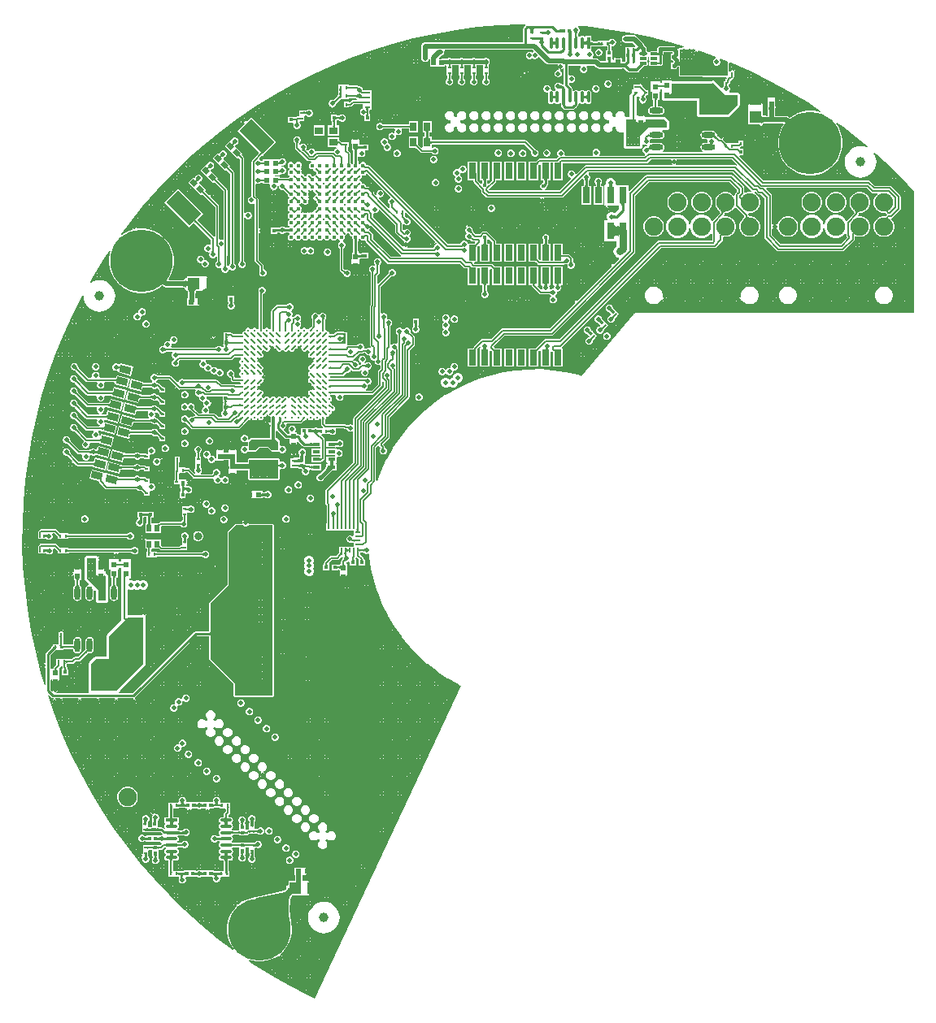
<source format=gtl>
G04*
G04 #@! TF.GenerationSoftware,Altium Limited,Altium Designer,24.1.2 (44)*
G04*
G04 Layer_Physical_Order=1*
G04 Layer_Color=255*
%FSLAX44Y44*%
%MOMM*%
G71*
G04*
G04 #@! TF.SameCoordinates,E650615F-92BB-4AA2-81C1-946A8B7DB211*
G04*
G04*
G04 #@! TF.FilePolarity,Positive*
G04*
G01*
G75*
%ADD11C,0.1524*%
%ADD17C,0.2540*%
%ADD19R,0.5220X0.7250*%
%ADD20R,0.5000X0.5000*%
%ADD21R,0.2600X0.3200*%
%ADD22R,0.3500X0.4000*%
%ADD23C,0.3000*%
%ADD24R,0.5080X0.5588*%
%ADD25R,0.2500X0.3000*%
%ADD26R,0.3000X0.2500*%
%ADD27R,0.3600X0.2500*%
%ADD28R,0.4000X0.3500*%
%ADD29R,1.5000X5.4000*%
%ADD30R,0.3200X0.2600*%
%ADD31R,0.3500X0.1905*%
%ADD32R,0.6100X0.2700*%
%ADD33R,1.2500X1.3500*%
%ADD35R,0.7620X1.2700*%
%ADD36R,0.2800X0.5300*%
%ADD37R,0.5300X0.2800*%
%ADD38R,0.7400X1.6750*%
G04:AMPARAMS|DCode=39|XSize=1.143mm|YSize=0.7366mm|CornerRadius=0mm|HoleSize=0mm|Usage=FLASHONLY|Rotation=165.000|XOffset=0mm|YOffset=0mm|HoleType=Round|Shape=Rectangle|*
%AMROTATEDRECTD39*
4,1,4,0.6474,0.2078,0.4567,-0.5037,-0.6474,-0.2078,-0.4567,0.5037,0.6474,0.2078,0.0*
%
%ADD39ROTATEDRECTD39*%

%ADD40R,0.9500X0.9000*%
%ADD41R,0.9000X0.8000*%
%ADD42O,0.6000X1.4500*%
%ADD43O,1.4500X0.6000*%
%ADD44R,0.5588X0.5080*%
%ADD45R,1.1430X1.2700*%
%ADD46R,1.2700X1.1430*%
G04:AMPARAMS|DCode=47|XSize=0.2mm|YSize=0.35mm|CornerRadius=0mm|HoleSize=0mm|Usage=FLASHONLY|Rotation=135.000|XOffset=0mm|YOffset=0mm|HoleType=Round|Shape=Rectangle|*
%AMROTATEDRECTD47*
4,1,4,0.1945,0.0530,-0.0530,-0.1945,-0.1945,-0.0530,0.0530,0.1945,0.1945,0.0530,0.0*
%
%ADD47ROTATEDRECTD47*%

G04:AMPARAMS|DCode=48|XSize=0.28mm|YSize=0.75mm|CornerRadius=0.0504mm|HoleSize=0mm|Usage=FLASHONLY|Rotation=90.000|XOffset=0mm|YOffset=0mm|HoleType=Round|Shape=RoundedRectangle|*
%AMROUNDEDRECTD48*
21,1,0.2800,0.6492,0,0,90.0*
21,1,0.1792,0.7500,0,0,90.0*
1,1,0.1008,0.3246,0.0896*
1,1,0.1008,0.3246,-0.0896*
1,1,0.1008,-0.3246,-0.0896*
1,1,0.1008,-0.3246,0.0896*
%
%ADD48ROUNDEDRECTD48*%
%ADD49R,0.2000X0.3500*%
%ADD50R,0.8000X0.4000*%
%ADD51R,0.4682X0.4725*%
%ADD52R,1.6000X3.2000*%
%ADD53R,0.6500X0.9000*%
%ADD54R,0.7600X1.6700*%
G04:AMPARAMS|DCode=55|XSize=0.7mm|YSize=0.5mm|CornerRadius=0mm|HoleSize=0mm|Usage=FLASHONLY|Rotation=315.000|XOffset=0mm|YOffset=0mm|HoleType=Round|Shape=Rectangle|*
%AMROTATEDRECTD55*
4,1,4,-0.4243,0.0707,-0.0707,0.4243,0.4243,-0.0707,0.0707,-0.4243,-0.4243,0.0707,0.0*
%
%ADD55ROTATEDRECTD55*%

G04:AMPARAMS|DCode=56|XSize=3.43mm|YSize=1.78mm|CornerRadius=0mm|HoleSize=0mm|Usage=FLASHONLY|Rotation=135.000|XOffset=0mm|YOffset=0mm|HoleType=Round|Shape=Rectangle|*
%AMROTATEDRECTD56*
4,1,4,1.8420,-0.5834,0.5834,-1.8420,-1.8420,0.5834,-0.5834,1.8420,1.8420,-0.5834,0.0*
%
%ADD56ROTATEDRECTD56*%

%ADD57R,2.6670X2.5400*%
G04:AMPARAMS|DCode=58|XSize=0.28mm|YSize=0.85mm|CornerRadius=0.0504mm|HoleSize=0mm|Usage=FLASHONLY|Rotation=90.000|XOffset=0mm|YOffset=0mm|HoleType=Round|Shape=RoundedRectangle|*
%AMROUNDEDRECTD58*
21,1,0.2800,0.7492,0,0,90.0*
21,1,0.1792,0.8500,0,0,90.0*
1,1,0.1008,0.3746,0.0896*
1,1,0.1008,0.3746,-0.0896*
1,1,0.1008,-0.3746,-0.0896*
1,1,0.1008,-0.3746,0.0896*
%
%ADD58ROUNDEDRECTD58*%
%ADD59R,0.3500X0.6000*%
%ADD60R,0.3500X1.2500*%
%ADD61O,0.3500X1.2500*%
%ADD62O,1.2500X0.3500*%
%ADD63R,1.2500X0.3500*%
%ADD64C,0.3000*%
%ADD98C,0.8000*%
%ADD99C,1.9050*%
%ADD100C,1.9000*%
%ADD105C,0.3048*%
%ADD106C,0.5080*%
%ADD107C,0.3556*%
%ADD108C,0.4064*%
%ADD109C,1.1778*%
%ADD110C,0.4318*%
%ADD111R,0.6200X0.6200*%
%ADD112C,1.0000*%
%ADD113C,0.1270*%
%ADD114C,0.2032*%
%ADD115C,0.5080*%
%ADD116C,0.3810*%
%ADD117C,0.2794*%
%ADD118C,0.2286*%
%ADD119C,0.3048*%
%ADD120C,0.1549*%
%ADD121C,0.7620*%
%ADD122R,0.5400X0.3556*%
%ADD123C,1.2700*%
%ADD124C,6.5000*%
G36*
X660Y528980D02*
X177Y528955D01*
X-254Y528878D01*
X-635Y528751D01*
X-966Y528574D01*
X-1245Y528345D01*
X-1474Y528066D01*
X-1651Y527735D01*
X-1778Y527354D01*
X-1834Y527040D01*
X-1752Y525771D01*
X-1718Y525695D01*
X-1681Y525670D01*
X-4620D01*
X-4582Y525695D01*
X-4548Y525771D01*
X-4518Y525898D01*
X-4492Y526076D01*
X-4452Y526584D01*
X-4445Y526921D01*
X-4445Y526923D01*
X-4522Y527354D01*
X-4649Y527735D01*
X-4826Y528066D01*
X-5055Y528345D01*
X-5334Y528574D01*
X-5665Y528751D01*
X-6046Y528878D01*
X-6477Y528955D01*
X-6960Y528980D01*
X-3150Y531520D01*
X660Y528980D01*
D02*
G37*
G36*
X12096Y522672D02*
X11964Y522793D01*
X11818Y522901D01*
X11657Y522996D01*
X11481Y523078D01*
X11290Y523148D01*
X11085Y523205D01*
X10865Y523250D01*
X10631Y523282D01*
X10441Y523296D01*
X8479Y523231D01*
Y525670D01*
X8502Y525655D01*
X8571Y525642D01*
X8685Y525630D01*
X9302Y525605D01*
X10285Y525597D01*
X10382Y525599D01*
X10865Y525650D01*
X11085Y525695D01*
X11290Y525752D01*
X11481Y525822D01*
X11657Y525904D01*
X11818Y525999D01*
X11964Y526107D01*
X12096Y526228D01*
Y522672D01*
D02*
G37*
G36*
X28305Y524490D02*
X28279Y524623D01*
X28203Y524742D01*
X28076Y524846D01*
X27898Y524938D01*
X27670Y525014D01*
X27390Y525077D01*
X27060Y525126D01*
X26679Y525161D01*
X25765Y525189D01*
Y527729D01*
X26247Y527736D01*
X27060Y527792D01*
X27390Y527841D01*
X27670Y527904D01*
X27898Y527981D01*
X28076Y528072D01*
X28203Y528177D01*
X28279Y528296D01*
X28305Y528429D01*
Y524490D01*
D02*
G37*
G36*
X44443Y525185D02*
X44314Y525019D01*
X44199Y524842D01*
X44100Y524655D01*
X44016Y524456D01*
X43948Y524247D01*
X43895Y524027D01*
X43857Y523796D01*
X43834Y523554D01*
X43826Y523301D01*
X41794D01*
X41786Y523554D01*
X41764Y523796D01*
X41725Y524027D01*
X41672Y524247D01*
X41603Y524456D01*
X41520Y524655D01*
X41421Y524842D01*
X41306Y525019D01*
X41177Y525185D01*
X41032Y525339D01*
X44588D01*
X44443Y525185D01*
D02*
G37*
G36*
X37689Y524467D02*
X37639Y524398D01*
X37596Y524284D01*
X37558Y524124D01*
X37526Y523918D01*
X37479Y523370D01*
X37456Y522638D01*
X37453Y522204D01*
X35167D01*
X35158Y522638D01*
X35089Y523370D01*
X35029Y523667D01*
X34951Y523918D01*
X34857Y524124D01*
X34745Y524284D01*
X34615Y524398D01*
X34469Y524467D01*
X34305Y524490D01*
X37744D01*
X37689Y524467D01*
D02*
G37*
G36*
X43832Y521561D02*
X43880Y520898D01*
X43923Y520595D01*
X44043Y520045D01*
X44122Y519798D01*
X44212Y519570D01*
X44315Y519361D01*
X44430Y519171D01*
X41190D01*
X41305Y519361D01*
X41408Y519570D01*
X41498Y519798D01*
X41577Y520045D01*
X41643Y520310D01*
X41697Y520595D01*
X41770Y521220D01*
X41788Y521561D01*
X41794Y521921D01*
X43826D01*
X43832Y521561D01*
D02*
G37*
G36*
X37458Y521664D02*
X37529Y520564D01*
X37572Y520258D01*
X37687Y519733D01*
X37758Y519516D01*
X37839Y519329D01*
X37930Y519171D01*
X34690D01*
X34781Y519329D01*
X34862Y519516D01*
X34933Y519733D01*
X34995Y519981D01*
X35048Y520258D01*
X35124Y520901D01*
X35148Y521268D01*
X35167Y522090D01*
X37453D01*
X37458Y521664D01*
D02*
G37*
G36*
X21587Y511460D02*
X21562Y511701D01*
X21484Y511917D01*
X21356Y512108D01*
X21176Y512273D01*
X20945Y512412D01*
X20662Y512527D01*
X20328Y512616D01*
X20060Y512660D01*
X19792Y512616D01*
X19458Y512527D01*
X19175Y512412D01*
X18944Y512273D01*
X18764Y512108D01*
X18635Y511917D01*
X18558Y511701D01*
X18533Y511460D01*
Y516540D01*
X18558Y516299D01*
X18635Y516083D01*
X18764Y515892D01*
X18944Y515727D01*
X19175Y515588D01*
X19458Y515473D01*
X19792Y515384D01*
X20060Y515340D01*
X20328Y515384D01*
X20662Y515473D01*
X20945Y515588D01*
X21176Y515727D01*
X21356Y515892D01*
X21484Y516083D01*
X21562Y516299D01*
X21587Y516540D01*
Y511460D01*
D02*
G37*
G36*
X54121D02*
X54095Y511701D01*
X54018Y511917D01*
X53890Y512108D01*
X53710Y512273D01*
X53478Y512412D01*
X53196Y512527D01*
X52861Y512616D01*
X52577Y512663D01*
X52292Y512616D01*
X51958Y512527D01*
X51675Y512412D01*
X51444Y512273D01*
X51264Y512108D01*
X51136Y511917D01*
X51058Y511701D01*
X51033Y511460D01*
Y516540D01*
X51058Y516299D01*
X51136Y516083D01*
X51264Y515892D01*
X51444Y515727D01*
X51675Y515588D01*
X51958Y515473D01*
X52292Y515384D01*
X52577Y515337D01*
X52861Y515384D01*
X53196Y515473D01*
X53478Y515588D01*
X53710Y515727D01*
X53890Y515892D01*
X54018Y516083D01*
X54095Y516299D01*
X54121Y516540D01*
Y511460D01*
D02*
G37*
G36*
X8284Y517898D02*
X8319Y517403D01*
X8343Y517230D01*
X8479D01*
X8442Y517205D01*
X8408Y517129D01*
X8382Y517020D01*
X8387Y516993D01*
X8435Y516820D01*
X8490Y516669D01*
X8555Y516538D01*
X8628Y516429D01*
X8710Y516341D01*
X8314D01*
X8312Y516316D01*
X8280Y514691D01*
X5740D01*
X5738Y515173D01*
X5663Y516341D01*
X5310D01*
X5392Y516429D01*
X5465Y516538D01*
X5530Y516669D01*
X5585Y516820D01*
X5623Y516959D01*
X5612Y517129D01*
X5578Y517205D01*
X5541Y517230D01*
X5677D01*
X5701Y517403D01*
X5736Y517898D01*
X5740Y518177D01*
X8280D01*
X8284Y517898D01*
D02*
G37*
G36*
X68170Y511610D02*
X68145Y511677D01*
X68069Y511736D01*
X67942Y511789D01*
X67764Y511834D01*
X67536Y511873D01*
X67256Y511904D01*
X66545Y511946D01*
X65630Y511960D01*
Y514500D01*
X68170Y514549D01*
Y511610D01*
D02*
G37*
G36*
X57525Y515529D02*
X57602Y515313D01*
X57730Y515122D01*
X57910Y514957D01*
X58142Y514818D01*
X58424Y514703D01*
X58759Y514614D01*
X59144Y514551D01*
X59581Y514513D01*
X60069Y514500D01*
Y511960D01*
X59581Y511947D01*
X59144Y511909D01*
X58759Y511846D01*
X58424Y511757D01*
X58142Y511642D01*
X57910Y511503D01*
X57730Y511338D01*
X57602Y511147D01*
X57525Y510931D01*
X57499Y510690D01*
Y515770D01*
X57525Y515529D01*
D02*
G37*
G36*
X52303Y531165D02*
X74641Y528489D01*
X96848Y524874D01*
X118882Y520326D01*
X140706Y514853D01*
X155274Y510540D01*
X155090Y509270D01*
X154182D01*
X152782Y508690D01*
X152563Y508471D01*
X152275Y508487D01*
X151987Y508519D01*
X151729Y508653D01*
X151484Y508576D01*
X151229Y508604D01*
X150748Y508465D01*
X150478Y508249D01*
X150158Y508116D01*
X149385Y507875D01*
X148672Y507963D01*
X146925Y509710D01*
X145875Y510412D01*
X144636Y510658D01*
X130361D01*
X129123Y510412D01*
X128073Y509710D01*
X127371Y508660D01*
X127124Y507421D01*
Y505131D01*
X124030D01*
X123957Y505117D01*
X120784D01*
X120092Y504979D01*
X119524Y504600D01*
X119501Y504587D01*
X118780D01*
X118059D01*
X118036Y504600D01*
X117468Y504979D01*
X116776Y505117D01*
X116267D01*
Y507910D01*
X116021Y509149D01*
X115319Y510199D01*
X114046Y511472D01*
Y511806D01*
X113900Y512159D01*
X113825Y512535D01*
X113612Y512853D01*
X113466Y513206D01*
X113195Y513477D01*
X112983Y513795D01*
X106125Y520653D01*
X104865Y521495D01*
X103378Y521791D01*
X94234D01*
X93859Y521716D01*
X93476D01*
X93123Y521570D01*
X92747Y521495D01*
X92429Y521282D01*
X92076Y521136D01*
X91805Y520865D01*
X91487Y520653D01*
X91275Y520335D01*
X91004Y520064D01*
X90858Y519711D01*
X90645Y519393D01*
X90570Y519017D01*
X90424Y518664D01*
Y518281D01*
X90349Y517906D01*
X90424Y517531D01*
Y517148D01*
X90570Y516795D01*
X90645Y516419D01*
X90858Y516101D01*
X91004Y515748D01*
X91275Y515477D01*
X91487Y515159D01*
X91805Y514947D01*
X92076Y514676D01*
X92429Y514530D01*
X92747Y514317D01*
X93123Y514242D01*
X93476Y514096D01*
X93859D01*
X94234Y514021D01*
X101769D01*
X104666Y511124D01*
X104140Y509854D01*
X100962D01*
X99952Y509854D01*
Y509854D01*
X99692D01*
Y509854D01*
X94552D01*
Y507269D01*
X94486Y506938D01*
Y503904D01*
X94056D01*
Y497364D01*
X94486D01*
Y495451D01*
X93872Y495040D01*
X93049Y494217D01*
X90730D01*
Y495170D01*
X90435D01*
Y497076D01*
X90032Y498048D01*
X89060Y498451D01*
X83660D01*
X82688Y498048D01*
X82285Y497076D01*
Y496326D01*
X82010Y496083D01*
X80740Y496657D01*
Y506400D01*
X79542D01*
Y510346D01*
X79832Y510540D01*
X81348D01*
X82748Y511120D01*
X83820Y512192D01*
X83953Y512513D01*
X85328D01*
X85477Y512153D01*
X86191Y511439D01*
X86360Y511369D01*
Y513592D01*
Y515815D01*
X86191Y515746D01*
X85636Y515190D01*
X85290Y515167D01*
X84895Y515222D01*
X84267Y515429D01*
X83820Y516508D01*
X82748Y517580D01*
X81348Y518160D01*
X79832D01*
X78432Y517580D01*
X77360Y516508D01*
X77087Y515850D01*
X73180D01*
X72870Y515850D01*
X71910D01*
X71600Y515850D01*
X68350D01*
X68170Y515924D01*
X68157Y515919D01*
X68144Y515924D01*
X65604Y515874D01*
X65479Y515820D01*
X60228D01*
X60105Y515874D01*
X59658Y515886D01*
X59316Y515916D01*
X59048Y515960D01*
X58860Y516010D01*
X58830Y516022D01*
Y521520D01*
X52790D01*
Y521014D01*
X51520Y520628D01*
X51487Y520677D01*
X50488Y521345D01*
X49310Y521579D01*
X48132Y521345D01*
X47133Y520677D01*
X46799Y520177D01*
X46512Y520106D01*
X45342Y520541D01*
X45277Y520837D01*
X45248Y521043D01*
X45206Y521623D01*
X45201Y521944D01*
X45141Y522082D01*
Y523128D01*
X45200Y523260D01*
X45206Y523468D01*
X45221Y523619D01*
X45243Y523753D01*
X45271Y523871D01*
X45305Y523974D01*
X45343Y524065D01*
X45386Y524146D01*
X45434Y524221D01*
X45489Y524290D01*
X45592Y524400D01*
X45680Y524635D01*
X46040Y524995D01*
X46620Y526395D01*
Y527911D01*
X46040Y529311D01*
X44968Y530383D01*
X44747Y530475D01*
X45046Y531726D01*
X52303Y531165D01*
D02*
G37*
G36*
X167346Y506730D02*
X167135Y505460D01*
X167135D01*
X166201Y505073D01*
X165487Y504359D01*
X165417Y504190D01*
X169863D01*
X169793Y504359D01*
X169503Y504649D01*
X170193Y505755D01*
X183563Y501175D01*
X188486Y499253D01*
X188522Y498576D01*
X188370Y497935D01*
X187151Y497430D01*
X186079Y496358D01*
X185499Y494958D01*
Y493442D01*
X186079Y492042D01*
X187151Y490970D01*
X188552Y490390D01*
X190067D01*
X191467Y490970D01*
X192539Y492042D01*
X193119Y493442D01*
Y494958D01*
X192564Y496298D01*
X192672Y496526D01*
X193332Y497362D01*
X200660Y494501D01*
Y480817D01*
X199761Y479920D01*
X151130Y480060D01*
Y507144D01*
X151611Y507283D01*
X152077Y506730D01*
X157584D01*
X157589Y506746D01*
X158107Y507445D01*
X158123D01*
X158641Y506746D01*
X158646Y506730D01*
X163548D01*
X163903Y507327D01*
X164359Y507753D01*
X167346Y506730D01*
D02*
G37*
G36*
X37863Y508706D02*
X37803Y508547D01*
X37750Y508354D01*
X37704Y508125D01*
X37633Y507562D01*
X37591Y506859D01*
X37577Y506015D01*
X35291Y505827D01*
X35285Y506236D01*
X35195Y507317D01*
X35141Y507629D01*
X35075Y507917D01*
X34997Y508181D01*
X34906Y508421D01*
X34804Y508637D01*
X34690Y508829D01*
X37930D01*
X37863Y508706D01*
D02*
G37*
G36*
X-9751Y532289D02*
X-10061Y532081D01*
X-11991Y530151D01*
X-12553Y529311D01*
X-12750Y528320D01*
Y514425D01*
X-114300D01*
X-114675Y514350D01*
X-115058D01*
X-115411Y514204D01*
X-115787Y514129D01*
X-116105Y513916D01*
X-116458Y513770D01*
X-116729Y513499D01*
X-117047Y513287D01*
X-117259Y512969D01*
X-117530Y512698D01*
X-117676Y512345D01*
X-117889Y512027D01*
X-117964Y511651D01*
X-118110Y511298D01*
Y510915D01*
X-118185Y510540D01*
Y504190D01*
Y497840D01*
X-118110Y497465D01*
Y497082D01*
X-117964Y496729D01*
X-117889Y496353D01*
X-117676Y496035D01*
X-117530Y495682D01*
X-117259Y495411D01*
X-117047Y495093D01*
X-116729Y494881D01*
X-116458Y494610D01*
X-116105Y494464D01*
X-115787Y494251D01*
X-115411Y494176D01*
X-115058Y494030D01*
X-114675D01*
X-114300Y493955D01*
X-113925Y494030D01*
X-113542D01*
X-113189Y494176D01*
X-112813Y494251D01*
X-112495Y494464D01*
X-112142Y494610D01*
X-111871Y494881D01*
X-111553Y495093D01*
X-111341Y495411D01*
X-111070Y495682D01*
X-110924Y496035D01*
X-110711Y496353D01*
X-110636Y496729D01*
X-110619Y496769D01*
X-109349Y496517D01*
Y493192D01*
X-109076Y491815D01*
Y489559D01*
X-106733D01*
X-105465Y489307D01*
X-104197Y489559D01*
X-101033Y489559D01*
X-100584Y489559D01*
X-93811D01*
Y490551D01*
X-92827Y490932D01*
X-91670Y490253D01*
Y485930D01*
X-91670Y485620D01*
Y484660D01*
X-91670Y484350D01*
Y479620D01*
X-90909D01*
X-90909Y479615D01*
X-90842Y479465D01*
Y477564D01*
X-90908Y477428D01*
X-90915Y477290D01*
X-90927Y477219D01*
X-90949Y477136D01*
X-90985Y477039D01*
X-91039Y476927D01*
X-91112Y476799D01*
X-91196Y476675D01*
X-91485Y476326D01*
X-91664Y476142D01*
X-91761Y475897D01*
X-92130Y475528D01*
X-92710Y474128D01*
Y472612D01*
X-92130Y471212D01*
X-91058Y470140D01*
X-89658Y469560D01*
X-88142D01*
X-86742Y470140D01*
X-85670Y471212D01*
X-85090Y472612D01*
Y474128D01*
X-85670Y475528D01*
X-86039Y475897D01*
X-86136Y476142D01*
X-86329Y476340D01*
X-86473Y476505D01*
X-86592Y476658D01*
X-86688Y476799D01*
X-86762Y476927D01*
X-86815Y477039D01*
X-86851Y477136D01*
X-86873Y477219D01*
X-86885Y477290D01*
X-86892Y477428D01*
X-86958Y477564D01*
Y479465D01*
X-86891Y479615D01*
X-86891Y479620D01*
X-86130D01*
Y484350D01*
X-86130Y484660D01*
Y485620D01*
X-86130Y485930D01*
Y490660D01*
X-85056Y491133D01*
X-80044D01*
X-78970Y490660D01*
Y485930D01*
X-78970Y485620D01*
Y484660D01*
X-78970Y484350D01*
Y479620D01*
X-78209D01*
X-78209Y479615D01*
X-78142Y479465D01*
Y477564D01*
X-78208Y477428D01*
X-78215Y477290D01*
X-78227Y477219D01*
X-78249Y477136D01*
X-78285Y477039D01*
X-78338Y476927D01*
X-78412Y476799D01*
X-78496Y476675D01*
X-78785Y476326D01*
X-78964Y476142D01*
X-79061Y475897D01*
X-79430Y475528D01*
X-80010Y474128D01*
Y472612D01*
X-79430Y471212D01*
X-78358Y470140D01*
X-76958Y469560D01*
X-75442D01*
X-74042Y470140D01*
X-72970Y471212D01*
X-72390Y472612D01*
Y474128D01*
X-72970Y475528D01*
X-73339Y475897D01*
X-73436Y476142D01*
X-73629Y476340D01*
X-73773Y476505D01*
X-73892Y476658D01*
X-73988Y476799D01*
X-74061Y476927D01*
X-74115Y477039D01*
X-74151Y477136D01*
X-74173Y477219D01*
X-74185Y477290D01*
X-74192Y477428D01*
X-74258Y477564D01*
Y479465D01*
X-74191Y479615D01*
X-74191Y479620D01*
X-73430D01*
Y484350D01*
X-73430Y484660D01*
Y485620D01*
X-73430Y485930D01*
Y490660D01*
X-72356Y491133D01*
X-67344D01*
X-66270Y490660D01*
Y485930D01*
X-66270Y485620D01*
Y484660D01*
X-66270Y484350D01*
Y481194D01*
X-66335Y481075D01*
X-66313Y480996D01*
X-66344Y480920D01*
X-66270Y480741D01*
Y479620D01*
X-65643D01*
X-65642Y479613D01*
X-65636Y479363D01*
X-65572Y479217D01*
Y477514D01*
X-65635Y477379D01*
X-65643Y477215D01*
X-65656Y477116D01*
X-65679Y477016D01*
X-65713Y476913D01*
X-65758Y476806D01*
X-65819Y476692D01*
X-65895Y476571D01*
X-65990Y476442D01*
X-66105Y476307D01*
X-66269Y476137D01*
X-66364Y475895D01*
X-66730Y475528D01*
X-67310Y474128D01*
Y472612D01*
X-66730Y471212D01*
X-65658Y470140D01*
X-64258Y469560D01*
X-62742D01*
X-61342Y470140D01*
X-60270Y471212D01*
X-59690Y472612D01*
Y474128D01*
X-60270Y475528D01*
X-60637Y475895D01*
X-60732Y476137D01*
X-60895Y476307D01*
X-61010Y476442D01*
X-61105Y476571D01*
X-61182Y476692D01*
X-61241Y476806D01*
X-61287Y476914D01*
X-61321Y477016D01*
X-61344Y477116D01*
X-61357Y477215D01*
X-61365Y477379D01*
X-61428Y477514D01*
Y479217D01*
X-61364Y479363D01*
X-61358Y479613D01*
X-61357Y479620D01*
X-60730D01*
Y480741D01*
X-60656Y480920D01*
X-60687Y480996D01*
X-60665Y481075D01*
X-60730Y481194D01*
Y484350D01*
X-60730Y484660D01*
Y485620D01*
X-60730Y485930D01*
Y490660D01*
X-59656Y491133D01*
X-54644D01*
X-53570Y490660D01*
Y485930D01*
X-53570Y485620D01*
Y484660D01*
X-53570Y484350D01*
Y481194D01*
X-53635Y481075D01*
X-53613Y480996D01*
X-53644Y480920D01*
X-53570Y480741D01*
Y479620D01*
X-52943D01*
X-52942Y479613D01*
X-52936Y479363D01*
X-52872Y479217D01*
Y477514D01*
X-52935Y477379D01*
X-52943Y477215D01*
X-52956Y477116D01*
X-52979Y477016D01*
X-53013Y476913D01*
X-53058Y476806D01*
X-53119Y476692D01*
X-53195Y476571D01*
X-53290Y476442D01*
X-53405Y476307D01*
X-53569Y476137D01*
X-53664Y475895D01*
X-54030Y475528D01*
X-54610Y474128D01*
Y472612D01*
X-54030Y471212D01*
X-52958Y470140D01*
X-51558Y469560D01*
X-50042D01*
X-48642Y470140D01*
X-47570Y471212D01*
X-46990Y472612D01*
Y474128D01*
X-47570Y475528D01*
X-47937Y475895D01*
X-48032Y476137D01*
X-48195Y476307D01*
X-48310Y476442D01*
X-48405Y476571D01*
X-48481Y476692D01*
X-48541Y476806D01*
X-48587Y476914D01*
X-48621Y477016D01*
X-48644Y477116D01*
X-48657Y477215D01*
X-48665Y477379D01*
X-48728Y477514D01*
Y479217D01*
X-48664Y479363D01*
X-48658Y479613D01*
X-48657Y479620D01*
X-48030D01*
Y480741D01*
X-47956Y480920D01*
X-47987Y480996D01*
X-47965Y481075D01*
X-48030Y481194D01*
Y484350D01*
X-48030Y484660D01*
Y485620D01*
X-48030Y485930D01*
Y490660D01*
X-48030Y490660D01*
X-48030D01*
X-47904Y491878D01*
X-47570Y492212D01*
X-46990Y493612D01*
Y495128D01*
X-47570Y496528D01*
X-48642Y497600D01*
X-50042Y498180D01*
X-51558D01*
X-52941Y497607D01*
X-61359D01*
X-62742Y498180D01*
X-64258D01*
X-65641Y497607D01*
X-74059D01*
X-75442Y498180D01*
X-76958D01*
X-78341Y497607D01*
X-86759D01*
X-88142Y498180D01*
X-89658D01*
X-91041Y497607D01*
X-96244D01*
X-97482Y497361D01*
X-98272Y496833D01*
X-99516Y496996D01*
X-99971Y498094D01*
X-97685Y500380D01*
X-97476D01*
X-97123Y500526D01*
X-96748Y500601D01*
X-96429Y500814D01*
X-96076Y500960D01*
X-95805Y501231D01*
X-95487Y501443D01*
X-95275Y501761D01*
X-95004Y502032D01*
X-94858Y502385D01*
X-94645Y502703D01*
X-94571Y503079D01*
X-94424Y503432D01*
Y503815D01*
X-94349Y504190D01*
X-94424Y504565D01*
Y504948D01*
X-94571Y505301D01*
X-94587Y505385D01*
X-94075Y506315D01*
X-93789Y506636D01*
X-93757Y506655D01*
X-2529D01*
X-1526Y505652D01*
X-1813Y504209D01*
X-2165Y504012D01*
X-2261Y503973D01*
X-2292Y503942D01*
X-2909Y503597D01*
X-3387Y504076D01*
X-4788Y504655D01*
X-6303D01*
X-7704Y504076D01*
X-8776Y503004D01*
X-9355Y501603D01*
Y500088D01*
X-8776Y498687D01*
X-7704Y497616D01*
X-6303Y497035D01*
X-4788D01*
X-3387Y497616D01*
X-2876Y498127D01*
X-2261Y497513D01*
X-861Y496933D01*
X655D01*
X2055Y497513D01*
X3127Y498584D01*
X3308Y499022D01*
X3577Y499190D01*
X4806Y499320D01*
X11573Y492553D01*
X12833Y491711D01*
X14320Y491415D01*
X23747D01*
X24057Y491002D01*
X24385Y490220D01*
X26670D01*
Y487680D01*
X24447D01*
X24517Y487511D01*
X25116Y486912D01*
X25039Y486364D01*
X24721Y485648D01*
X23586D01*
X22186Y485068D01*
X21114Y483996D01*
X20534Y482596D01*
Y481080D01*
X21114Y479680D01*
X22186Y478608D01*
X23586Y478028D01*
X25102D01*
X26502Y478608D01*
X27574Y479680D01*
X28154Y481080D01*
Y482596D01*
X27574Y483996D01*
X26502Y485068D01*
X26328Y485140D01*
X26581Y486410D01*
X27175D01*
X28109Y486797D01*
X28823Y487511D01*
X28875Y487635D01*
X30145Y487382D01*
Y471361D01*
X28875Y470682D01*
X28758Y470760D01*
X28063Y470898D01*
X27815Y471011D01*
X27801Y471006D01*
X27787Y471012D01*
X27127Y471021D01*
X26288Y471860D01*
X24888Y472440D01*
X23372D01*
X21972Y471860D01*
X20900Y470788D01*
X20320Y469388D01*
Y467872D01*
X20900Y466472D01*
X21464Y465908D01*
X21412Y464405D01*
X21374Y464338D01*
X21133Y464177D01*
X20766Y463628D01*
X20754Y463623D01*
X19366D01*
X19354Y463628D01*
X18987Y464177D01*
X17988Y464845D01*
X17683Y464906D01*
X16772Y465237D01*
X16510Y466314D01*
Y466848D01*
X15930Y468248D01*
X14858Y469320D01*
X13458Y469900D01*
X11942D01*
X10542Y469320D01*
X9470Y468248D01*
X8890Y466848D01*
Y465332D01*
X9470Y463932D01*
X10542Y462860D01*
X11942Y462280D01*
X12492D01*
X13512Y462050D01*
X13731Y461107D01*
Y453000D01*
X13965Y451822D01*
X14633Y450823D01*
X15632Y450155D01*
X16810Y449921D01*
X17988Y450155D01*
X18987Y450823D01*
X19354Y451372D01*
X19366Y451377D01*
X20754D01*
X20766Y451372D01*
X21133Y450823D01*
X22132Y450155D01*
X23310Y449921D01*
X24488Y450155D01*
X25487Y450823D01*
X25784Y451267D01*
X25785Y451267D01*
X25788Y451267D01*
X27081Y450922D01*
X27162Y449703D01*
X27165Y449256D01*
X27220Y449126D01*
Y448676D01*
X27417Y447685D01*
X27979Y446844D01*
X29615Y445209D01*
X30455Y444647D01*
X31446Y444450D01*
X39370D01*
X40361Y444647D01*
X41201Y445209D01*
X42266Y446274D01*
X42313Y446283D01*
X43153Y446844D01*
X44641Y448332D01*
X45203Y449173D01*
X45400Y450164D01*
Y450406D01*
X45711Y450664D01*
X47133Y450823D01*
X48132Y450155D01*
X49310Y449921D01*
X50488Y450155D01*
X51487Y450823D01*
X51854Y451372D01*
X51866Y451377D01*
X53254D01*
X53266Y451372D01*
X53633Y450823D01*
X54632Y450155D01*
X55810Y449921D01*
X56988Y450155D01*
X57987Y450823D01*
X58655Y451822D01*
X58889Y453000D01*
Y462000D01*
X58655Y463178D01*
X57987Y464177D01*
X56988Y464845D01*
X55810Y465079D01*
X54632Y464845D01*
X53633Y464177D01*
X53266Y463628D01*
X53254Y463623D01*
X51866D01*
X51854Y463628D01*
X51487Y464177D01*
X50488Y464845D01*
X49310Y465079D01*
X48132Y464845D01*
X47133Y464177D01*
X46766Y463628D01*
X46754Y463623D01*
X45366D01*
X45354Y463628D01*
X44987Y464177D01*
X43988Y464845D01*
X42810Y465079D01*
X41632Y464845D01*
X40633Y464177D01*
X40336Y463733D01*
X40335Y463733D01*
X40332Y463733D01*
X39039Y464078D01*
X38958Y465297D01*
X38955Y465744D01*
X38900Y465874D01*
Y466324D01*
X38703Y467315D01*
X38141Y468156D01*
X35481Y470815D01*
X35580Y472104D01*
X36620Y472739D01*
X37342Y472440D01*
X38858D01*
X40258Y473020D01*
X41330Y474092D01*
X41910Y475492D01*
Y477008D01*
X41330Y478408D01*
X40258Y479480D01*
X38858Y480060D01*
X37342D01*
X36594Y479750D01*
X35324Y480522D01*
Y490145D01*
X47351D01*
X47877Y488875D01*
X47570Y488568D01*
X46990Y487168D01*
Y485652D01*
X47570Y484252D01*
X48642Y483180D01*
X50042Y482600D01*
X51558D01*
X52958Y483180D01*
X54030Y484252D01*
X54610Y485652D01*
Y487168D01*
X54030Y488568D01*
X53723Y488875D01*
X54249Y490145D01*
X61891D01*
X63983Y488053D01*
X65243Y487211D01*
X66730Y486915D01*
X81990D01*
Y486430D01*
X90730D01*
Y487743D01*
X92683D01*
X96284Y484142D01*
X96284Y484142D01*
X97208Y483524D01*
X98298Y483307D01*
X98298Y483307D01*
X106274D01*
X106274Y483307D01*
X107364Y483524D01*
X108288Y484142D01*
X113854Y489707D01*
X115776D01*
X116468Y489845D01*
X117055Y490237D01*
X117447Y490824D01*
X117585Y491516D01*
Y493308D01*
X117447Y494000D01*
X117055Y494587D01*
Y495237D01*
X117447Y495824D01*
X117585Y496516D01*
Y498308D01*
X117534Y498563D01*
X117503Y499169D01*
X117533Y499228D01*
X117725Y499413D01*
X118982Y499231D01*
X119112Y499002D01*
X119106Y498967D01*
X118975Y498308D01*
Y496516D01*
X119113Y495824D01*
X119505Y495237D01*
Y494587D01*
X119113Y494000D01*
X118975Y493308D01*
Y491516D01*
X119113Y490824D01*
X119505Y490237D01*
X120092Y489845D01*
X120784Y489707D01*
X127276D01*
X127968Y489845D01*
X128322Y490081D01*
X129278D01*
X129370Y490019D01*
X130361Y489822D01*
X131353Y490019D01*
X132193Y490581D01*
X132754Y491421D01*
X132951Y492412D01*
Y500573D01*
X133352Y501173D01*
X133599Y502412D01*
Y504184D01*
X143295D01*
X143630Y503848D01*
Y502916D01*
X143190Y502475D01*
X141478D01*
Y500297D01*
X141261Y499205D01*
X141478Y498113D01*
Y495935D01*
X143190D01*
X144128Y494997D01*
Y494036D01*
X143582Y493490D01*
X141870D01*
Y491312D01*
X141653Y490220D01*
X141870Y489128D01*
Y486950D01*
X147910D01*
Y488662D01*
X148198Y488950D01*
X149755D01*
Y480060D01*
X149956Y479577D01*
X150155Y479091D01*
X150157Y479090D01*
X150158Y479088D01*
X150640Y478888D01*
X151126Y478685D01*
X199135Y478547D01*
X199659Y477276D01*
X199210Y476826D01*
X198705Y476070D01*
X198528Y475178D01*
Y474064D01*
X198404Y473940D01*
X196410D01*
Y470076D01*
X196376Y470030D01*
X196402Y469860D01*
X196336Y469701D01*
X196410Y469521D01*
Y468630D01*
X196374Y468584D01*
X196326Y468414D01*
X196160Y468248D01*
X195841Y467478D01*
X194407Y467116D01*
X187251Y474271D01*
X186411Y474833D01*
X185420Y475030D01*
X184429Y474833D01*
X183589Y474271D01*
X183077Y473760D01*
X142499D01*
Y474850D01*
X132339D01*
Y472301D01*
X130810D01*
Y473710D01*
X120650D01*
Y463042D01*
X121855D01*
Y461518D01*
X121920Y461362D01*
Y454660D01*
X123302D01*
X123308Y454620D01*
X123331Y454363D01*
X123340Y454013D01*
X123399Y453879D01*
Y448426D01*
X123340Y448293D01*
X123331Y447943D01*
X123308Y447686D01*
X123292Y447584D01*
X122170D01*
X120504Y447252D01*
X119092Y446309D01*
X118148Y444896D01*
X117816Y443230D01*
X118148Y441564D01*
X119092Y440151D01*
X120504Y439208D01*
X122170Y438876D01*
X130670D01*
X132336Y439208D01*
X133749Y440151D01*
X134692Y441564D01*
X135024Y443230D01*
X134692Y444896D01*
X133749Y446309D01*
X132336Y447252D01*
X130670Y447584D01*
X128168D01*
X128152Y447686D01*
X128129Y447943D01*
X128120Y448293D01*
X128061Y448426D01*
Y453879D01*
X128120Y454013D01*
X128129Y454363D01*
X128152Y454620D01*
X128158Y454660D01*
X129540D01*
Y461362D01*
X129605Y461518D01*
Y463042D01*
X130810D01*
Y465049D01*
X132339D01*
Y461048D01*
X132336Y461044D01*
X132299Y460921D01*
X132227Y460814D01*
X132153Y460441D01*
X132043Y460077D01*
X132055Y459949D01*
X132030Y459823D01*
Y455930D01*
X132227Y454939D01*
X132339Y454771D01*
Y454530D01*
X132501D01*
X132789Y454099D01*
X133629Y453537D01*
X134620Y453340D01*
X168860D01*
Y439420D01*
X169057Y438429D01*
X169619Y437589D01*
X170459Y437027D01*
X171450Y436830D01*
X200660D01*
X201651Y437027D01*
X202491Y437589D01*
X211763Y446860D01*
X213030D01*
Y448316D01*
X213213Y448589D01*
X213410Y449580D01*
Y459740D01*
X213213Y460731D01*
X212651Y461571D01*
X211811Y462133D01*
X210820Y462330D01*
X202814D01*
X202288Y463600D01*
X202620Y463932D01*
X203200Y465332D01*
Y466848D01*
X202620Y468248D01*
X202032Y468836D01*
X201916Y469079D01*
X201810Y469174D01*
X201763Y469226D01*
X201722Y469281D01*
X201685Y469343D01*
X201651Y469415D01*
X201620Y469501D01*
X201593Y469603D01*
X201571Y469725D01*
X201557Y469867D01*
X201550Y470074D01*
X201530Y470118D01*
X201544Y470165D01*
X201491Y470265D01*
Y470435D01*
X202506Y471450D01*
X203012Y472206D01*
X203189Y473098D01*
Y474213D01*
X203984Y475008D01*
X204632Y475137D01*
X205388Y475642D01*
X206578Y476832D01*
X207083Y477588D01*
X207202Y478184D01*
X207320Y478458D01*
X207322Y478560D01*
X207450D01*
Y479681D01*
X207524Y479860D01*
X207480Y479968D01*
X207480Y479969D01*
X207475Y479978D01*
X207450Y480040D01*
Y483586D01*
X207450Y484047D01*
X207673Y484615D01*
X207917Y485176D01*
X208595Y485854D01*
X208665Y486022D01*
X204218D01*
X204288Y485854D01*
X204772Y485370D01*
X204492Y484285D01*
X204382Y484100D01*
X202410D01*
X202035Y485215D01*
Y492839D01*
X203083Y493555D01*
X204522Y492994D01*
X225116Y483937D01*
X245312Y474019D01*
X265070Y463260D01*
X284359Y451677D01*
X297635Y442923D01*
X297079Y441768D01*
X294708Y442538D01*
X289458Y443370D01*
X284142D01*
X278892Y442538D01*
X273837Y440896D01*
X269101Y438483D01*
X265475Y435848D01*
X264748Y436480D01*
X264426Y436796D01*
X264281Y436855D01*
X263153Y437609D01*
X261666Y437905D01*
X250265D01*
Y441917D01*
X250294Y441985D01*
X250341Y444541D01*
X250421Y445686D01*
X250469Y446060D01*
X250515Y446297D01*
X250523Y446325D01*
X250532Y446341D01*
X250536Y446366D01*
X250556Y446429D01*
X250755Y446661D01*
X250739Y446884D01*
X250824Y447090D01*
X250701Y447389D01*
X250677Y447710D01*
X250507Y447856D01*
X250422Y448063D01*
X250265Y448128D01*
Y450160D01*
X250190Y450535D01*
Y452472D01*
X250255Y452628D01*
Y456692D01*
X249852Y457664D01*
X248880Y458067D01*
X243880D01*
X242908Y457664D01*
X242505Y456692D01*
Y452628D01*
X242570Y452472D01*
Y450535D01*
X242495Y450160D01*
Y448128D01*
X242338Y448063D01*
X242253Y447856D01*
X242083Y447710D01*
X242059Y447388D01*
X241936Y447090D01*
X242021Y446884D01*
X242005Y446661D01*
X242204Y446429D01*
X242220Y446377D01*
X242460Y442924D01*
X242465Y442003D01*
X242495Y441932D01*
Y437905D01*
X240772D01*
X240706Y437934D01*
X239777Y437958D01*
X239002Y438026D01*
X238354Y438134D01*
X237837Y438272D01*
X237490Y438413D01*
Y441708D01*
X237594Y441960D01*
Y449580D01*
X237192Y450552D01*
X236220Y450955D01*
X223520D01*
X222548Y450552D01*
X222145Y449580D01*
Y441960D01*
X222250Y441706D01*
Y429260D01*
X234184D01*
Y428940D01*
X234360Y428516D01*
X234490Y428076D01*
X234558Y428039D01*
X234587Y427968D01*
X235011Y427792D01*
X235414Y427573D01*
X235488Y427595D01*
X235559Y427565D01*
X235983Y427741D01*
X236423Y427871D01*
X236460Y427938D01*
X236531Y427968D01*
X236707Y428392D01*
X236926Y428795D01*
X236960Y429116D01*
X237001Y429232D01*
X237020Y429260D01*
X237490D01*
Y429627D01*
X237837Y429768D01*
X238354Y429906D01*
X239002Y430014D01*
X239777Y430082D01*
X240706Y430106D01*
X240772Y430135D01*
X258408D01*
X259055Y428865D01*
X257917Y427299D01*
X255504Y422563D01*
X253862Y417508D01*
X253030Y412258D01*
Y406942D01*
X253862Y401692D01*
X255504Y396637D01*
X257917Y391901D01*
X261042Y387600D01*
X264800Y383842D01*
X269101Y380717D01*
X273837Y378304D01*
X278892Y376661D01*
X284142Y375830D01*
X289458D01*
X294708Y376661D01*
X299763Y378304D01*
X304499Y380717D01*
X308800Y383842D01*
X312558Y387600D01*
X315683Y391901D01*
X318096Y396637D01*
X319739Y401692D01*
X320570Y406942D01*
Y412258D01*
X319739Y417508D01*
X318096Y422563D01*
X315683Y427299D01*
X313581Y430192D01*
X314489Y431103D01*
X321386Y426125D01*
X339059Y412203D01*
X346490Y405823D01*
X345768Y404769D01*
X345346Y404994D01*
X342280Y405925D01*
X339090Y406239D01*
X335900Y405925D01*
X332834Y404994D01*
X330007Y403483D01*
X327530Y401450D01*
X325497Y398973D01*
X323986Y396146D01*
X323055Y393079D01*
X322741Y389890D01*
X323055Y386701D01*
X323986Y383634D01*
X325497Y380807D01*
X327530Y378330D01*
X330007Y376297D01*
X332834Y374786D01*
X335900Y373855D01*
X339090Y373541D01*
X342280Y373855D01*
X345346Y374786D01*
X348173Y376297D01*
X350650Y378330D01*
X352683Y380807D01*
X354194Y383634D01*
X355125Y386701D01*
X355439Y389890D01*
X355125Y393079D01*
X354194Y396146D01*
X352823Y398712D01*
X353831Y399521D01*
X356130Y397547D01*
X372568Y382185D01*
X388344Y366144D01*
X394884Y358907D01*
X394895Y233383D01*
X393997Y232484D01*
X105282D01*
X105114Y232451D01*
X104944Y232470D01*
X104376Y232304D01*
X103796Y232189D01*
X103653Y232094D01*
X103489Y232046D01*
X103027Y231675D01*
X102536Y231347D01*
X102440Y231204D01*
X102307Y231097D01*
X48487Y166958D01*
X44777Y168020D01*
X44667Y168029D01*
X44565Y168074D01*
X32121Y170890D01*
X31973Y170894D01*
X31834Y170943D01*
X19213Y172818D01*
X19066Y172811D01*
X18923Y172850D01*
X6198Y173773D01*
X6051Y173754D01*
X5906Y173783D01*
X-6853Y173748D01*
X-6998Y173719D01*
X-7144Y173737D01*
X-19865Y172745D01*
X-20007Y172705D01*
X-20154Y172712D01*
X-32765Y170769D01*
X-32904Y170719D01*
X-33051Y170714D01*
X-45480Y167831D01*
X-45615Y167770D01*
X-45762Y167755D01*
X-57940Y163948D01*
X-58069Y163877D01*
X-58215Y163850D01*
X-70073Y159141D01*
X-70197Y159060D01*
X-70339Y159023D01*
X-81811Y153437D01*
X-81929Y153348D01*
X-82068Y153300D01*
X-93089Y146869D01*
X-93199Y146772D01*
X-93335Y146713D01*
X-103842Y139474D01*
X-103945Y139368D01*
X-104075Y139300D01*
X-114010Y131294D01*
X-114104Y131180D01*
X-114230Y131102D01*
X-123536Y122373D01*
X-123622Y122253D01*
X-123741Y122166D01*
X-132366Y112764D01*
X-132443Y112637D01*
X-132555Y112541D01*
X-140450Y102519D01*
X-140517Y102387D01*
X-140622Y102283D01*
X-147744Y91696D01*
X-147801Y91560D01*
X-147897Y91448D01*
X-154205Y80357D01*
X-154251Y80217D01*
X-154339Y80099D01*
X-159797Y68566D01*
X-159833Y68422D01*
X-159912Y68298D01*
X-164044Y57547D01*
X-165314Y57783D01*
Y91965D01*
X-163319Y93959D01*
X-161941Y93541D01*
X-161934Y93505D01*
X-161485Y92833D01*
X-160649Y91996D01*
X-160656Y91952D01*
X-160687Y91821D01*
X-160805Y91454D01*
X-160868Y91299D01*
X-161074Y90873D01*
X-161199Y90648D01*
X-161229Y90382D01*
X-161608Y89468D01*
Y87952D01*
X-161028Y86552D01*
X-159956Y85480D01*
X-158556Y84900D01*
X-157040D01*
X-155640Y85480D01*
X-154568Y86552D01*
X-153988Y87952D01*
Y89468D01*
X-154568Y90868D01*
X-155640Y91940D01*
X-155775Y91996D01*
X-155858Y92109D01*
X-156023Y92209D01*
X-156115Y92277D01*
X-156182Y92337D01*
X-156230Y92390D01*
X-156264Y92438D01*
X-156289Y92483D01*
X-156308Y92531D01*
X-156324Y92589D01*
X-156335Y92663D01*
X-156343Y92824D01*
X-156412Y92970D01*
X-156394Y93131D01*
X-156510Y93278D01*
X-156564Y93549D01*
X-157013Y94221D01*
X-157013Y94221D01*
X-157948Y95156D01*
Y95379D01*
X-151697Y101630D01*
X-151697Y101630D01*
X-151248Y102303D01*
X-151090Y103095D01*
X-151090Y103096D01*
Y123686D01*
X-131123Y143653D01*
X-130674Y144325D01*
X-130516Y145118D01*
X-130516Y145118D01*
Y192944D01*
X-125535Y197925D01*
X-125086Y198597D01*
X-124928Y199390D01*
X-124928Y199390D01*
Y207010D01*
X-125086Y207803D01*
X-125535Y208475D01*
X-125535Y208475D01*
X-128954Y211894D01*
X-129005Y212035D01*
X-129116Y212156D01*
X-129177Y212236D01*
X-129231Y212323D01*
X-129280Y212419D01*
X-129323Y212527D01*
X-129361Y212650D01*
X-129393Y212791D01*
X-129417Y212949D01*
X-129431Y213125D01*
X-129436Y213361D01*
X-129540Y213600D01*
Y214118D01*
X-130120Y215518D01*
X-131192Y216590D01*
X-132592Y217170D01*
X-134108D01*
X-135508Y216590D01*
X-136428Y215670D01*
X-137160Y215585D01*
X-137892Y215670D01*
X-138812Y216590D01*
X-140212Y217170D01*
X-141728D01*
X-143128Y216590D01*
X-144200Y215518D01*
X-144780Y214118D01*
Y212602D01*
X-144200Y211202D01*
X-143834Y210835D01*
X-143738Y210593D01*
X-143575Y210423D01*
X-143460Y210288D01*
X-143365Y210159D01*
X-143288Y210038D01*
X-143229Y209924D01*
X-143183Y209816D01*
X-143149Y209714D01*
X-143126Y209614D01*
X-143113Y209515D01*
X-143105Y209351D01*
X-143042Y209216D01*
Y200889D01*
X-144312Y200254D01*
X-145292Y200660D01*
X-146808D01*
X-148208Y200080D01*
X-149058Y199230D01*
X-150103Y199488D01*
X-150328Y199619D01*
Y218106D01*
X-150265Y218241D01*
X-150257Y218405D01*
X-150244Y218504D01*
X-150221Y218604D01*
X-150187Y218706D01*
X-150142Y218814D01*
X-150082Y218928D01*
X-150005Y219049D01*
X-149910Y219177D01*
X-149795Y219313D01*
X-149632Y219483D01*
X-149537Y219725D01*
X-149170Y220092D01*
X-148590Y221492D01*
Y223008D01*
X-149170Y224408D01*
X-150242Y225480D01*
X-151642Y226060D01*
X-153034D01*
X-153482Y226467D01*
X-153980Y227094D01*
X-153670Y227842D01*
Y229358D01*
X-154250Y230758D01*
X-155322Y231830D01*
X-156722Y232410D01*
X-158238D01*
X-159218Y232004D01*
X-160488Y232639D01*
Y259492D01*
X-150056Y269925D01*
X-149915Y269975D01*
X-149794Y270086D01*
X-149714Y270147D01*
X-149627Y270201D01*
X-149531Y270250D01*
X-149423Y270293D01*
X-149300Y270331D01*
X-149159Y270363D01*
X-149001Y270387D01*
X-148825Y270401D01*
X-148589Y270406D01*
X-148350Y270510D01*
X-147832D01*
X-146432Y271090D01*
X-145360Y272162D01*
X-144780Y273562D01*
Y275078D01*
X-145360Y276478D01*
X-146432Y277550D01*
X-147832Y278130D01*
X-149348D01*
X-150748Y277550D01*
X-151820Y276478D01*
X-152400Y275078D01*
Y274560D01*
X-152504Y274321D01*
X-152509Y274085D01*
X-152523Y273909D01*
X-152547Y273751D01*
X-152579Y273610D01*
X-152617Y273487D01*
X-152660Y273379D01*
X-152709Y273283D01*
X-152763Y273196D01*
X-152824Y273116D01*
X-152935Y272995D01*
X-152985Y272854D01*
X-162901Y262939D01*
X-164171Y263465D01*
Y271049D01*
X-162365Y272855D01*
X-162365Y272855D01*
X-161916Y273527D01*
X-161758Y274320D01*
Y281606D01*
X-161695Y281741D01*
X-161687Y281905D01*
X-161674Y282004D01*
X-161651Y282104D01*
X-161617Y282206D01*
X-161572Y282314D01*
X-161511Y282428D01*
X-161435Y282549D01*
X-161340Y282677D01*
X-161225Y282813D01*
X-161061Y282983D01*
X-160966Y283225D01*
X-160600Y283592D01*
X-160020Y284992D01*
Y286508D01*
X-160600Y287908D01*
X-161672Y288980D01*
X-163072Y289560D01*
X-164588D01*
X-165988Y288980D01*
X-167060Y287908D01*
X-167640Y286508D01*
Y284992D01*
X-167060Y283592D01*
X-166693Y283225D01*
X-166598Y282983D01*
X-166631Y282652D01*
X-167769Y281857D01*
X-167893Y281833D01*
X-168152Y281940D01*
X-169668D01*
X-171068Y281360D01*
X-172140Y280288D01*
X-172720Y278888D01*
Y277372D01*
X-172140Y275972D01*
X-171771Y275603D01*
X-171674Y275358D01*
X-171481Y275160D01*
X-171337Y274995D01*
X-171218Y274842D01*
X-171122Y274701D01*
X-171049Y274573D01*
X-170995Y274461D01*
X-170959Y274364D01*
X-170937Y274281D01*
X-170925Y274210D01*
X-170918Y274072D01*
X-170852Y273936D01*
Y241437D01*
X-171172Y241117D01*
X-171593Y240487D01*
X-171741Y239743D01*
Y199009D01*
X-171593Y198266D01*
X-171172Y197636D01*
X-170499Y196962D01*
X-170546Y196728D01*
X-171995Y195954D01*
X-172319Y196088D01*
X-173835D01*
X-174612Y195766D01*
X-174895Y195745D01*
X-175122Y195630D01*
X-175575Y195438D01*
X-175753Y195377D01*
X-176204Y195260D01*
X-176378Y195229D01*
X-176831Y195182D01*
X-177564Y195871D01*
X-177582Y195891D01*
X-177800Y196188D01*
Y197608D01*
X-178380Y199008D01*
X-179452Y200080D01*
X-180852Y200660D01*
X-182368D01*
X-183768Y200080D01*
X-184135Y199713D01*
X-184377Y199618D01*
X-184547Y199455D01*
X-184682Y199340D01*
X-184811Y199245D01*
X-184932Y199168D01*
X-185046Y199109D01*
X-185154Y199063D01*
X-185256Y199029D01*
X-185356Y199006D01*
X-185455Y198993D01*
X-185619Y198985D01*
X-185754Y198922D01*
X-194310D01*
X-195560Y199870D01*
Y203514D01*
X-195530Y203554D01*
X-195556Y203739D01*
X-195486Y203912D01*
X-195560Y204086D01*
Y205200D01*
X-195560Y205200D01*
X-195629Y205475D01*
X-195710Y206680D01*
X-195657Y207928D01*
X-195636Y207980D01*
X-195710Y208160D01*
Y208165D01*
X-195704Y208193D01*
X-195710Y208202D01*
Y212420D01*
X-198058D01*
X-198106Y212468D01*
X-198862Y212973D01*
X-199754Y213151D01*
X-205740D01*
X-206632Y212973D01*
X-207388Y212468D01*
X-209629Y210227D01*
X-210648D01*
X-210788Y210287D01*
X-211800Y210299D01*
X-212440Y210333D01*
X-212527Y210343D01*
X-212551Y210347D01*
X-212576Y210354D01*
X-212585Y210353D01*
X-212616Y210358D01*
X-212635Y210354D01*
X-213389Y210666D01*
X-214396D01*
Y211702D01*
X-214821Y212729D01*
X-215607Y213515D01*
X-216634Y213940D01*
X-217670D01*
Y214947D01*
X-218092Y215965D01*
X-218092Y215965D01*
X-218121Y216094D01*
X-218202Y216209D01*
X-218250Y216287D01*
X-218291Y216366D01*
X-218327Y216446D01*
X-218357Y216529D01*
X-218382Y216616D01*
X-218402Y216708D01*
X-218417Y216806D01*
X-218426Y216912D01*
X-218431Y217065D01*
X-218498Y217213D01*
Y221201D01*
X-218403Y221679D01*
Y224925D01*
X-218337Y225064D01*
X-218331Y225193D01*
X-218319Y225282D01*
X-218298Y225379D01*
X-218189Y225725D01*
X-218130Y225870D01*
X-217768Y226592D01*
X-217618Y226849D01*
X-217584Y227096D01*
X-217170Y228096D01*
Y229612D01*
X-217750Y231012D01*
X-218822Y232084D01*
X-220222Y232664D01*
X-221738D01*
X-223138Y232084D01*
X-224058Y231164D01*
X-224790Y231079D01*
X-225522Y231164D01*
X-226442Y232084D01*
X-227842Y232664D01*
X-229358D01*
X-230758Y232084D01*
X-231830Y231012D01*
X-232410Y229612D01*
Y228096D01*
X-232313Y227862D01*
X-232333Y227677D01*
X-232322Y227663D01*
X-232323Y227645D01*
X-232233Y227361D01*
X-232086Y226852D01*
X-231937Y226189D01*
X-231914Y226050D01*
X-231883Y225740D01*
X-231879Y225611D01*
X-231819Y225476D01*
X-231842Y225330D01*
X-231812Y225289D01*
Y218770D01*
X-232821Y217762D01*
X-232973Y217704D01*
X-233085Y217599D01*
X-233166Y217531D01*
X-233246Y217472D01*
X-233326Y217421D01*
X-233405Y217377D01*
X-233485Y217340D01*
X-233567Y217308D01*
X-233652Y217282D01*
X-233741Y217260D01*
X-233879Y217236D01*
X-233991Y217166D01*
X-233991D01*
X-235009Y216744D01*
X-235788Y215965D01*
X-236003Y215448D01*
X-237377D01*
X-237592Y215965D01*
X-238371Y216744D01*
X-239389Y217166D01*
X-240491D01*
X-241509Y216744D01*
X-242288Y215965D01*
X-242503Y215447D01*
X-243877D01*
X-244092Y215965D01*
X-244341Y216214D01*
X-244733Y217038D01*
X-244341Y217873D01*
X-243804Y218410D01*
X-243224Y219810D01*
Y221326D01*
X-243804Y222726D01*
X-244809Y223731D01*
X-243766Y224774D01*
X-243186Y226174D01*
Y227690D01*
X-243766Y229090D01*
X-244837Y230162D01*
X-246238Y230742D01*
X-247754D01*
X-249154Y230162D01*
X-250226Y229090D01*
X-250314Y228878D01*
X-250314Y228878D01*
X-250334Y228875D01*
X-250437Y228867D01*
X-250600Y228863D01*
X-250891Y228734D01*
X-251360Y228641D01*
X-252032Y228192D01*
X-252032Y228192D01*
X-252181Y228043D01*
X-252329Y228052D01*
X-252661Y228635D01*
X-252878Y229230D01*
X-252349Y230506D01*
Y232022D01*
X-252929Y233423D01*
X-253468Y233962D01*
X-253259Y235423D01*
X-252187Y236495D01*
X-251607Y237895D01*
Y239411D01*
X-252187Y240811D01*
X-253259Y241883D01*
X-254659Y242463D01*
X-256175D01*
X-257575Y241883D01*
X-257849Y241609D01*
X-258067Y241534D01*
X-258248Y241373D01*
X-258394Y241258D01*
X-258533Y241162D01*
X-258665Y241083D01*
X-258789Y241022D01*
X-258906Y240974D01*
X-259015Y240940D01*
X-259121Y240916D01*
X-259224Y240903D01*
X-259388Y240895D01*
X-259524Y240832D01*
X-267970D01*
X-267970Y240832D01*
X-268763Y240674D01*
X-269435Y240225D01*
X-269435Y240225D01*
X-273905Y235755D01*
X-274354Y235083D01*
X-274512Y234290D01*
X-274512Y234290D01*
Y217384D01*
X-274576Y217234D01*
X-274580Y217011D01*
X-274608Y216619D01*
X-274627Y216486D01*
X-274650Y216365D01*
X-274674Y216270D01*
X-274697Y216202D01*
X-274715Y216161D01*
X-274722Y216147D01*
X-274762Y216088D01*
X-274788Y215965D01*
X-274788Y215965D01*
X-275003Y215447D01*
X-276377D01*
X-276592Y215965D01*
X-277371Y216744D01*
X-278389Y217166D01*
X-279491D01*
X-280509Y216744D01*
X-281288Y215965D01*
X-281503Y215448D01*
X-282877D01*
X-283092Y215965D01*
X-283092Y215965D01*
X-283118Y216088D01*
X-283158Y216147D01*
X-283165Y216161D01*
X-283183Y216202D01*
X-283205Y216270D01*
X-283230Y216365D01*
X-283253Y216486D01*
X-283272Y216619D01*
X-283300Y217011D01*
X-283304Y217234D01*
X-283368Y217384D01*
Y252079D01*
X-283360D01*
X-281960Y252659D01*
X-280888Y253731D01*
X-280308Y255131D01*
Y256647D01*
X-280888Y258047D01*
X-281960Y259119D01*
X-283360Y259699D01*
X-284876D01*
X-286276Y259119D01*
X-287348Y258047D01*
X-287928Y256647D01*
Y255131D01*
X-287442Y253957D01*
X-287512Y253605D01*
X-287512Y253605D01*
Y217384D01*
X-287576Y217234D01*
X-287580Y217011D01*
X-287608Y216619D01*
X-287626Y216486D01*
X-287650Y216365D01*
X-287675Y216270D01*
X-287697Y216202D01*
X-287715Y216161D01*
X-287722Y216147D01*
X-287762Y216088D01*
X-287788Y215965D01*
X-287788Y215965D01*
X-288003Y215447D01*
X-289377D01*
X-289592Y215965D01*
X-290371Y216744D01*
X-291389Y217166D01*
X-292491D01*
X-293509Y216744D01*
X-294288Y215965D01*
X-294503Y215448D01*
X-295877D01*
X-296092Y215965D01*
X-296871Y216744D01*
X-297889Y217166D01*
X-298991D01*
X-300009Y216744D01*
X-300788Y215965D01*
X-301210Y214947D01*
Y213940D01*
X-302246D01*
X-303273Y213515D01*
X-304059Y212729D01*
X-304484Y211702D01*
Y210666D01*
X-305491D01*
X-306156Y210390D01*
X-307739Y210288D01*
X-308081Y210287D01*
X-308224Y210227D01*
X-313610D01*
X-314582Y211198D01*
X-315338Y211703D01*
X-316230Y211881D01*
X-317675D01*
X-317807Y211940D01*
X-318497Y211961D01*
X-318580Y211968D01*
Y212420D01*
X-319701D01*
X-319881Y212494D01*
X-320007Y212442D01*
X-320141Y212469D01*
X-320216Y212420D01*
X-323720D01*
Y208202D01*
X-323726Y208193D01*
X-323720Y208165D01*
Y208160D01*
X-323794Y207980D01*
X-323773Y207928D01*
X-323720Y206680D01*
X-323727Y205451D01*
X-324077Y204666D01*
X-324460D01*
Y203545D01*
X-324534Y203365D01*
X-324504Y203293D01*
X-324526Y203218D01*
X-324460Y203097D01*
Y199711D01*
X-324523Y199601D01*
X-324499Y199512D01*
X-324534Y199426D01*
X-324512Y199374D01*
X-324460Y198126D01*
X-324815Y197122D01*
X-326072Y196840D01*
X-326772Y197540D01*
X-328172Y198120D01*
X-329688D01*
X-331088Y197540D01*
X-331455Y197174D01*
X-331697Y197078D01*
X-331867Y196915D01*
X-332002Y196800D01*
X-332131Y196705D01*
X-332252Y196628D01*
X-332366Y196569D01*
X-332474Y196523D01*
X-332576Y196489D01*
X-332676Y196466D01*
X-332775Y196453D01*
X-332939Y196445D01*
X-333074Y196382D01*
X-378231D01*
X-378866Y197652D01*
X-378460Y198632D01*
Y200023D01*
X-378053Y200472D01*
X-377426Y200970D01*
X-376678Y200660D01*
X-375162D01*
X-373762Y201240D01*
X-372690Y202312D01*
X-372110Y203712D01*
Y205228D01*
X-372690Y206628D01*
X-373762Y207700D01*
X-375162Y208280D01*
X-376678D01*
X-378078Y207700D01*
X-379150Y206628D01*
X-379730Y205228D01*
Y203836D01*
X-380137Y203388D01*
X-380764Y202890D01*
X-381512Y203200D01*
X-383028D01*
X-384428Y202620D01*
X-385500Y201548D01*
X-386080Y200148D01*
Y199282D01*
X-386436Y198475D01*
X-387243Y198120D01*
X-388108D01*
X-389508Y197540D01*
X-390580Y196468D01*
X-391160Y195068D01*
Y193552D01*
X-390580Y192152D01*
X-389508Y191080D01*
X-388108Y190500D01*
X-386592D01*
X-385192Y191080D01*
X-384825Y191446D01*
X-384583Y191542D01*
X-384413Y191705D01*
X-384278Y191820D01*
X-384149Y191915D01*
X-384028Y191992D01*
X-383914Y192052D01*
X-383806Y192097D01*
X-383704Y192131D01*
X-383604Y192154D01*
X-383505Y192167D01*
X-383341Y192175D01*
X-383206Y192238D01*
X-377672D01*
X-377146Y190968D01*
X-377372Y190742D01*
X-377952Y189342D01*
Y187826D01*
X-377372Y186426D01*
X-376300Y185354D01*
X-375826Y185158D01*
X-375806Y185138D01*
Y183775D01*
X-376300Y183570D01*
X-377372Y182498D01*
X-377952Y181098D01*
Y179582D01*
X-377372Y178182D01*
X-376300Y177110D01*
X-374900Y176530D01*
X-373384D01*
X-371984Y177110D01*
X-370912Y178182D01*
X-370332Y179582D01*
Y181098D01*
X-370888Y182442D01*
X-369982Y183348D01*
X-348209D01*
X-348078Y183123D01*
X-347820Y182078D01*
X-348670Y181228D01*
X-349250Y179828D01*
Y178312D01*
X-348670Y176912D01*
X-347598Y175840D01*
X-346198Y175260D01*
X-344682D01*
X-344027Y174157D01*
X-343590Y173102D01*
X-342518Y172030D01*
X-341118Y171450D01*
X-339602D01*
X-338940Y171724D01*
X-337907Y171665D01*
X-337433Y171079D01*
X-337090Y170251D01*
X-336018Y169179D01*
X-334618Y168599D01*
X-333102D01*
X-332808Y168721D01*
X-331160Y168061D01*
X-331144Y168022D01*
X-330072Y166950D01*
X-328672Y166370D01*
X-327156D01*
X-325756Y166950D01*
X-324684Y168022D01*
X-324104Y169422D01*
Y170938D01*
X-324684Y172338D01*
X-325756Y173410D01*
X-327156Y173990D01*
X-328672D01*
X-328966Y173868D01*
X-330614Y174528D01*
X-330630Y174567D01*
X-331702Y175639D01*
X-333102Y176219D01*
X-334618D01*
X-335280Y175945D01*
X-336313Y176004D01*
X-336787Y176590D01*
X-337130Y177418D01*
X-338202Y178490D01*
X-339602Y179070D01*
X-341118D01*
X-341773Y180173D01*
X-342210Y181228D01*
X-343060Y182078D01*
X-342802Y183123D01*
X-342671Y183348D01*
X-316230D01*
X-316230Y183348D01*
X-315437Y183506D01*
X-314765Y183955D01*
X-312396Y186324D01*
X-307928D01*
X-307778Y186259D01*
X-307555Y186256D01*
X-307163Y186228D01*
X-307031Y186209D01*
X-306909Y186186D01*
X-306814Y186161D01*
X-306746Y186139D01*
X-306705Y186121D01*
X-306691Y186113D01*
X-306632Y186073D01*
X-306509Y186048D01*
X-306509Y186048D01*
X-305991Y185833D01*
Y184459D01*
X-306509Y184244D01*
X-307288Y183465D01*
X-307710Y182447D01*
Y181345D01*
X-307288Y180327D01*
X-306509Y179548D01*
X-305991Y179333D01*
Y177959D01*
X-306509Y177744D01*
X-307288Y176965D01*
X-307710Y175947D01*
Y174845D01*
X-307288Y173827D01*
X-306509Y173048D01*
X-305991Y172833D01*
Y171459D01*
X-306509Y171244D01*
X-307288Y170465D01*
X-307710Y169447D01*
Y168345D01*
X-307288Y167327D01*
X-306509Y166548D01*
X-305991Y166333D01*
Y164959D01*
X-306509Y164744D01*
X-306509Y164744D01*
X-306632Y164718D01*
X-306691Y164678D01*
X-306705Y164671D01*
X-306746Y164653D01*
X-306814Y164631D01*
X-306909Y164606D01*
X-307031Y164583D01*
X-307163Y164564D01*
X-307555Y164536D01*
X-307778Y164532D01*
X-307928Y164468D01*
X-312532D01*
Y165468D01*
X-312689Y166261D01*
X-313125Y166912D01*
X-313179Y167063D01*
X-313292Y167188D01*
X-313334Y167244D01*
X-313353Y167278D01*
X-313354Y167281D01*
X-313351Y167296D01*
X-313335Y167343D01*
X-313269Y167480D01*
X-313254Y167745D01*
X-312928Y168533D01*
Y170049D01*
X-313508Y171449D01*
X-314580Y172521D01*
X-315980Y173101D01*
X-317496D01*
X-318896Y172521D01*
X-319968Y171449D01*
X-320548Y170049D01*
Y168533D01*
X-319968Y167133D01*
X-318896Y166061D01*
X-318601Y165939D01*
X-318464Y165778D01*
X-318030Y165555D01*
X-317877Y165468D01*
X-317358Y165128D01*
X-317245Y165043D01*
X-316973Y164811D01*
X-316849Y164693D01*
X-316700Y164634D01*
X-316675Y164610D01*
Y163474D01*
X-316675Y163474D01*
X-316518Y162681D01*
X-316069Y162009D01*
X-314991Y160931D01*
X-314991Y160931D01*
X-314319Y160482D01*
X-313526Y160324D01*
X-313526Y160324D01*
X-307928D01*
X-307778Y160259D01*
X-307555Y160256D01*
X-307163Y160228D01*
X-307031Y160209D01*
X-306909Y160186D01*
X-306814Y160161D01*
X-306746Y160139D01*
X-306705Y160121D01*
X-306691Y160114D01*
X-306632Y160074D01*
X-306509Y160048D01*
X-306509Y160048D01*
X-305991Y159833D01*
Y158459D01*
X-306509Y158244D01*
X-306509Y158244D01*
X-306632Y158218D01*
X-306691Y158178D01*
X-306705Y158170D01*
X-306746Y158153D01*
X-306814Y158131D01*
X-306909Y158106D01*
X-307031Y158083D01*
X-307163Y158064D01*
X-307555Y158036D01*
X-307778Y158032D01*
X-307928Y157968D01*
X-311419D01*
X-311725Y158172D01*
X-312518Y158330D01*
X-312518Y158330D01*
X-325938D01*
X-329855Y162247D01*
X-330527Y162696D01*
X-331320Y162854D01*
X-331320Y162854D01*
X-363286D01*
X-363426Y162918D01*
X-363588Y162923D01*
X-363715Y162936D01*
X-363855Y162959D01*
X-363991Y162989D01*
X-364368Y163104D01*
X-364532Y163166D01*
X-364972Y163363D01*
X-365205Y163483D01*
X-365491Y163507D01*
X-366272Y163830D01*
X-367788D01*
X-369188Y163250D01*
X-370260Y162178D01*
X-370840Y160778D01*
Y160753D01*
X-372110Y160227D01*
X-378357Y166473D01*
X-378987Y166894D01*
X-379730Y167042D01*
X-392046D01*
X-392182Y167108D01*
X-392320Y167115D01*
X-392391Y167127D01*
X-392474Y167149D01*
X-392571Y167185D01*
X-392683Y167239D01*
X-392811Y167312D01*
X-392935Y167396D01*
X-393284Y167685D01*
X-393468Y167864D01*
X-393713Y167961D01*
X-394082Y168330D01*
X-395482Y168910D01*
X-396998D01*
X-398398Y168330D01*
X-399470Y167258D01*
X-400050Y165858D01*
Y164342D01*
X-399470Y162942D01*
X-398398Y161870D01*
X-398321Y161838D01*
Y160463D01*
X-398398Y160431D01*
X-398758Y160072D01*
X-398993Y159983D01*
X-399103Y159880D01*
X-399173Y159826D01*
X-399247Y159778D01*
X-399328Y159735D01*
X-399419Y159696D01*
X-399523Y159662D01*
X-399640Y159634D01*
X-399774Y159612D01*
X-399925Y159598D01*
X-400133Y159591D01*
X-400265Y159532D01*
X-405760D01*
X-406902Y160178D01*
X-406902Y160178D01*
X-408074Y160492D01*
X-408175Y160569D01*
X-408248Y160559D01*
X-408311Y160598D01*
X-408396Y160578D01*
X-420396Y163793D01*
X-422960Y154225D01*
X-409466Y150609D01*
X-408387Y154635D01*
X-408384Y154637D01*
X-408380Y154643D01*
X-408358Y154667D01*
X-408351Y154670D01*
X-408251Y154706D01*
X-408092Y154745D01*
X-407876Y154779D01*
X-407605Y154802D01*
X-407251Y154811D01*
X-407117Y154870D01*
X-400265D01*
X-400133Y154811D01*
X-399925Y154805D01*
X-399774Y154791D01*
X-399640Y154769D01*
X-399523Y154740D01*
X-399419Y154706D01*
X-399328Y154668D01*
X-399247Y154625D01*
X-399173Y154577D01*
X-399103Y154522D01*
X-398993Y154419D01*
X-398758Y154331D01*
X-398398Y153971D01*
X-396998Y153391D01*
X-395482D01*
X-394082Y153971D01*
X-393345Y154708D01*
X-392001Y153365D01*
X-391951Y153231D01*
X-391187Y152413D01*
X-390941Y152110D01*
X-390810Y151926D01*
Y151585D01*
X-390829Y151557D01*
X-390810Y151466D01*
Y151423D01*
X-390853Y151325D01*
X-390810Y151213D01*
Y149880D01*
X-384670D01*
Y154730D01*
X-384670Y154730D01*
X-384670Y154920D01*
X-385825Y154939D01*
X-385916Y154920D01*
X-385940Y154920D01*
X-386636D01*
X-386786Y155007D01*
X-387009Y155162D01*
X-387643Y155697D01*
X-388005Y156046D01*
X-388144Y156101D01*
X-390893Y158849D01*
X-391649Y159355D01*
X-392249Y159474D01*
X-392523Y159592D01*
X-392746Y159595D01*
X-393116Y159617D01*
X-393223Y159630D01*
X-393294Y159643D01*
X-394082Y160431D01*
X-394159Y160463D01*
Y161838D01*
X-394082Y161870D01*
X-393713Y162239D01*
X-393468Y162336D01*
X-393270Y162529D01*
X-393105Y162673D01*
X-392952Y162792D01*
X-392811Y162888D01*
X-392683Y162962D01*
X-392571Y163015D01*
X-392474Y163051D01*
X-392391Y163073D01*
X-392320Y163085D01*
X-392182Y163092D01*
X-392046Y163158D01*
X-380535D01*
X-373587Y156210D01*
X-373741Y155554D01*
X-374046Y154873D01*
X-374819Y154553D01*
X-375197Y154175D01*
X-375194Y154178D01*
Y153670D01*
X-373380D01*
Y152400D01*
X-372110D01*
Y150177D01*
X-371941Y150247D01*
X-371227Y150961D01*
X-370840Y151895D01*
Y152054D01*
X-370816Y152105D01*
X-369612Y153006D01*
X-369570Y152998D01*
X-354085D01*
X-354044Y152968D01*
X-353898Y152991D01*
X-353763Y152931D01*
X-353239Y151852D01*
X-353253Y151587D01*
X-353286Y151554D01*
X-353866Y150154D01*
Y148638D01*
X-353286Y147238D01*
X-352214Y146166D01*
X-350814Y145586D01*
X-350236D01*
X-349738Y144841D01*
Y143325D01*
X-349158Y141925D01*
X-348086Y140853D01*
X-346686Y140273D01*
X-346365D01*
X-345440Y139188D01*
Y137672D01*
X-344860Y136272D01*
X-344312Y135724D01*
X-344556Y134248D01*
X-345058Y134040D01*
X-346130Y132968D01*
X-346710Y131568D01*
Y130052D01*
X-346250Y128942D01*
X-346810Y127672D01*
X-349715D01*
X-354791Y132748D01*
X-354330Y133862D01*
Y135378D01*
X-354910Y136778D01*
X-355982Y137850D01*
X-357382Y138430D01*
X-358898D01*
X-360298Y137850D01*
X-361315Y136833D01*
X-362332Y137850D01*
X-363732Y138430D01*
X-365248D01*
X-366648Y137850D01*
X-367720Y136778D01*
X-368300Y135378D01*
Y133862D01*
X-367720Y132462D01*
X-366648Y131390D01*
X-365248Y130810D01*
X-363732D01*
X-362332Y131390D01*
X-361315Y132407D01*
X-360298Y131390D01*
X-358898Y130810D01*
X-358323D01*
X-358275Y130738D01*
X-353777Y126240D01*
X-354425Y125092D01*
X-354964Y124985D01*
X-355304Y124758D01*
X-355609Y124643D01*
X-355723Y124537D01*
X-355789Y124483D01*
X-355840Y124449D01*
X-355867Y124434D01*
X-355905Y124442D01*
X-356019Y124421D01*
X-356112Y124460D01*
X-356124D01*
X-356151Y124472D01*
X-356183Y124460D01*
X-357628D01*
X-359028Y123880D01*
X-359576Y123332D01*
X-361052Y123576D01*
X-361260Y124078D01*
X-362332Y125150D01*
X-363732Y125730D01*
X-365248D01*
X-366648Y125150D01*
X-367720Y124078D01*
X-368300Y122678D01*
Y121162D01*
X-367720Y119762D01*
X-366648Y118690D01*
X-365248Y118110D01*
X-364730D01*
X-364491Y118006D01*
X-364255Y118001D01*
X-364079Y117987D01*
X-363921Y117963D01*
X-363780Y117931D01*
X-363657Y117893D01*
X-363549Y117850D01*
X-363453Y117801D01*
X-363366Y117747D01*
X-363286Y117686D01*
X-363165Y117576D01*
X-363075Y117543D01*
X-362907Y117291D01*
X-357689Y112073D01*
X-357689Y112073D01*
X-357017Y111624D01*
X-356224Y111466D01*
X-356224Y111466D01*
X-308298D01*
X-308298Y111466D01*
X-307505Y111624D01*
X-306833Y112073D01*
X-299088Y119818D01*
X-298936Y119878D01*
X-298776Y120034D01*
X-298479Y120291D01*
X-298372Y120372D01*
X-298270Y120441D01*
X-298185Y120491D01*
X-298121Y120523D01*
X-298080Y120539D01*
X-298064Y120544D01*
X-297994Y120557D01*
X-297889Y120626D01*
X-297889D01*
X-296871Y121048D01*
X-296092Y121827D01*
X-295877Y122344D01*
X-294503D01*
X-294288Y121827D01*
X-293509Y121048D01*
X-292491Y120626D01*
X-291389D01*
X-290371Y121048D01*
X-289592Y121827D01*
X-289377Y122344D01*
X-288003D01*
X-287788Y121827D01*
X-287009Y121048D01*
X-285991Y120626D01*
X-284889D01*
X-283871Y121048D01*
X-283092Y121827D01*
X-282670Y122845D01*
Y123852D01*
X-281634D01*
X-280607Y124277D01*
X-279821Y125063D01*
X-279396Y126090D01*
Y126280D01*
X-278870Y126684D01*
X-278531Y126786D01*
X-278245Y126815D01*
X-277214Y126015D01*
X-276321Y125122D01*
X-276142D01*
X-275967Y125018D01*
X-275436Y124415D01*
X-275210Y123947D01*
X-275210Y123792D01*
X-275289Y123396D01*
Y118162D01*
X-276559Y117909D01*
X-276787Y118460D01*
X-277164Y118838D01*
X-277162Y118835D01*
X-277670D01*
Y117021D01*
Y115207D01*
X-277162D01*
X-277164Y115204D01*
X-276787Y115582D01*
X-275445Y115502D01*
X-275338Y115436D01*
X-275356Y114370D01*
X-275400Y113666D01*
X-275710D01*
Y112544D01*
X-275784Y112366D01*
X-275710Y112186D01*
Y108605D01*
X-275784Y108426D01*
X-275757Y108360D01*
X-275778Y108292D01*
X-275710Y107126D01*
X-275668D01*
X-275590Y105911D01*
X-275589Y105374D01*
X-275539Y105254D01*
Y102271D01*
X-294890D01*
X-295862Y101868D01*
X-297277Y100453D01*
X-297796Y100625D01*
X-298450Y101076D01*
Y102358D01*
X-299030Y103758D01*
X-300102Y104830D01*
X-301502Y105410D01*
X-303018D01*
X-304418Y104830D01*
X-305490Y103758D01*
X-306070Y102358D01*
Y100842D01*
X-305490Y99442D01*
X-304418Y98370D01*
X-303018Y97790D01*
X-301502D01*
X-300102Y98370D01*
X-300055Y98417D01*
X-298815Y97861D01*
Y93909D01*
X-300085Y93383D01*
X-300102Y93400D01*
X-301502Y93980D01*
X-303018D01*
X-304418Y93400D01*
X-305490Y92328D01*
X-306070Y90928D01*
Y89412D01*
X-305490Y88012D01*
X-304418Y86940D01*
X-303018Y86360D01*
X-301502D01*
X-300102Y86940D01*
X-299295Y87747D01*
X-298412Y88524D01*
X-297440Y88121D01*
X-290510D01*
X-290454Y88144D01*
X-290397Y88126D01*
X-289976Y88343D01*
X-289538Y88524D01*
X-289515Y88580D01*
X-289461Y88607D01*
X-286653Y91921D01*
X-277736D01*
X-274998Y88619D01*
X-274938Y88587D01*
X-274912Y88524D01*
X-274481Y88345D01*
X-274068Y88127D01*
X-274003Y88147D01*
X-273940Y88121D01*
X-266940D01*
X-266279Y88395D01*
X-266120Y88012D01*
X-265048Y86940D01*
X-263648Y86360D01*
X-262132D01*
X-260732Y86940D01*
X-259660Y88012D01*
X-259080Y89412D01*
Y90928D01*
X-259660Y92328D01*
X-260732Y93400D01*
X-262132Y93980D01*
X-263648D01*
X-264295Y93712D01*
X-265565Y94542D01*
Y98346D01*
X-265968Y99318D01*
X-268518Y101868D01*
X-269490Y102271D01*
X-269841Y103444D01*
Y105241D01*
X-269792Y105356D01*
X-269783Y105883D01*
X-269736Y107126D01*
X-269736D01*
D01*
X-269670D01*
X-269602Y108292D01*
X-269623Y108360D01*
X-269596Y108426D01*
X-269670Y108605D01*
Y109271D01*
X-268400Y109797D01*
X-260331Y101729D01*
X-259491Y101167D01*
X-258500Y100970D01*
X-255335D01*
Y97028D01*
X-254933Y96056D01*
X-253960Y95653D01*
X-248960D01*
X-247988Y96056D01*
X-247586Y97028D01*
Y97783D01*
X-246316Y98309D01*
X-241996Y93989D01*
X-241155Y93427D01*
X-240164Y93230D01*
X-234382D01*
X-234262Y93176D01*
X-233389Y93149D01*
X-233088Y93122D01*
X-232980Y93106D01*
Y92550D01*
X-231859D01*
X-231679Y92476D01*
X-231554Y92528D01*
X-231422Y92500D01*
X-231346Y92550D01*
X-223311D01*
Y91090D01*
X-232980D01*
Y84550D01*
X-223311D01*
Y83090D01*
X-232980D01*
Y76550D01*
X-222440D01*
Y77422D01*
X-222403Y77425D01*
X-222145Y77430D01*
X-221872Y77548D01*
X-221278Y77667D01*
X-220522Y78172D01*
X-219332Y79362D01*
X-218827Y80118D01*
X-218649Y81010D01*
Y100330D01*
X-218827Y101222D01*
X-219332Y101978D01*
X-222434Y105080D01*
X-221908Y106350D01*
X-219840D01*
Y106350D01*
X-219580D01*
Y106350D01*
X-216076D01*
X-216001Y106301D01*
X-215867Y106328D01*
X-215741Y106276D01*
X-215656Y106311D01*
X-214440Y106350D01*
X-213219Y106231D01*
X-212978Y105990D01*
X-211578Y105410D01*
X-210062D01*
X-208662Y105990D01*
X-207590Y107062D01*
X-207010Y108462D01*
Y109978D01*
X-207416Y110958D01*
X-206781Y112228D01*
X-198597D01*
X-198234Y111865D01*
X-198233Y111864D01*
X-197561Y111415D01*
X-196768Y111258D01*
X-196613D01*
X-196601Y111249D01*
X-196517Y111258D01*
X-196414D01*
X-196280Y111194D01*
X-196116Y111186D01*
X-196038Y111174D01*
X-195976Y111158D01*
X-195925Y111137D01*
X-195879Y111112D01*
X-195830Y111078D01*
X-195777Y111030D01*
X-195716Y110963D01*
X-195650Y110873D01*
X-195550Y110708D01*
X-195437Y110625D01*
X-195381Y110491D01*
X-194309Y109419D01*
X-192909Y108839D01*
X-191393D01*
X-190286Y109298D01*
X-189016Y108737D01*
Y76804D01*
X-217365Y48455D01*
X-217814Y47783D01*
X-217972Y46990D01*
X-217972Y46990D01*
Y34290D01*
X-217972Y34290D01*
X-217814Y33497D01*
X-217365Y32825D01*
X-216784Y32244D01*
Y21646D01*
X-216784Y21646D01*
X-216626Y20853D01*
X-216512Y20682D01*
Y13979D01*
X-216576Y13832D01*
X-216582Y13580D01*
X-217110D01*
Y12459D01*
X-217184Y12279D01*
X-217148Y12191D01*
X-217172Y12099D01*
X-217110Y11992D01*
Y5740D01*
X-188610D01*
Y214D01*
X-189880Y-312D01*
X-190272Y80D01*
X-191672Y660D01*
X-193188D01*
X-194588Y80D01*
X-195660Y-992D01*
X-196240Y-2392D01*
Y-3908D01*
X-195660Y-5308D01*
X-194588Y-6380D01*
X-193188Y-6960D01*
X-191672D01*
X-191123Y-6733D01*
X-190957Y-6843D01*
X-190065Y-7021D01*
X-189505D01*
X-189368Y-7080D01*
X-188674Y-7094D01*
X-188610Y-7099D01*
Y-10820D01*
X-204210D01*
Y-17015D01*
X-204256Y-17083D01*
X-204229Y-17225D01*
X-204284Y-17359D01*
X-204210Y-17539D01*
Y-18113D01*
X-204218Y-18121D01*
X-204458Y-18282D01*
X-206705Y-20529D01*
X-212090D01*
X-212982Y-20707D01*
X-213738Y-21212D01*
X-218818Y-26292D01*
X-219323Y-27048D01*
X-219501Y-27940D01*
Y-28640D01*
X-219560Y-28775D01*
X-219569Y-29121D01*
X-219590Y-29377D01*
X-219615Y-29540D01*
X-220440D01*
Y-30661D01*
X-220514Y-30840D01*
X-220483Y-30916D01*
X-220506Y-30994D01*
X-220440Y-31113D01*
Y-35580D01*
X-213900D01*
Y-31113D01*
X-213834Y-30994D01*
X-213857Y-30916D01*
X-213826Y-30840D01*
X-213848Y-30788D01*
X-213900Y-29540D01*
X-213900D01*
X-214204Y-28270D01*
X-211125Y-25191D01*
X-205740D01*
X-204848Y-25013D01*
X-204092Y-24508D01*
X-201322Y-21738D01*
X-201253Y-21692D01*
X-200478Y-21933D01*
X-199979Y-22226D01*
X-199833Y-22998D01*
X-199843Y-23105D01*
X-199888Y-23186D01*
X-199967Y-23311D01*
X-200049Y-23425D01*
X-200292Y-23717D01*
X-200432Y-23863D01*
X-200486Y-24001D01*
X-201038Y-24553D01*
X-201543Y-25310D01*
X-201721Y-26202D01*
Y-28046D01*
X-201979Y-28531D01*
X-202131Y-28725D01*
X-203200Y-29210D01*
X-203200Y-29210D01*
X-203998Y-29562D01*
X-205010Y-29540D01*
D01*
X-206258Y-29488D01*
X-206311Y-29466D01*
X-206411Y-29508D01*
X-206517Y-29481D01*
X-206614Y-29540D01*
X-211550D01*
Y-35580D01*
X-206614D01*
X-206517Y-35638D01*
X-206411Y-35612D01*
X-206311Y-35654D01*
X-206131Y-35580D01*
X-205010D01*
X-205010Y-35580D01*
X-204482Y-35289D01*
X-204162Y-35170D01*
X-203265Y-36098D01*
Y-40132D01*
X-202863Y-41104D01*
X-201891Y-41507D01*
X-196890D01*
X-195918Y-41104D01*
X-195516Y-40132D01*
Y-36068D01*
X-195580Y-35913D01*
Y-29210D01*
X-196033D01*
X-196262Y-29010D01*
X-196576Y-28512D01*
X-196423Y-28072D01*
X-195803Y-27297D01*
X-195076D01*
X-193676Y-26717D01*
X-192500Y-27338D01*
Y-30500D01*
X-185960D01*
Y-26033D01*
X-185894Y-25914D01*
X-185917Y-25836D01*
X-185886Y-25761D01*
X-185960Y-25581D01*
Y-24460D01*
X-185973D01*
X-186649Y-23190D01*
X-186486Y-22792D01*
X-185177Y-22589D01*
X-184274Y-23493D01*
X-183610Y-24460D01*
X-183610D01*
X-183610Y-24460D01*
Y-30500D01*
X-177070D01*
Y-24460D01*
X-177936D01*
X-177944Y-24369D01*
X-177950Y-24103D01*
X-178069Y-23831D01*
X-178187Y-23238D01*
X-178692Y-22482D01*
X-181369Y-19805D01*
X-181670Y-18660D01*
X-181618Y-17412D01*
X-181596Y-17359D01*
X-180422Y-17071D01*
X-179412D01*
X-179281Y-17130D01*
X-179280Y-17130D01*
X-179280Y-17130D01*
X-179072Y-17136D01*
X-178925Y-17151D01*
X-178795Y-17173D01*
X-178682Y-17201D01*
X-178584Y-17234D01*
X-178499Y-17272D01*
X-178424Y-17313D01*
X-178355Y-17359D01*
X-178291Y-17412D01*
X-178185Y-17516D01*
X-177941Y-17616D01*
X-177514Y-18042D01*
X-176114Y-18622D01*
X-174598D01*
X-174109Y-18420D01*
X-172766Y-19238D01*
X-172632Y-20845D01*
X-172591Y-20987D01*
X-172597Y-21135D01*
X-170582Y-33734D01*
X-170531Y-33873D01*
X-170525Y-34020D01*
X-167571Y-46433D01*
X-167510Y-46567D01*
X-167493Y-46714D01*
X-163617Y-58870D01*
X-163545Y-58999D01*
X-163518Y-59144D01*
X-158740Y-70975D01*
X-158659Y-71098D01*
X-158621Y-71241D01*
X-152970Y-82680D01*
X-152880Y-82797D01*
X-152831Y-82937D01*
X-146338Y-93920D01*
X-146239Y-94030D01*
X-146180Y-94165D01*
X-138881Y-104631D01*
X-138775Y-104733D01*
X-138706Y-104864D01*
X-130643Y-114752D01*
X-130529Y-114846D01*
X-130450Y-114971D01*
X-121668Y-124227D01*
X-121547Y-124312D01*
X-121460Y-124431D01*
X-112008Y-133002D01*
X-111881Y-133078D01*
X-111785Y-133190D01*
X-101717Y-141028D01*
X-101585Y-141094D01*
X-101480Y-141198D01*
X-90853Y-148259D01*
X-90717Y-148315D01*
X-90604Y-148411D01*
X-79478Y-154655D01*
X-79372Y-154690D01*
X-79284Y-154757D01*
X-76977Y-155886D01*
X-229036Y-481978D01*
X-235711Y-478866D01*
X-255683Y-468506D01*
X-275201Y-457314D01*
X-294229Y-445310D01*
X-297724Y-442894D01*
X-297155Y-441743D01*
X-294708Y-442538D01*
X-289458Y-443370D01*
X-284142D01*
X-278892Y-442538D01*
X-273837Y-440896D01*
X-269101Y-438483D01*
X-267914Y-437621D01*
X-267293Y-438110D01*
X-262296D01*
X-262366Y-437941D01*
X-263080Y-437227D01*
X-264014Y-436840D01*
X-264679D01*
X-265181Y-435635D01*
X-264800Y-435358D01*
X-261042Y-431600D01*
X-257917Y-427299D01*
X-255504Y-422563D01*
X-253862Y-417508D01*
X-253030Y-412258D01*
Y-406942D01*
X-253498Y-403990D01*
X-253435Y-403749D01*
X-254778Y-394233D01*
X-255092Y-390089D01*
X-255174Y-386316D01*
X-255027Y-382930D01*
X-254654Y-379938D01*
X-254063Y-377342D01*
X-253268Y-375146D01*
X-252997Y-374650D01*
X-244093D01*
X-243840Y-374755D01*
X-236220D01*
X-235248Y-374352D01*
X-234845Y-373380D01*
Y-360680D01*
X-235248Y-359708D01*
X-236220Y-359305D01*
X-241915D01*
Y-353125D01*
X-239268D01*
X-238296Y-352722D01*
X-237893Y-351750D01*
Y-346750D01*
X-238296Y-345778D01*
X-239268Y-345375D01*
X-243332D01*
X-243488Y-345440D01*
X-245425D01*
X-245800Y-345365D01*
X-246175Y-345440D01*
X-250190D01*
Y-353060D01*
X-249685D01*
Y-359410D01*
X-256540D01*
Y-363175D01*
X-256970Y-363771D01*
X-257500Y-364191D01*
X-257894Y-364354D01*
X-258308Y-364454D01*
X-258367Y-364550D01*
X-258472Y-364593D01*
X-258635Y-364987D01*
X-258857Y-365351D01*
X-258831Y-365461D01*
X-258874Y-365565D01*
X-258711Y-365959D01*
X-258611Y-366374D01*
X-258459Y-366584D01*
X-258443Y-366634D01*
Y-366807D01*
X-258524Y-367150D01*
X-258734Y-367649D01*
X-259030Y-368167D01*
X-259822Y-368602D01*
X-261964Y-369507D01*
X-264616Y-370418D01*
X-286178Y-375177D01*
X-292039Y-376133D01*
X-292041Y-376134D01*
X-292044Y-376134D01*
X-292271Y-376276D01*
X-294708Y-376662D01*
X-299763Y-378304D01*
X-304499Y-380717D01*
X-308639Y-383725D01*
X-308766Y-383677D01*
X-308923Y-383500D01*
X-310874D01*
Y-385541D01*
X-310723Y-385765D01*
X-312558Y-387600D01*
X-315683Y-391901D01*
X-318096Y-396637D01*
X-319739Y-401692D01*
X-320570Y-406942D01*
Y-412258D01*
X-319739Y-417508D01*
X-318096Y-422563D01*
X-315683Y-427299D01*
X-313434Y-430395D01*
X-314350Y-431294D01*
X-330685Y-418950D01*
X-348047Y-404642D01*
X-364792Y-389614D01*
X-380888Y-373894D01*
X-396306Y-357510D01*
X-411021Y-340490D01*
X-425006Y-322865D01*
X-438235Y-304667D01*
X-450686Y-285928D01*
X-462335Y-266680D01*
X-473164Y-246958D01*
X-483151Y-226798D01*
X-492280Y-206234D01*
X-500534Y-185304D01*
X-507085Y-166393D01*
X-505981Y-165702D01*
X-503481Y-168201D01*
X-502641Y-168763D01*
X-501650Y-168960D01*
X-501321D01*
X-501068Y-170230D01*
X-501704Y-170493D01*
X-502418Y-171208D01*
X-502488Y-171376D01*
X-498042D01*
X-498112Y-171208D01*
X-498826Y-170493D01*
X-499462Y-170230D01*
X-499209Y-168960D01*
X-494862D01*
X-493765Y-169376D01*
X-493764Y-169376D01*
X-493765D01*
X-493624Y-170140D01*
X-493798Y-170212D01*
X-494558Y-170527D01*
X-495272Y-171241D01*
X-495342Y-171410D01*
X-490896D01*
X-490966Y-171241D01*
X-491680Y-170527D01*
X-492440Y-170212D01*
X-492614Y-170140D01*
X-492473Y-169376D01*
X-492473D01*
X-492473Y-169376D01*
X-491376Y-168960D01*
X-475812D01*
X-474715Y-169376D01*
X-474715Y-169376D01*
X-474715D01*
X-474574Y-170140D01*
X-474748Y-170212D01*
X-475508Y-170527D01*
X-476222Y-171241D01*
X-476292Y-171410D01*
X-471846D01*
X-471916Y-171241D01*
X-472630Y-170527D01*
X-473390Y-170212D01*
X-473564Y-170140D01*
X-473423Y-169376D01*
X-473423D01*
X-473423Y-169376D01*
X-472326Y-168960D01*
X-456762D01*
X-455665Y-169376D01*
X-455664Y-169376D01*
X-455665D01*
X-455524Y-170140D01*
X-455698Y-170212D01*
X-456458Y-170527D01*
X-457172Y-171241D01*
X-457242Y-171410D01*
X-452796D01*
X-452866Y-171241D01*
X-453580Y-170527D01*
X-454340Y-170212D01*
X-454514Y-170140D01*
X-454373Y-169376D01*
X-454373D01*
X-454373Y-169376D01*
X-453275Y-168960D01*
X-437712D01*
X-436615Y-169376D01*
X-436614Y-169376D01*
X-436615D01*
X-436474Y-170140D01*
X-436648Y-170212D01*
X-437408Y-170527D01*
X-438122Y-171241D01*
X-438192Y-171410D01*
X-433746D01*
X-433816Y-171241D01*
X-434530Y-170527D01*
X-435290Y-170212D01*
X-435464Y-170140D01*
X-435323Y-169376D01*
X-435323D01*
X-435323Y-169376D01*
X-434226Y-168960D01*
X-418396D01*
X-417910Y-169244D01*
X-418292Y-170499D01*
X-418357Y-170526D01*
X-418358Y-170527D01*
X-418370Y-170539D01*
X-419072Y-171241D01*
X-419142Y-171410D01*
X-414696D01*
X-414766Y-171241D01*
X-415480Y-170527D01*
X-416229Y-170216D01*
X-416693Y-169589D01*
X-416551Y-168570D01*
X-415999Y-168201D01*
X-351987Y-104190D01*
X-339195D01*
Y-128270D01*
X-339195Y-128270D01*
X-338792Y-129242D01*
X-338792Y-129242D01*
X-313795Y-154239D01*
Y-166370D01*
X-313392Y-167342D01*
X-312420Y-167745D01*
X-273050D01*
X-272078Y-167342D01*
X-271675Y-166370D01*
Y11430D01*
X-272078Y12402D01*
X-273050Y12805D01*
X-297349D01*
X-298290Y13369D01*
X-298450Y13978D01*
Y14475D01*
X-298837Y15409D01*
X-299551Y16123D01*
X-299720Y16193D01*
Y13970D01*
X-302260D01*
Y16193D01*
X-302357Y16153D01*
X-302589Y16224D01*
X-303530Y16818D01*
Y17523D01*
X-303917Y18457D01*
X-304631Y19171D01*
X-304800Y19241D01*
Y17018D01*
Y14230D01*
X-304109Y13770D01*
X-304159Y13088D01*
X-304631Y12805D01*
X-311150D01*
X-312122Y12402D01*
X-319742Y4782D01*
X-320145Y3810D01*
X-320145Y3810D01*
Y-50231D01*
X-338792Y-68878D01*
X-339195Y-69850D01*
X-339195Y-69850D01*
Y-99010D01*
X-353060D01*
X-354051Y-99207D01*
X-354891Y-99769D01*
X-418903Y-163780D01*
X-432642D01*
X-433168Y-162510D01*
X-431948Y-161290D01*
X-431800D01*
Y-161143D01*
X-405839Y-135181D01*
X-405277Y-134341D01*
X-405080Y-133350D01*
Y-85090D01*
X-405277Y-84099D01*
X-405528Y-83723D01*
X-405242Y-82406D01*
X-405117Y-82228D01*
X-404961Y-82163D01*
X-404247Y-81449D01*
X-404177Y-81280D01*
X-408664D01*
X-408976Y-82046D01*
X-409298Y-82500D01*
X-423674D01*
Y-56304D01*
X-422404Y-55456D01*
X-421381Y-55880D01*
X-419360D01*
X-417492Y-55107D01*
X-417195Y-54809D01*
X-416898Y-55107D01*
X-415031Y-55880D01*
X-413009D01*
X-411142Y-55107D01*
X-410845Y-54809D01*
X-410548Y-55107D01*
X-408680Y-55880D01*
X-406660D01*
X-404792Y-55107D01*
X-403363Y-53678D01*
X-402590Y-51810D01*
Y-49790D01*
X-403363Y-47922D01*
X-404792Y-46493D01*
X-406660Y-45720D01*
X-408680D01*
X-410548Y-46493D01*
X-410845Y-46791D01*
X-411142Y-46493D01*
X-413009Y-45720D01*
X-415031D01*
X-416898Y-46493D01*
X-417195Y-46791D01*
X-417492Y-46493D01*
X-419360Y-45720D01*
X-421381D01*
X-421759Y-45877D01*
X-422800Y-44934D01*
X-422654Y-44450D01*
X-420370D01*
Y-34798D01*
Y-24130D01*
X-430530D01*
Y-26164D01*
X-433070D01*
Y-24130D01*
X-443230D01*
Y-34798D01*
X-442025D01*
Y-36322D01*
X-441960Y-36478D01*
Y-43180D01*
X-440578D01*
X-440572Y-43220D01*
X-440549Y-43477D01*
X-440540Y-43827D01*
X-440481Y-43961D01*
Y-49621D01*
X-440540Y-49758D01*
X-440550Y-50232D01*
X-440575Y-50614D01*
X-440614Y-50923D01*
X-440660Y-51153D01*
X-440703Y-51294D01*
X-440732Y-51311D01*
X-441135Y-51478D01*
X-441174Y-51572D01*
X-441261Y-51623D01*
X-441349Y-51962D01*
X-442172Y-53194D01*
X-442504Y-54860D01*
Y-63360D01*
X-442172Y-65026D01*
X-441228Y-66438D01*
X-439816Y-67382D01*
X-438150Y-67714D01*
X-436484Y-67382D01*
X-435071Y-66438D01*
X-434128Y-65026D01*
X-433796Y-63360D01*
Y-54860D01*
X-434128Y-53194D01*
X-434951Y-51962D01*
X-435039Y-51623D01*
X-435126Y-51572D01*
X-435164Y-51478D01*
X-435568Y-51311D01*
X-435597Y-51294D01*
X-435640Y-51153D01*
X-435682Y-50944D01*
X-435751Y-50213D01*
X-435760Y-49758D01*
X-435819Y-49621D01*
Y-43961D01*
X-435760Y-43827D01*
X-435751Y-43477D01*
X-435728Y-43220D01*
X-435722Y-43180D01*
X-434340D01*
Y-36478D01*
X-434275Y-36322D01*
Y-34798D01*
X-433070D01*
Y-33416D01*
X-430530D01*
Y-37803D01*
X-430650Y-37982D01*
X-430926Y-39370D01*
Y-40936D01*
X-430976Y-41188D01*
X-430977Y-41191D01*
X-430978Y-41199D01*
X-430988Y-41250D01*
X-431099Y-41624D01*
X-431086Y-41742D01*
X-431109Y-41859D01*
X-431049Y-42165D01*
X-431051Y-42199D01*
X-431032Y-42257D01*
X-430993Y-42628D01*
X-430969Y-42671D01*
X-430926Y-43324D01*
Y-85663D01*
X-430926Y-85663D01*
X-430650Y-87050D01*
X-430311Y-87558D01*
X-445061Y-102309D01*
X-445623Y-103149D01*
X-445820Y-104140D01*
Y-125680D01*
X-457200D01*
X-458191Y-125877D01*
X-459031Y-126439D01*
X-463402Y-130810D01*
X-463550D01*
Y-130957D01*
X-464111Y-131519D01*
X-464673Y-132359D01*
X-464870Y-133350D01*
Y-161290D01*
X-464673Y-162281D01*
X-464520Y-162510D01*
X-465198Y-163780D01*
X-498485D01*
X-498605Y-162560D01*
X-497671Y-162173D01*
X-496957Y-161459D01*
X-496887Y-161290D01*
X-501535D01*
X-502454Y-161904D01*
X-504140Y-160217D01*
Y-149882D01*
X-502870Y-149629D01*
X-502583Y-150324D01*
X-501610Y-150727D01*
X-496610D01*
X-495638Y-150324D01*
X-495236Y-149352D01*
Y-145288D01*
X-495300Y-145133D01*
Y-138430D01*
X-495300Y-138430D01*
X-495300D01*
X-495001Y-137237D01*
X-494112Y-136348D01*
X-493706Y-135741D01*
X-493235Y-135535D01*
X-492271Y-135387D01*
X-492091Y-135570D01*
Y-136350D01*
X-491913Y-137242D01*
X-491748Y-137490D01*
X-492220Y-138760D01*
X-492220D01*
X-492272Y-140008D01*
X-492294Y-140061D01*
X-492263Y-140136D01*
X-492286Y-140214D01*
X-492220Y-140333D01*
Y-144800D01*
X-485680D01*
Y-140333D01*
X-485614Y-140214D01*
X-485637Y-140136D01*
X-485606Y-140061D01*
X-485680Y-139881D01*
Y-138760D01*
X-486505D01*
X-486530Y-138597D01*
X-486551Y-138341D01*
X-486560Y-137995D01*
X-486619Y-137860D01*
Y-137160D01*
X-486797Y-136268D01*
X-487302Y-135512D01*
X-487429Y-135385D01*
Y-134473D01*
X-487370Y-134336D01*
X-487356Y-133580D01*
X-487240D01*
Y-133235D01*
X-486835Y-133205D01*
X-486492Y-133201D01*
X-486353Y-133141D01*
X-481330D01*
X-480438Y-132963D01*
X-479682Y-132458D01*
X-477825Y-130601D01*
X-474980D01*
X-474088Y-130423D01*
X-473332Y-129918D01*
X-466196Y-122783D01*
X-466058Y-122729D01*
X-465721Y-122405D01*
X-465446Y-122165D01*
X-465252Y-122016D01*
X-465137Y-122120D01*
X-465044Y-122115D01*
X-464968Y-122168D01*
X-464530Y-122088D01*
X-464251Y-122074D01*
X-463550Y-122214D01*
X-461884Y-121882D01*
X-460471Y-120939D01*
X-459528Y-119526D01*
X-459521Y-119493D01*
X-459439Y-119079D01*
X-459196Y-117860D01*
Y-109360D01*
X-459528Y-107694D01*
X-460471Y-106281D01*
X-461884Y-105338D01*
X-463550Y-105006D01*
X-465216Y-105338D01*
X-466628Y-106281D01*
X-467572Y-107694D01*
X-467904Y-109360D01*
Y-117578D01*
X-467980Y-117712D01*
X-468124Y-117923D01*
X-468619Y-118516D01*
X-468939Y-118849D01*
X-468993Y-118987D01*
X-475945Y-125939D01*
X-478790D01*
X-479682Y-126117D01*
X-480438Y-126622D01*
X-482295Y-128479D01*
X-486353D01*
X-486492Y-128420D01*
X-486848Y-128415D01*
X-487240Y-128393D01*
Y-128040D01*
X-488361D01*
X-488540Y-127966D01*
X-488693Y-128029D01*
X-488856Y-128003D01*
X-488908Y-128040D01*
X-491970D01*
X-492280Y-128040D01*
X-493240D01*
X-493550Y-128040D01*
X-498280D01*
Y-132100D01*
X-498354Y-132280D01*
X-498280Y-132459D01*
Y-132555D01*
X-498292Y-132688D01*
X-498280Y-133580D01*
X-498935Y-134579D01*
X-500758Y-136402D01*
X-501263Y-137158D01*
X-501381Y-137749D01*
X-501500Y-138021D01*
X-501507Y-138316D01*
X-501514Y-138430D01*
X-502870D01*
X-502920Y-138430D01*
X-504140Y-138310D01*
Y-123803D01*
X-500291Y-119953D01*
X-500211Y-119932D01*
X-500165Y-119854D01*
X-500080Y-119820D01*
X-499744Y-119493D01*
X-499454Y-119226D01*
X-498911Y-118778D01*
X-498707Y-118633D01*
X-498528Y-118522D01*
X-498393Y-118452D01*
X-498312Y-118419D01*
X-498297Y-118415D01*
X-498219Y-118408D01*
X-498092Y-118340D01*
X-496090Y-118340D01*
X-495780Y-118340D01*
X-492718D01*
X-492666Y-118378D01*
X-492503Y-118351D01*
X-492351Y-118414D01*
X-492171Y-118340D01*
X-491050D01*
Y-117995D01*
X-490645Y-117965D01*
X-490302Y-117961D01*
X-490163Y-117901D01*
X-481446D01*
X-481313Y-117960D01*
X-480963Y-117969D01*
X-480706Y-117992D01*
X-480573Y-118013D01*
X-480272Y-119526D01*
X-479328Y-120939D01*
X-477916Y-121882D01*
X-476250Y-122214D01*
X-474584Y-121882D01*
X-473172Y-120939D01*
X-472228Y-119526D01*
X-471896Y-117860D01*
Y-109360D01*
X-472228Y-107694D01*
X-473172Y-106281D01*
X-474584Y-105338D01*
X-476250Y-105006D01*
X-477916Y-105338D01*
X-479328Y-106281D01*
X-480272Y-107694D01*
X-480604Y-109360D01*
Y-113132D01*
X-480706Y-113148D01*
X-480963Y-113171D01*
X-481313Y-113180D01*
X-481446Y-113239D01*
X-490163D01*
X-490302Y-113180D01*
X-490658Y-113175D01*
X-491050Y-113153D01*
Y-112800D01*
X-491151D01*
X-491178Y-112405D01*
X-491179Y-112061D01*
X-491239Y-111919D01*
Y-106880D01*
X-491050Y-105640D01*
X-491038Y-104748D01*
X-491050Y-104615D01*
X-491050Y-104519D01*
X-490976Y-104340D01*
X-491050Y-104160D01*
Y-100100D01*
X-491902D01*
X-492155Y-98830D01*
X-491680Y-98633D01*
X-490966Y-97919D01*
X-490896Y-97750D01*
X-495342D01*
X-495272Y-97919D01*
X-494558Y-98633D01*
X-494083Y-98830D01*
X-494335Y-100100D01*
X-496090D01*
Y-104160D01*
X-496164Y-104340D01*
X-496090Y-104519D01*
X-496090Y-104615D01*
X-496102Y-104748D01*
X-496090Y-105640D01*
X-495901Y-106874D01*
Y-111907D01*
X-495961Y-112044D01*
X-495966Y-112351D01*
X-497050Y-112800D01*
X-497360Y-112800D01*
X-500531D01*
X-500658Y-112732D01*
X-500661Y-112733D01*
X-500662Y-112732D01*
X-500737Y-112755D01*
X-501925Y-112800D01*
X-502014D01*
D01*
X-502090D01*
X-502158Y-113973D01*
X-502833Y-115014D01*
X-503259Y-115511D01*
X-503570Y-115830D01*
X-503621Y-115959D01*
X-508561Y-120899D01*
X-509123Y-121739D01*
X-509320Y-122730D01*
Y-132041D01*
X-510590Y-132567D01*
X-510730Y-132427D01*
X-510899Y-132357D01*
Y-134580D01*
Y-136803D01*
X-510730Y-136733D01*
X-510590Y-136593D01*
X-509320Y-137119D01*
Y-154932D01*
X-510576Y-155116D01*
X-514361Y-142495D01*
X-519910Y-120690D01*
X-524534Y-98672D01*
X-528226Y-76479D01*
X-530980Y-54149D01*
X-532790Y-31723D01*
X-533654Y-9241D01*
X-533569Y13257D01*
X-532537Y35733D01*
X-530558Y58144D01*
X-527636Y80452D01*
X-523776Y102617D01*
X-518986Y124600D01*
X-513274Y146362D01*
X-506650Y167863D01*
X-499125Y189067D01*
X-490714Y209933D01*
X-481430Y230428D01*
X-471291Y250513D01*
X-470917Y251182D01*
X-469679Y250794D01*
X-469739Y250190D01*
X-469425Y247001D01*
X-468494Y243934D01*
X-466983Y241107D01*
X-464950Y238630D01*
X-462473Y236597D01*
X-459646Y235086D01*
X-456580Y234155D01*
X-453390Y233841D01*
X-450201Y234155D01*
X-447134Y235086D01*
X-444307Y236597D01*
X-441830Y238630D01*
X-439797Y241107D01*
X-438286Y243934D01*
X-437355Y247001D01*
X-437041Y250190D01*
X-437355Y253379D01*
X-438286Y256446D01*
X-439797Y259273D01*
X-441830Y261750D01*
X-444307Y263783D01*
X-447134Y265294D01*
X-450201Y266225D01*
X-453390Y266539D01*
X-456580Y266225D01*
X-459646Y265294D01*
X-462397Y263824D01*
X-462522Y263865D01*
X-463271Y264862D01*
X-460315Y270152D01*
X-448521Y289312D01*
X-442944Y297570D01*
X-441791Y297007D01*
X-442538Y294708D01*
X-443370Y289458D01*
Y284142D01*
X-442538Y278892D01*
X-440896Y273837D01*
X-438483Y269101D01*
X-435358Y264800D01*
X-431600Y261042D01*
X-427299Y257917D01*
X-422563Y255504D01*
X-417508Y253862D01*
X-412258Y253030D01*
X-406942D01*
X-401692Y253862D01*
X-396637Y255504D01*
X-391901Y257917D01*
X-387682Y260982D01*
X-387030Y260422D01*
X-386715Y260113D01*
X-386570Y260055D01*
X-385443Y259301D01*
X-383956Y259005D01*
X-368092D01*
X-368026Y258976D01*
X-367103Y258952D01*
X-366334Y258884D01*
X-365691Y258776D01*
X-365179Y258639D01*
X-364802Y258484D01*
X-364557Y258335D01*
X-364421Y258208D01*
X-364352Y258105D01*
X-364310Y257988D01*
X-364277Y257666D01*
X-364057Y257262D01*
X-363881Y256838D01*
X-363811Y256809D01*
X-363774Y256742D01*
X-363428Y256639D01*
X-363339Y256337D01*
X-363271Y256300D01*
X-363242Y256229D01*
X-362818Y256053D01*
X-362415Y255834D01*
X-362094Y255800D01*
X-361978Y255759D01*
X-361950Y255740D01*
Y255270D01*
X-361583D01*
X-361442Y254923D01*
X-361304Y254406D01*
X-361196Y253758D01*
X-361128Y252983D01*
X-361104Y252055D01*
X-361075Y251988D01*
Y247650D01*
X-361950D01*
Y240030D01*
X-355248D01*
X-355092Y239965D01*
X-351028D01*
X-350056Y240368D01*
X-349653Y241340D01*
Y246340D01*
X-350056Y247312D01*
X-351028Y247715D01*
X-353305D01*
Y251988D01*
X-353276Y252055D01*
X-353251Y252983D01*
X-353184Y253758D01*
X-353076Y254406D01*
X-352938Y254923D01*
X-352797Y255270D01*
X-349503D01*
X-349250Y255165D01*
X-341630D01*
X-340658Y255568D01*
X-340255Y256540D01*
Y269240D01*
X-340658Y270212D01*
X-341630Y270615D01*
X-349250D01*
X-349503Y270510D01*
X-361950D01*
Y270339D01*
X-362505Y269657D01*
X-362910Y269345D01*
X-363334Y269169D01*
X-363774Y269039D01*
X-363811Y268971D01*
X-363881Y268942D01*
X-363882Y268942D01*
X-364057Y268518D01*
X-364277Y268114D01*
X-364310Y267792D01*
X-364352Y267675D01*
X-364421Y267572D01*
X-364557Y267446D01*
X-364802Y267295D01*
X-365179Y267141D01*
X-365691Y267003D01*
X-366334Y266896D01*
X-367103Y266828D01*
X-368026Y266804D01*
X-368092Y266775D01*
X-380838D01*
X-381485Y268045D01*
X-380717Y269101D01*
X-378304Y273837D01*
X-376662Y278892D01*
X-375830Y284142D01*
Y289458D01*
X-376662Y294708D01*
X-378304Y299763D01*
X-380717Y304499D01*
X-383842Y308800D01*
X-387600Y312558D01*
X-391901Y315683D01*
X-396637Y318096D01*
X-401692Y319739D01*
X-406942Y320570D01*
X-412258D01*
X-413853Y320317D01*
X-414168Y320616D01*
X-414572Y321350D01*
X-419142D01*
X-419072Y321181D01*
X-418607Y320717D01*
X-418690Y319683D01*
X-418852Y319302D01*
X-422563Y318096D01*
X-427299Y315683D01*
X-430203Y313573D01*
X-431108Y314485D01*
X-422564Y326055D01*
X-408447Y343574D01*
X-393604Y360482D01*
X-378062Y376751D01*
X-361849Y392349D01*
X-344992Y407250D01*
X-327522Y421428D01*
X-309471Y434856D01*
X-290869Y447512D01*
X-271751Y459373D01*
X-252150Y470417D01*
X-232100Y480626D01*
X-211639Y489981D01*
X-190800Y498465D01*
X-169624Y506063D01*
X-148146Y512762D01*
X-126404Y518550D01*
X-104438Y523416D01*
X-82286Y527353D01*
X-59988Y530352D01*
X-37584Y532409D01*
X-15113Y533520D01*
X-10140Y533556D01*
X-9751Y532289D01*
D02*
G37*
G36*
X37583Y505237D02*
X37603Y504988D01*
X37637Y504754D01*
X37684Y504536D01*
X37744Y504333D01*
X37817Y504146D01*
X37904Y503974D01*
X38004Y503817D01*
X38118Y503675D01*
X38245Y503548D01*
X34693Y503375D01*
X34807Y503511D01*
X34908Y503662D01*
X34998Y503826D01*
X35076Y504005D01*
X35141Y504198D01*
X35195Y504405D01*
X35237Y504627D01*
X35267Y504862D01*
X35285Y505112D01*
X35291Y505376D01*
X37577Y505500D01*
X37583Y505237D01*
D02*
G37*
G36*
X65609Y510586D02*
X66494Y510572D01*
X66870Y510550D01*
Y510310D01*
X67991D01*
X68170Y510236D01*
X68350Y510310D01*
X71600D01*
X71910Y510310D01*
X72870D01*
X73180Y510310D01*
X75230D01*
X75398Y510142D01*
Y506400D01*
X74200D01*
Y494685D01*
X68339D01*
X66247Y496777D01*
X64987Y497619D01*
X63500Y497915D01*
X60599D01*
X60073Y499185D01*
X60380Y499492D01*
X60960Y500892D01*
Y502408D01*
X60380Y503808D01*
X59308Y504880D01*
X58511Y505210D01*
X58764Y506480D01*
X58830D01*
Y510438D01*
X58860Y510450D01*
X59048Y510500D01*
X59316Y510544D01*
X59658Y510574D01*
X60105Y510586D01*
X60228Y510640D01*
X65483D01*
X65609Y510586D01*
D02*
G37*
G36*
X-50159Y490388D02*
X-50140Y490172D01*
X-50108Y489982D01*
X-50063Y489817D01*
X-50006Y489677D01*
X-49936Y489563D01*
X-49854Y489474D01*
X-49759Y489410D01*
X-49651Y489372D01*
X-49530Y489360D01*
X-52070D01*
X-51949Y489372D01*
X-51841Y489410D01*
X-51746Y489474D01*
X-51664Y489563D01*
X-51594Y489677D01*
X-51537Y489817D01*
X-51492Y489982D01*
X-51460Y490172D01*
X-51441Y490388D01*
X-51435Y490630D01*
X-50165D01*
X-50159Y490388D01*
D02*
G37*
G36*
X-62859D02*
X-62840Y490172D01*
X-62808Y489982D01*
X-62763Y489817D01*
X-62706Y489677D01*
X-62636Y489563D01*
X-62554Y489474D01*
X-62459Y489410D01*
X-62351Y489372D01*
X-62230Y489360D01*
X-64770D01*
X-64649Y489372D01*
X-64541Y489410D01*
X-64446Y489474D01*
X-64364Y489563D01*
X-64294Y489677D01*
X-64237Y489817D01*
X-64192Y489982D01*
X-64160Y490172D01*
X-64141Y490388D01*
X-64135Y490630D01*
X-62865D01*
X-62859Y490388D01*
D02*
G37*
G36*
X-75559D02*
X-75540Y490172D01*
X-75508Y489982D01*
X-75463Y489817D01*
X-75406Y489677D01*
X-75336Y489563D01*
X-75254Y489474D01*
X-75159Y489410D01*
X-75051Y489372D01*
X-74930Y489360D01*
X-77470D01*
X-77349Y489372D01*
X-77241Y489410D01*
X-77146Y489474D01*
X-77064Y489563D01*
X-76994Y489677D01*
X-76937Y489817D01*
X-76892Y489982D01*
X-76860Y490172D01*
X-76841Y490388D01*
X-76835Y490630D01*
X-75565D01*
X-75559Y490388D01*
D02*
G37*
G36*
X-88259D02*
X-88240Y490172D01*
X-88208Y489982D01*
X-88163Y489817D01*
X-88106Y489677D01*
X-88036Y489563D01*
X-87954Y489474D01*
X-87859Y489410D01*
X-87751Y489372D01*
X-87630Y489360D01*
X-90170D01*
X-90049Y489372D01*
X-89941Y489410D01*
X-89846Y489474D01*
X-89764Y489563D01*
X-89694Y489677D01*
X-89637Y489817D01*
X-89592Y489982D01*
X-89560Y490172D01*
X-89541Y490388D01*
X-89535Y490630D01*
X-88265D01*
X-88259Y490388D01*
D02*
G37*
G36*
X-75051Y480938D02*
X-75159Y480899D01*
X-75254Y480834D01*
X-75336Y480743D01*
X-75406Y480626D01*
X-75463Y480483D01*
X-75508Y480314D01*
X-75540Y480119D01*
X-75559Y479898D01*
X-75565Y479650D01*
X-76835D01*
X-76841Y479898D01*
X-76860Y480119D01*
X-76892Y480314D01*
X-76937Y480483D01*
X-76994Y480626D01*
X-77064Y480743D01*
X-77146Y480834D01*
X-77241Y480899D01*
X-77349Y480938D01*
X-77470Y480951D01*
X-74930D01*
X-75051Y480938D01*
D02*
G37*
G36*
X-87751D02*
X-87859Y480899D01*
X-87954Y480834D01*
X-88036Y480743D01*
X-88106Y480626D01*
X-88163Y480483D01*
X-88208Y480314D01*
X-88240Y480119D01*
X-88259Y479898D01*
X-88265Y479650D01*
X-89535D01*
X-89541Y479898D01*
X-89560Y480119D01*
X-89592Y480314D01*
X-89637Y480483D01*
X-89694Y480626D01*
X-89764Y480743D01*
X-89846Y480834D01*
X-89941Y480899D01*
X-90049Y480938D01*
X-90170Y480951D01*
X-87630D01*
X-87751Y480938D01*
D02*
G37*
G36*
X-49465Y480905D02*
X-49585Y480859D01*
X-49691Y480783D01*
X-49783Y480677D01*
X-49861Y480540D01*
X-49925Y480372D01*
X-49974Y480174D01*
X-50010Y479945D01*
X-50031Y479686D01*
X-50038Y479397D01*
X-51562D01*
X-51569Y479686D01*
X-51590Y479945D01*
X-51626Y480174D01*
X-51675Y480372D01*
X-51739Y480540D01*
X-51817Y480677D01*
X-51909Y480783D01*
X-52015Y480859D01*
X-52135Y480905D01*
X-52270Y480920D01*
X-49331D01*
X-49465Y480905D01*
D02*
G37*
G36*
X-62165D02*
X-62285Y480859D01*
X-62391Y480783D01*
X-62483Y480677D01*
X-62561Y480540D01*
X-62625Y480372D01*
X-62674Y480174D01*
X-62710Y479945D01*
X-62731Y479686D01*
X-62738Y479397D01*
X-64262D01*
X-64269Y479686D01*
X-64290Y479945D01*
X-64326Y480174D01*
X-64375Y480372D01*
X-64439Y480540D01*
X-64517Y480677D01*
X-64609Y480783D01*
X-64715Y480859D01*
X-64835Y480905D01*
X-64970Y480920D01*
X-62031D01*
X-62165Y480905D01*
D02*
G37*
G36*
X206111Y479847D02*
X206076Y479805D01*
X206046Y479736D01*
X206019Y479640D01*
X205997Y479515D01*
X205979Y479364D01*
X205954Y478977D01*
X205946Y478480D01*
X203914D01*
X203912Y478743D01*
X203863Y479515D01*
X203841Y479640D01*
X203814Y479736D01*
X203784Y479805D01*
X203749Y479847D01*
X203710Y479860D01*
X206150D01*
X206111Y479847D01*
D02*
G37*
G36*
X-50028Y477091D02*
X-49997Y476868D01*
X-49947Y476647D01*
X-49875Y476430D01*
X-49784Y476215D01*
X-49672Y476003D01*
X-49540Y475794D01*
X-49388Y475588D01*
X-49215Y475384D01*
X-49022Y475184D01*
X-52578D01*
X-52385Y475384D01*
X-52212Y475588D01*
X-52060Y475794D01*
X-51928Y476003D01*
X-51816Y476215D01*
X-51725Y476430D01*
X-51653Y476647D01*
X-51603Y476868D01*
X-51572Y477091D01*
X-51562Y477317D01*
X-50038D01*
X-50028Y477091D01*
D02*
G37*
G36*
X-62728D02*
X-62697Y476868D01*
X-62647Y476647D01*
X-62575Y476430D01*
X-62484Y476215D01*
X-62372Y476003D01*
X-62240Y475794D01*
X-62088Y475588D01*
X-61915Y475384D01*
X-61722Y475184D01*
X-65278D01*
X-65085Y475384D01*
X-64912Y475588D01*
X-64760Y475794D01*
X-64628Y476003D01*
X-64516Y476215D01*
X-64425Y476430D01*
X-64353Y476647D01*
X-64303Y476868D01*
X-64272Y477091D01*
X-64262Y477317D01*
X-62738D01*
X-62728Y477091D01*
D02*
G37*
G36*
X-75554Y477143D02*
X-75519Y476931D01*
X-75462Y476717D01*
X-75382Y476503D01*
X-75279Y476286D01*
X-75153Y476069D01*
X-75005Y475850D01*
X-74833Y475629D01*
X-74639Y475407D01*
X-74422Y475184D01*
X-77978D01*
X-77761Y475407D01*
X-77395Y475850D01*
X-77246Y476069D01*
X-77121Y476286D01*
X-77018Y476503D01*
X-76938Y476717D01*
X-76881Y476931D01*
X-76846Y477143D01*
X-76835Y477353D01*
X-75565D01*
X-75554Y477143D01*
D02*
G37*
G36*
X-88254D02*
X-88219Y476931D01*
X-88162Y476717D01*
X-88082Y476503D01*
X-87979Y476286D01*
X-87853Y476069D01*
X-87705Y475850D01*
X-87534Y475629D01*
X-87339Y475407D01*
X-87122Y475184D01*
X-90678D01*
X-90461Y475407D01*
X-90095Y475850D01*
X-89946Y476069D01*
X-89821Y476286D01*
X-89718Y476503D01*
X-89638Y476717D01*
X-89581Y476931D01*
X-89546Y477143D01*
X-89535Y477353D01*
X-88265D01*
X-88254Y477143D01*
D02*
G37*
G36*
X200184Y469775D02*
X200209Y469534D01*
X200250Y469305D01*
X200307Y469089D01*
X200381Y468885D01*
X200471Y468694D01*
X200578Y468516D01*
X200701Y468351D01*
X200841Y468198D01*
X200996Y468058D01*
X200175Y467983D01*
X200176Y467668D01*
X198144D01*
X198143Y467798D01*
X197455Y467735D01*
X197586Y467902D01*
X197703Y468078D01*
X197806Y468264D01*
X197896Y468459D01*
X197972Y468663D01*
X198034Y468877D01*
X198065Y469023D01*
X198036Y469193D01*
X197988Y469375D01*
X197932Y469518D01*
X197867Y469619D01*
X197793Y469680D01*
X197710Y469701D01*
X198141D01*
X198144Y469827D01*
X200176Y470029D01*
X200184Y469775D01*
D02*
G37*
G36*
X26455Y469682D02*
X26498Y469673D01*
X26567Y469664D01*
X26782Y469651D01*
X27767Y469637D01*
X27679Y467097D01*
X26168Y467115D01*
X26437Y469693D01*
X26455Y469682D01*
D02*
G37*
G36*
X37583Y465247D02*
X37706Y463412D01*
X37751Y463167D01*
X37804Y462961D01*
X37863Y462796D01*
X37930Y462671D01*
X34690D01*
X34757Y462796D01*
X34816Y462961D01*
X34869Y463167D01*
X34914Y463412D01*
X34984Y464025D01*
X35026Y464799D01*
X35040Y465734D01*
X37580D01*
X37583Y465247D01*
D02*
G37*
G36*
X31084D02*
X31206Y463412D01*
X31251Y463167D01*
X31304Y462961D01*
X31363Y462796D01*
X31430Y462671D01*
X28190D01*
X28257Y462796D01*
X28316Y462961D01*
X28369Y463167D01*
X28414Y463412D01*
X28484Y464025D01*
X28526Y464799D01*
X28540Y465734D01*
X31080D01*
X31084Y465247D01*
D02*
G37*
G36*
X21587Y454960D02*
X21562Y455201D01*
X21484Y455417D01*
X21356Y455608D01*
X21176Y455773D01*
X20945Y455913D01*
X20662Y456027D01*
X20328Y456116D01*
X20060Y456160D01*
X19792Y456116D01*
X19458Y456027D01*
X19175Y455913D01*
X18944Y455773D01*
X18764Y455608D01*
X18635Y455417D01*
X18558Y455201D01*
X18533Y454960D01*
Y460040D01*
X18558Y459799D01*
X18635Y459583D01*
X18764Y459392D01*
X18944Y459227D01*
X19175Y459087D01*
X19458Y458973D01*
X19792Y458884D01*
X20060Y458840D01*
X20328Y458884D01*
X20662Y458973D01*
X20945Y459087D01*
X21176Y459227D01*
X21356Y459392D01*
X21484Y459583D01*
X21562Y459799D01*
X21587Y460040D01*
Y454960D01*
D02*
G37*
G36*
X54087D02*
X54062Y455201D01*
X53984Y455417D01*
X53856Y455608D01*
X53676Y455773D01*
X53445Y455913D01*
X53162Y456027D01*
X52828Y456116D01*
X52560Y456160D01*
X52292Y456116D01*
X51958Y456027D01*
X51675Y455913D01*
X51444Y455773D01*
X51264Y455608D01*
X51136Y455417D01*
X51058Y455201D01*
X51033Y454960D01*
Y460040D01*
X51058Y459799D01*
X51136Y459583D01*
X51264Y459392D01*
X51444Y459227D01*
X51675Y459087D01*
X51958Y458973D01*
X52292Y458884D01*
X52560Y458840D01*
X52828Y458884D01*
X53162Y458973D01*
X53445Y459087D01*
X53676Y459227D01*
X53856Y459392D01*
X53984Y459583D01*
X54062Y459799D01*
X54087Y460040D01*
Y454960D01*
D02*
G37*
G36*
X127569Y456090D02*
X127396Y456029D01*
X127244Y455925D01*
X127112Y455781D01*
X127000Y455595D01*
X126909Y455368D01*
X126837Y455100D01*
X126787Y454791D01*
X126756Y454440D01*
X126746Y454049D01*
X124714D01*
X124704Y454440D01*
X124673Y454791D01*
X124623Y455100D01*
X124551Y455368D01*
X124460Y455595D01*
X124348Y455781D01*
X124216Y455925D01*
X124064Y456029D01*
X123891Y456090D01*
X123698Y456111D01*
X127762D01*
X127569Y456090D01*
D02*
G37*
G36*
X31363Y452204D02*
X31304Y452039D01*
X31251Y451833D01*
X31206Y451588D01*
X31136Y450975D01*
X31094Y450201D01*
X31080Y449266D01*
X28540D01*
X28537Y449753D01*
X28414Y451588D01*
X28369Y451833D01*
X28316Y452039D01*
X28257Y452204D01*
X28190Y452329D01*
X31430D01*
X31363Y452204D01*
D02*
G37*
G36*
X126756Y447865D02*
X126787Y447515D01*
X126837Y447205D01*
X126909Y446937D01*
X127000Y446710D01*
X127112Y446525D01*
X127244Y446380D01*
X127396Y446277D01*
X127569Y446215D01*
X127762Y446195D01*
X123698D01*
X123891Y446215D01*
X124064Y446277D01*
X124216Y446380D01*
X124348Y446525D01*
X124460Y446710D01*
X124551Y446937D01*
X124623Y447205D01*
X124673Y447515D01*
X124704Y447865D01*
X124714Y448257D01*
X126746D01*
X126756Y447865D01*
D02*
G37*
G36*
X249349Y447040D02*
X249259Y446887D01*
X249179Y446633D01*
X249111Y446278D01*
X249052Y445821D01*
X248968Y444601D01*
X248920Y442010D01*
X243840D01*
X243835Y442976D01*
X243580Y446633D01*
X243501Y446887D01*
X243411Y447040D01*
X243311Y447090D01*
X249450D01*
X249349Y447040D01*
D02*
G37*
G36*
X198120Y459740D02*
X210820D01*
Y449580D01*
X200660Y439420D01*
X171450D01*
Y455930D01*
X134620D01*
Y459823D01*
X134919Y460068D01*
X139919D01*
X140910Y460265D01*
X141750Y460827D01*
X142312Y461667D01*
X142509Y462658D01*
Y466722D01*
X142499Y466770D01*
Y471170D01*
X184150D01*
X185420Y472440D01*
X198120Y459740D01*
D02*
G37*
G36*
X263815Y435469D02*
X264923Y434507D01*
X265125Y434372D01*
X265296Y434280D01*
X265437Y434230D01*
X265548Y434223D01*
X265628Y434258D01*
X261497Y429996D01*
X261529Y430078D01*
X261518Y430191D01*
X261463Y430336D01*
X261365Y430512D01*
X261224Y430719D01*
X261040Y430958D01*
X260542Y431528D01*
X259870Y432224D01*
X263462Y435816D01*
X263815Y435469D01*
D02*
G37*
G36*
X235610Y438617D02*
X235763Y438186D01*
X236019Y437805D01*
X236377Y437474D01*
X236837Y437195D01*
X237399Y436966D01*
X238063Y436789D01*
X238830Y436662D01*
X239699Y436585D01*
X240669Y436560D01*
Y431480D01*
X239699Y431455D01*
X238830Y431378D01*
X238063Y431251D01*
X237399Y431074D01*
X236837Y430845D01*
X236377Y430566D01*
X236019Y430235D01*
X235763Y429854D01*
X235610Y429423D01*
X235559Y428940D01*
Y439100D01*
X235610Y438617D01*
D02*
G37*
G36*
X-162245Y283736D02*
X-162418Y283532D01*
X-162570Y283326D01*
X-162702Y283117D01*
X-162814Y282905D01*
X-162905Y282690D01*
X-162977Y282473D01*
X-163027Y282252D01*
X-163058Y282029D01*
X-163068Y281803D01*
X-164592D01*
X-164602Y282029D01*
X-164633Y282252D01*
X-164683Y282473D01*
X-164755Y282690D01*
X-164846Y282905D01*
X-164958Y283117D01*
X-165090Y283326D01*
X-165242Y283532D01*
X-165415Y283736D01*
X-165608Y283936D01*
X-162052D01*
X-162245Y283736D01*
D02*
G37*
G36*
X-167349Y276093D02*
X-167715Y275650D01*
X-167864Y275431D01*
X-167989Y275214D01*
X-168092Y274997D01*
X-168172Y274783D01*
X-168229Y274569D01*
X-168264Y274357D01*
X-168275Y274147D01*
X-169545D01*
X-169556Y274357D01*
X-169591Y274569D01*
X-169648Y274783D01*
X-169728Y274997D01*
X-169831Y275214D01*
X-169956Y275431D01*
X-170105Y275650D01*
X-170277Y275871D01*
X-170471Y276093D01*
X-170688Y276316D01*
X-167132D01*
X-167349Y276093D01*
D02*
G37*
G36*
X-148615Y271780D02*
X-148894Y271775D01*
X-149160Y271753D01*
X-149413Y271715D01*
X-149655Y271661D01*
X-149883Y271590D01*
X-150100Y271503D01*
X-150304Y271399D01*
X-150496Y271279D01*
X-150675Y271143D01*
X-150842Y270990D01*
X-151920Y272068D01*
X-151767Y272235D01*
X-151631Y272414D01*
X-151511Y272606D01*
X-151407Y272810D01*
X-151320Y273027D01*
X-151249Y273256D01*
X-151195Y273497D01*
X-151157Y273750D01*
X-151135Y274016D01*
X-151130Y274295D01*
X-148615Y271780D01*
D02*
G37*
G36*
X-383868Y266902D02*
X-383856Y266783D01*
X-383800Y266633D01*
X-383699Y266450D01*
X-383553Y266236D01*
X-383363Y265990D01*
X-382851Y265402D01*
X-382160Y264686D01*
X-385752Y261094D01*
X-386100Y261435D01*
X-387196Y262378D01*
X-387396Y262507D01*
X-387567Y262595D01*
X-387709Y262640D01*
X-387820Y262643D01*
X-387903Y262603D01*
X-383836Y266989D01*
X-383868Y266902D01*
D02*
G37*
G36*
X-362910Y257810D02*
X-362960Y258293D01*
X-363113Y258724D01*
X-363367Y259105D01*
X-363722Y259436D01*
X-364179Y259715D01*
X-364738Y259944D01*
X-365399Y260121D01*
X-366161Y260248D01*
X-367024Y260325D01*
X-367990Y260350D01*
Y265430D01*
X-367024Y265455D01*
X-366161Y265532D01*
X-365399Y265659D01*
X-364738Y265836D01*
X-364179Y266065D01*
X-363722Y266344D01*
X-363367Y266675D01*
X-363113Y267056D01*
X-362960Y267487D01*
X-362910Y267970D01*
Y257810D01*
D02*
G37*
G36*
X-352593Y257150D02*
X-353024Y256996D01*
X-353405Y256741D01*
X-353736Y256383D01*
X-354015Y255923D01*
X-354244Y255361D01*
X-354421Y254697D01*
X-354548Y253930D01*
X-354625Y253062D01*
X-354650Y252090D01*
X-359730D01*
X-359755Y253062D01*
X-359832Y253930D01*
X-359959Y254697D01*
X-360136Y255361D01*
X-360365Y255923D01*
X-360644Y256383D01*
X-360975Y256741D01*
X-361356Y256996D01*
X-361787Y257150D01*
X-362270Y257201D01*
X-352110D01*
X-352593Y257150D01*
D02*
G37*
G36*
X-257304Y236953D02*
X-257495Y237152D01*
X-257689Y237329D01*
X-257888Y237486D01*
X-258091Y237622D01*
X-258298Y237737D01*
X-258509Y237831D01*
X-258724Y237904D01*
X-258944Y237956D01*
X-259167Y237988D01*
X-259395Y237998D01*
X-259328Y239522D01*
X-259104Y239532D01*
X-258881Y239561D01*
X-258660Y239611D01*
X-258440Y239679D01*
X-258222Y239768D01*
X-258006Y239876D01*
X-257791Y240004D01*
X-257577Y240152D01*
X-257365Y240319D01*
X-257154Y240506D01*
X-257304Y236953D01*
D02*
G37*
G36*
X-258143Y234078D02*
X-257999Y233955D01*
X-257861Y233852D01*
X-257727Y233767D01*
X-257598Y233701D01*
X-257473Y233654D01*
X-257353Y233626D01*
X-257238Y233616D01*
X-257127Y233626D01*
X-257021Y233654D01*
X-258646Y231779D01*
X-258634Y231888D01*
X-258640Y232003D01*
X-258665Y232125D01*
X-258709Y232252D01*
X-258772Y232385D01*
X-258854Y232524D01*
X-258954Y232669D01*
X-259073Y232820D01*
X-259212Y232978D01*
X-259369Y233141D01*
X-258291Y234219D01*
X-258143Y234078D01*
D02*
G37*
G36*
X-249122Y225542D02*
X-249186Y225623D01*
X-249268Y225694D01*
X-249368Y225758D01*
X-249485Y225813D01*
X-249621Y225859D01*
X-249775Y225897D01*
X-249946Y225927D01*
X-250135Y225948D01*
X-250567Y225965D01*
Y227489D01*
X-250368Y227493D01*
X-250184Y227508D01*
X-250018Y227531D01*
X-249868Y227564D01*
X-249735Y227607D01*
X-249618Y227659D01*
X-249518Y227720D01*
X-249435Y227791D01*
X-249368Y227871D01*
X-249318Y227961D01*
X-249122Y225542D01*
D02*
G37*
G36*
X-227967Y226394D02*
X-228208Y226320D01*
X-228424Y226229D01*
X-228614Y226120D01*
X-228779Y225994D01*
X-228918Y225850D01*
X-229032Y225689D01*
X-229121Y225511D01*
X-229184Y225315D01*
X-229222Y225101D01*
X-229235Y224871D01*
X-230505Y225650D01*
X-230510Y225829D01*
X-230551Y226229D01*
X-230586Y226450D01*
X-230754Y227194D01*
X-230917Y227759D01*
X-231014Y228063D01*
X-227967Y226394D01*
D02*
G37*
G36*
X-218977Y227248D02*
X-219384Y226436D01*
X-219484Y226189D01*
X-219629Y225730D01*
X-219674Y225518D01*
X-219701Y225318D01*
X-219710Y225130D01*
X-220980Y224790D01*
X-220993Y225012D01*
X-221031Y225227D01*
X-221094Y225433D01*
X-221183Y225632D01*
X-221297Y225822D01*
X-221437Y226004D01*
X-221601Y226179D01*
X-221792Y226345D01*
X-222007Y226503D01*
X-222248Y226653D01*
X-218805Y227542D01*
X-218977Y227248D01*
D02*
G37*
G36*
X-155895Y226586D02*
X-156068Y226382D01*
X-156220Y226176D01*
X-156352Y225967D01*
X-156464Y225755D01*
X-156555Y225540D01*
X-156627Y225323D01*
X-156677Y225102D01*
X-156708Y224879D01*
X-156718Y224653D01*
X-158242D01*
X-158252Y224879D01*
X-158283Y225102D01*
X-158333Y225323D01*
X-158405Y225540D01*
X-158496Y225755D01*
X-158608Y225967D01*
X-158740Y226176D01*
X-158892Y226382D01*
X-159065Y226586D01*
X-159258Y226786D01*
X-155702D01*
X-155895Y226586D01*
D02*
G37*
G36*
X-150815Y220236D02*
X-150988Y220032D01*
X-151140Y219826D01*
X-151272Y219617D01*
X-151384Y219405D01*
X-151475Y219190D01*
X-151547Y218973D01*
X-151597Y218752D01*
X-151628Y218529D01*
X-151638Y218303D01*
X-153162D01*
X-153172Y218529D01*
X-153203Y218752D01*
X-153253Y218973D01*
X-153325Y219190D01*
X-153416Y219405D01*
X-153528Y219617D01*
X-153660Y219826D01*
X-153812Y220032D01*
X-153985Y220236D01*
X-154178Y220436D01*
X-150622D01*
X-150815Y220236D01*
D02*
G37*
G36*
X-252174Y216950D02*
X-252140Y216475D01*
X-252110Y216261D01*
X-252071Y216063D01*
X-252025Y215881D01*
X-251969Y215715D01*
X-251906Y215565D01*
X-251833Y215431D01*
X-251752Y215312D01*
X-254128D01*
X-254047Y215431D01*
X-253974Y215565D01*
X-253911Y215715D01*
X-253855Y215881D01*
X-253808Y216063D01*
X-253770Y216261D01*
X-253740Y216475D01*
X-253706Y216950D01*
X-253702Y217212D01*
X-252178D01*
X-252174Y216950D01*
D02*
G37*
G36*
X-258674D02*
X-258640Y216475D01*
X-258610Y216261D01*
X-258571Y216063D01*
X-258525Y215881D01*
X-258469Y215715D01*
X-258406Y215565D01*
X-258333Y215431D01*
X-258252Y215312D01*
X-260627D01*
X-260547Y215431D01*
X-260474Y215565D01*
X-260410Y215715D01*
X-260355Y215881D01*
X-260308Y216063D01*
X-260270Y216261D01*
X-260240Y216475D01*
X-260206Y216950D01*
X-260202Y217212D01*
X-258678D01*
X-258674Y216950D01*
D02*
G37*
G36*
X-265174D02*
X-265140Y216475D01*
X-265110Y216261D01*
X-265072Y216063D01*
X-265025Y215881D01*
X-264969Y215715D01*
X-264906Y215565D01*
X-264833Y215431D01*
X-264752Y215312D01*
X-267127D01*
X-267047Y215431D01*
X-266974Y215565D01*
X-266910Y215715D01*
X-266855Y215881D01*
X-266808Y216063D01*
X-266770Y216261D01*
X-266740Y216475D01*
X-266706Y216950D01*
X-266702Y217212D01*
X-265178D01*
X-265174Y216950D01*
D02*
G37*
G36*
X-271674D02*
X-271640Y216475D01*
X-271610Y216261D01*
X-271572Y216063D01*
X-271525Y215881D01*
X-271469Y215715D01*
X-271406Y215565D01*
X-271333Y215431D01*
X-271252Y215312D01*
X-273627D01*
X-273547Y215431D01*
X-273474Y215565D01*
X-273410Y215715D01*
X-273355Y215881D01*
X-273308Y216063D01*
X-273270Y216261D01*
X-273240Y216475D01*
X-273206Y216950D01*
X-273202Y217212D01*
X-271678D01*
X-271674Y216950D01*
D02*
G37*
G36*
X-284674D02*
X-284640Y216475D01*
X-284610Y216261D01*
X-284571Y216063D01*
X-284525Y215881D01*
X-284469Y215715D01*
X-284406Y215565D01*
X-284333Y215431D01*
X-284252Y215312D01*
X-286628D01*
X-286547Y215431D01*
X-286474Y215565D01*
X-286411Y215715D01*
X-286355Y215881D01*
X-286308Y216063D01*
X-286270Y216261D01*
X-286240Y216475D01*
X-286206Y216950D01*
X-286202Y217212D01*
X-284678D01*
X-284674Y216950D01*
D02*
G37*
G36*
X-219799Y216831D02*
X-219783Y216642D01*
X-219754Y216457D01*
X-219715Y216278D01*
X-219665Y216103D01*
X-219603Y215933D01*
X-219530Y215768D01*
X-219446Y215607D01*
X-219350Y215452D01*
X-219244Y215301D01*
X-221636D01*
X-221530Y215452D01*
X-221434Y215607D01*
X-221350Y215768D01*
X-221277Y215933D01*
X-221215Y216103D01*
X-221165Y216278D01*
X-221126Y216457D01*
X-221097Y216642D01*
X-221081Y216831D01*
X-221075Y217025D01*
X-219805D01*
X-219799Y216831D01*
D02*
G37*
G36*
X-231132Y215806D02*
X-231265Y215665D01*
X-231387Y215519D01*
X-231497Y215369D01*
X-231597Y215214D01*
X-231685Y215055D01*
X-231761Y214891D01*
X-231826Y214722D01*
X-231880Y214549D01*
X-231923Y214372D01*
X-231954Y214190D01*
X-233646Y215882D01*
X-233464Y215913D01*
X-233286Y215956D01*
X-233113Y216010D01*
X-232945Y216075D01*
X-232781Y216151D01*
X-232622Y216239D01*
X-232467Y216338D01*
X-232317Y216449D01*
X-232171Y216571D01*
X-232030Y216704D01*
X-231132Y215806D01*
D02*
G37*
G36*
X-161788Y212001D02*
X-161757Y211778D01*
X-161707Y211557D01*
X-161635Y211340D01*
X-161544Y211125D01*
X-161432Y210913D01*
X-161300Y210704D01*
X-161148Y210498D01*
X-160975Y210294D01*
X-160782Y210094D01*
X-164338D01*
X-164145Y210294D01*
X-163972Y210498D01*
X-163820Y210704D01*
X-163688Y210913D01*
X-163576Y211125D01*
X-163485Y211340D01*
X-163413Y211557D01*
X-163363Y211778D01*
X-163332Y212001D01*
X-163322Y212227D01*
X-161798D01*
X-161788Y212001D01*
D02*
G37*
G36*
X-130805Y213056D02*
X-130783Y212790D01*
X-130745Y212537D01*
X-130691Y212295D01*
X-130620Y212067D01*
X-130533Y211850D01*
X-130429Y211646D01*
X-130309Y211454D01*
X-130173Y211275D01*
X-130020Y211108D01*
X-131098Y210030D01*
X-131265Y210183D01*
X-131444Y210319D01*
X-131636Y210439D01*
X-131840Y210543D01*
X-132057Y210630D01*
X-132285Y210701D01*
X-132527Y210755D01*
X-132780Y210793D01*
X-133046Y210815D01*
X-133325Y210820D01*
X-130810Y213335D01*
X-130805Y213056D01*
D02*
G37*
G36*
X-139385Y211346D02*
X-139558Y211142D01*
X-139710Y210936D01*
X-139842Y210727D01*
X-139954Y210515D01*
X-140045Y210300D01*
X-140117Y210083D01*
X-140167Y209862D01*
X-140198Y209639D01*
X-140208Y209413D01*
X-141732D01*
X-141742Y209639D01*
X-141773Y209862D01*
X-141823Y210083D01*
X-141895Y210300D01*
X-141986Y210515D01*
X-142098Y210727D01*
X-142230Y210936D01*
X-142382Y211142D01*
X-142555Y211346D01*
X-142748Y211546D01*
X-139192D01*
X-139385Y211346D01*
D02*
G37*
G36*
X-217205Y209622D02*
X-217326Y209618D01*
X-217445Y209602D01*
X-217564Y209575D01*
X-217681Y209537D01*
X-217798Y209487D01*
X-217914Y209426D01*
X-218029Y209354D01*
X-218142Y209271D01*
X-218250Y209181D01*
X-218265Y209165D01*
X-218387Y209019D01*
X-218498Y208869D01*
X-218597Y208714D01*
X-218685Y208555D01*
X-218761Y208391D01*
X-218826Y208222D01*
X-218880Y208049D01*
X-218923Y207872D01*
X-218954Y207690D01*
X-220646Y209382D01*
X-220464Y209413D01*
X-220287Y209456D01*
X-220114Y209510D01*
X-219945Y209575D01*
X-219781Y209651D01*
X-219622Y209739D01*
X-219467Y209838D01*
X-219317Y209949D01*
X-219171Y210071D01*
X-219155Y210086D01*
X-219065Y210194D01*
X-218981Y210307D01*
X-218909Y210422D01*
X-218849Y210538D01*
X-218799Y210655D01*
X-218761Y210772D01*
X-218734Y210891D01*
X-218718Y211010D01*
X-218714Y211131D01*
X-217205Y209622D01*
D02*
G37*
G36*
X-223705D02*
X-223826Y209618D01*
X-223945Y209602D01*
X-224064Y209575D01*
X-224181Y209537D01*
X-224298Y209487D01*
X-224414Y209426D01*
X-224529Y209354D01*
X-224642Y209271D01*
X-224750Y209181D01*
X-224765Y209165D01*
X-224887Y209019D01*
X-224998Y208869D01*
X-225097Y208714D01*
X-225185Y208555D01*
X-225261Y208391D01*
X-225326Y208222D01*
X-225380Y208049D01*
X-225423Y207872D01*
X-225454Y207690D01*
X-227146Y209382D01*
X-226964Y209413D01*
X-226786Y209456D01*
X-226614Y209510D01*
X-226445Y209575D01*
X-226281Y209651D01*
X-226122Y209739D01*
X-225967Y209838D01*
X-225817Y209949D01*
X-225671Y210071D01*
X-225655Y210086D01*
X-225565Y210194D01*
X-225481Y210307D01*
X-225409Y210422D01*
X-225349Y210538D01*
X-225299Y210655D01*
X-225261Y210772D01*
X-225234Y210891D01*
X-225218Y211010D01*
X-225214Y211131D01*
X-223705Y209622D01*
D02*
G37*
G36*
X-230205D02*
X-230326Y209618D01*
X-230445Y209602D01*
X-230564Y209575D01*
X-230681Y209537D01*
X-230798Y209487D01*
X-230914Y209426D01*
X-231028Y209354D01*
X-231142Y209271D01*
X-231250Y209181D01*
X-231265Y209165D01*
X-231387Y209019D01*
X-231497Y208869D01*
X-231597Y208714D01*
X-231685Y208555D01*
X-231761Y208391D01*
X-231826Y208222D01*
X-231880Y208049D01*
X-231923Y207872D01*
X-231954Y207690D01*
X-233646Y209382D01*
X-233464Y209413D01*
X-233287Y209456D01*
X-233113Y209510D01*
X-232945Y209575D01*
X-232781Y209651D01*
X-232622Y209739D01*
X-232467Y209838D01*
X-232317Y209949D01*
X-232171Y210071D01*
X-232155Y210086D01*
X-232065Y210194D01*
X-231982Y210307D01*
X-231909Y210422D01*
X-231849Y210538D01*
X-231799Y210655D01*
X-231761Y210772D01*
X-231734Y210891D01*
X-231718Y211010D01*
X-231714Y211131D01*
X-230205Y209622D01*
D02*
G37*
G36*
X-236705D02*
X-236826Y209618D01*
X-236945Y209602D01*
X-237064Y209575D01*
X-237181Y209537D01*
X-237298Y209487D01*
X-237414Y209426D01*
X-237528Y209354D01*
X-237642Y209271D01*
X-237750Y209181D01*
X-237765Y209165D01*
X-237887Y209019D01*
X-237997Y208869D01*
X-238097Y208714D01*
X-238185Y208555D01*
X-238261Y208391D01*
X-238326Y208222D01*
X-238380Y208049D01*
X-238423Y207872D01*
X-238454Y207690D01*
X-240146Y209382D01*
X-239964Y209413D01*
X-239786Y209456D01*
X-239613Y209510D01*
X-239445Y209575D01*
X-239281Y209651D01*
X-239122Y209739D01*
X-238967Y209838D01*
X-238817Y209949D01*
X-238671Y210071D01*
X-238655Y210086D01*
X-238565Y210194D01*
X-238482Y210307D01*
X-238409Y210422D01*
X-238349Y210538D01*
X-238299Y210655D01*
X-238261Y210772D01*
X-238234Y210891D01*
X-238218Y211010D01*
X-238214Y211131D01*
X-236705Y209622D01*
D02*
G37*
G36*
X-243205D02*
X-243326Y209618D01*
X-243445Y209602D01*
X-243564Y209575D01*
X-243681Y209537D01*
X-243798Y209487D01*
X-243914Y209426D01*
X-244028Y209354D01*
X-244142Y209271D01*
X-244250Y209181D01*
X-244265Y209165D01*
X-244387Y209019D01*
X-244498Y208869D01*
X-244597Y208714D01*
X-244685Y208555D01*
X-244761Y208391D01*
X-244826Y208222D01*
X-244880Y208049D01*
X-244923Y207872D01*
X-244954Y207690D01*
X-246646Y209382D01*
X-246464Y209413D01*
X-246287Y209456D01*
X-246113Y209510D01*
X-245945Y209575D01*
X-245781Y209651D01*
X-245622Y209739D01*
X-245467Y209838D01*
X-245317Y209949D01*
X-245171Y210071D01*
X-245155Y210086D01*
X-245065Y210194D01*
X-244981Y210307D01*
X-244909Y210422D01*
X-244849Y210538D01*
X-244799Y210655D01*
X-244761Y210772D01*
X-244734Y210891D01*
X-244718Y211010D01*
X-244714Y211131D01*
X-243205Y209622D01*
D02*
G37*
G36*
X-249705D02*
X-249826Y209618D01*
X-249945Y209602D01*
X-250064Y209575D01*
X-250181Y209537D01*
X-250298Y209487D01*
X-250414Y209426D01*
X-250529Y209354D01*
X-250642Y209271D01*
X-250750Y209181D01*
X-250765Y209165D01*
X-250887Y209019D01*
X-250998Y208869D01*
X-251097Y208714D01*
X-251185Y208555D01*
X-251261Y208391D01*
X-251326Y208222D01*
X-251380Y208049D01*
X-251423Y207872D01*
X-251454Y207690D01*
X-253146Y209382D01*
X-252964Y209413D01*
X-252787Y209456D01*
X-252614Y209510D01*
X-252445Y209575D01*
X-252281Y209651D01*
X-252122Y209739D01*
X-251967Y209838D01*
X-251817Y209949D01*
X-251671Y210071D01*
X-251655Y210086D01*
X-251565Y210194D01*
X-251481Y210307D01*
X-251409Y210422D01*
X-251349Y210538D01*
X-251299Y210655D01*
X-251261Y210772D01*
X-251234Y210891D01*
X-251218Y211010D01*
X-251214Y211131D01*
X-249705Y209622D01*
D02*
G37*
G36*
X-256205D02*
X-256326Y209618D01*
X-256445Y209602D01*
X-256564Y209575D01*
X-256681Y209537D01*
X-256798Y209487D01*
X-256914Y209426D01*
X-257029Y209354D01*
X-257142Y209271D01*
X-257250Y209181D01*
X-257265Y209165D01*
X-257387Y209019D01*
X-257498Y208869D01*
X-257597Y208714D01*
X-257685Y208555D01*
X-257761Y208391D01*
X-257826Y208222D01*
X-257880Y208049D01*
X-257923Y207872D01*
X-257954Y207690D01*
X-259646Y209382D01*
X-259464Y209413D01*
X-259287Y209456D01*
X-259114Y209510D01*
X-258945Y209575D01*
X-258781Y209651D01*
X-258622Y209739D01*
X-258467Y209838D01*
X-258317Y209949D01*
X-258171Y210071D01*
X-258155Y210086D01*
X-258065Y210194D01*
X-257981Y210307D01*
X-257909Y210422D01*
X-257849Y210538D01*
X-257799Y210655D01*
X-257761Y210772D01*
X-257734Y210891D01*
X-257718Y211010D01*
X-257714Y211131D01*
X-256205Y209622D01*
D02*
G37*
G36*
X-267662Y211010D02*
X-267646Y210891D01*
X-267619Y210772D01*
X-267581Y210655D01*
X-267531Y210538D01*
X-267470Y210422D01*
X-267398Y210307D01*
X-267315Y210194D01*
X-267225Y210086D01*
X-267209Y210071D01*
X-267063Y209949D01*
X-266913Y209838D01*
X-266758Y209739D01*
X-266599Y209651D01*
X-266435Y209575D01*
X-266266Y209510D01*
X-266093Y209456D01*
X-265916Y209413D01*
X-265734Y209382D01*
X-267426Y207690D01*
X-267457Y207872D01*
X-267500Y208049D01*
X-267554Y208222D01*
X-267619Y208391D01*
X-267695Y208555D01*
X-267783Y208714D01*
X-267882Y208869D01*
X-267993Y209019D01*
X-268115Y209165D01*
X-268130Y209181D01*
X-268238Y209271D01*
X-268351Y209354D01*
X-268466Y209426D01*
X-268582Y209487D01*
X-268699Y209537D01*
X-268816Y209575D01*
X-268935Y209602D01*
X-269054Y209618D01*
X-269175Y209622D01*
X-267666Y211131D01*
X-267662Y211010D01*
D02*
G37*
G36*
X-280662D02*
X-280646Y210891D01*
X-280619Y210772D01*
X-280581Y210655D01*
X-280531Y210538D01*
X-280471Y210422D01*
X-280398Y210307D01*
X-280315Y210194D01*
X-280225Y210086D01*
X-280209Y210071D01*
X-280063Y209949D01*
X-279913Y209838D01*
X-279758Y209739D01*
X-279599Y209651D01*
X-279435Y209575D01*
X-279266Y209510D01*
X-279093Y209456D01*
X-278916Y209413D01*
X-278734Y209382D01*
X-280426Y207690D01*
X-280457Y207872D01*
X-280500Y208049D01*
X-280553Y208222D01*
X-280619Y208391D01*
X-280695Y208555D01*
X-280783Y208714D01*
X-280882Y208869D01*
X-280993Y209019D01*
X-281115Y209165D01*
X-281130Y209181D01*
X-281238Y209271D01*
X-281351Y209354D01*
X-281466Y209426D01*
X-281582Y209487D01*
X-281699Y209537D01*
X-281816Y209575D01*
X-281935Y209602D01*
X-282054Y209618D01*
X-282175Y209622D01*
X-280666Y211131D01*
X-280662Y211010D01*
D02*
G37*
G36*
X-293662D02*
X-293646Y210891D01*
X-293619Y210772D01*
X-293581Y210655D01*
X-293531Y210538D01*
X-293470Y210422D01*
X-293398Y210307D01*
X-293315Y210194D01*
X-293225Y210086D01*
X-293209Y210071D01*
X-293063Y209949D01*
X-292913Y209838D01*
X-292758Y209739D01*
X-292599Y209651D01*
X-292435Y209575D01*
X-292266Y209510D01*
X-292093Y209456D01*
X-291916Y209413D01*
X-291734Y209382D01*
X-293426Y207690D01*
X-293457Y207872D01*
X-293500Y208049D01*
X-293554Y208222D01*
X-293619Y208391D01*
X-293695Y208555D01*
X-293783Y208714D01*
X-293882Y208869D01*
X-293993Y209019D01*
X-294115Y209165D01*
X-294130Y209181D01*
X-294238Y209271D01*
X-294351Y209354D01*
X-294466Y209426D01*
X-294582Y209487D01*
X-294699Y209537D01*
X-294816Y209575D01*
X-294935Y209602D01*
X-295054Y209618D01*
X-295175Y209622D01*
X-293666Y211131D01*
X-293662Y211010D01*
D02*
G37*
G36*
X-274162D02*
X-274146Y210891D01*
X-274119Y210772D01*
X-274081Y210655D01*
X-274031Y210538D01*
X-273971Y210422D01*
X-273899Y210307D01*
X-273815Y210194D01*
X-273725Y210086D01*
X-273709Y210071D01*
X-273563Y209949D01*
X-273413Y209838D01*
X-273258Y209739D01*
X-273099Y209651D01*
X-272935Y209575D01*
X-272766Y209510D01*
X-272593Y209456D01*
X-272416Y209413D01*
X-272234Y209382D01*
X-273926Y207690D01*
X-273957Y207872D01*
X-274000Y208049D01*
X-274053Y208222D01*
X-274119Y208391D01*
X-274195Y208555D01*
X-274283Y208714D01*
X-274382Y208869D01*
X-274493Y209019D01*
X-274615Y209165D01*
X-274630Y209181D01*
X-274738Y209271D01*
X-274851Y209354D01*
X-274966Y209426D01*
X-275082Y209487D01*
X-275199Y209537D01*
X-275316Y209575D01*
X-275435Y209602D01*
X-275554Y209618D01*
X-275675Y209622D01*
X-274166Y211131D01*
X-274162Y211010D01*
D02*
G37*
G36*
X-287162D02*
X-287146Y210891D01*
X-287119Y210772D01*
X-287081Y210655D01*
X-287031Y210538D01*
X-286971Y210422D01*
X-286898Y210307D01*
X-286815Y210194D01*
X-286725Y210086D01*
X-286709Y210071D01*
X-286563Y209949D01*
X-286413Y209838D01*
X-286258Y209739D01*
X-286099Y209651D01*
X-285935Y209575D01*
X-285766Y209510D01*
X-285593Y209456D01*
X-285416Y209413D01*
X-285234Y209382D01*
X-286926Y207690D01*
X-286957Y207872D01*
X-287000Y208049D01*
X-287054Y208222D01*
X-287119Y208391D01*
X-287195Y208555D01*
X-287283Y208714D01*
X-287382Y208869D01*
X-287493Y209019D01*
X-287615Y209165D01*
X-287630Y209181D01*
X-287738Y209271D01*
X-287851Y209354D01*
X-287966Y209426D01*
X-288082Y209487D01*
X-288199Y209537D01*
X-288316Y209575D01*
X-288435Y209602D01*
X-288554Y209618D01*
X-288675Y209622D01*
X-287166Y211131D01*
X-287162Y211010D01*
D02*
G37*
G36*
X-300162D02*
X-300146Y210891D01*
X-300119Y210772D01*
X-300081Y210655D01*
X-300031Y210538D01*
X-299970Y210422D01*
X-299898Y210307D01*
X-299815Y210194D01*
X-299725Y210086D01*
X-299709Y210071D01*
X-299563Y209949D01*
X-299413Y209838D01*
X-299258Y209739D01*
X-299099Y209651D01*
X-298935Y209575D01*
X-298766Y209510D01*
X-298593Y209456D01*
X-298416Y209413D01*
X-298234Y209382D01*
X-299926Y207690D01*
X-299957Y207872D01*
X-300000Y208049D01*
X-300054Y208222D01*
X-300119Y208391D01*
X-300195Y208555D01*
X-300283Y208714D01*
X-300382Y208869D01*
X-300493Y209019D01*
X-300615Y209165D01*
X-300630Y209181D01*
X-300738Y209271D01*
X-300851Y209354D01*
X-300966Y209426D01*
X-301082Y209487D01*
X-301199Y209537D01*
X-301316Y209575D01*
X-301435Y209602D01*
X-301554Y209618D01*
X-301675Y209622D01*
X-300166Y211131D01*
X-300162Y211010D01*
D02*
G37*
G36*
X-198658Y207980D02*
X-197010D01*
X-197059Y207960D01*
X-197102Y207899D01*
X-197140Y207798D01*
X-197173Y207655D01*
X-197201Y207472D01*
X-197241Y206985D01*
X-197264Y205949D01*
X-197303D01*
X-197264Y205890D01*
X-197260Y205512D01*
X-197199Y204616D01*
X-197163Y204397D01*
X-197119Y204218D01*
X-197066Y204079D01*
X-197006Y203979D01*
X-196937Y203919D01*
X-196861Y203899D01*
X-198601Y203884D01*
X-199296Y202842D01*
X-199316Y203228D01*
X-199377Y203573D01*
X-199478Y203876D01*
X-200271Y203869D01*
X-200085Y203891D01*
X-199920Y203953D01*
X-199774Y204055D01*
X-199657Y204186D01*
X-199804Y204366D01*
X-200028Y204549D01*
X-200292Y204691D01*
X-200340Y204707D01*
X-200436Y204674D01*
X-200630Y204585D01*
X-200811Y204481D01*
X-200981Y204361D01*
X-201139Y204225D01*
X-201284Y204072D01*
X-201494Y207622D01*
X-201331Y207486D01*
X-201158Y207364D01*
X-200976Y207257D01*
X-200783Y207164D01*
X-200581Y207085D01*
X-200435Y207041D01*
X-200292Y207089D01*
X-200028Y207231D01*
X-199804Y207414D01*
X-199621Y207638D01*
X-199479Y207902D01*
X-199473Y207920D01*
X-199501Y207960D01*
X-199550Y207980D01*
X-199453D01*
X-199377Y208207D01*
X-199316Y208552D01*
X-199296Y208938D01*
X-198658Y207980D01*
D02*
G37*
G36*
X-212933Y209026D02*
X-212844Y209002D01*
X-212717Y208981D01*
X-212554Y208963D01*
X-211845Y208925D01*
X-210804Y208912D01*
Y206880D01*
X-211188Y206879D01*
X-212933Y206765D01*
X-212986Y206739D01*
Y209053D01*
X-212933Y209026D01*
D02*
G37*
G36*
X-305894Y206739D02*
X-305947Y206765D01*
X-306036Y206789D01*
X-306162Y206811D01*
X-306325Y206829D01*
X-307035Y206867D01*
X-308076Y206880D01*
Y208912D01*
X-307692Y208913D01*
X-305947Y209026D01*
X-305894Y209053D01*
Y206739D01*
D02*
G37*
G36*
X-319860Y211014D02*
X-319799Y210920D01*
X-319698Y210837D01*
X-319555Y210765D01*
X-319373Y210704D01*
X-319149Y210655D01*
X-318885Y210616D01*
X-318580Y210588D01*
X-317848Y210566D01*
Y208534D01*
X-318235Y208528D01*
X-318885Y208484D01*
X-319149Y208445D01*
X-319373Y208396D01*
X-319555Y208335D01*
X-319698Y208263D01*
X-319799Y208180D01*
X-319860Y208086D01*
X-319881Y207980D01*
X-319929Y207960D01*
X-319972Y207899D01*
X-320010Y207798D01*
X-320043Y207655D01*
X-320071Y207472D01*
X-320111Y206985D01*
X-320134Y205949D01*
X-322166D01*
X-322169Y206335D01*
X-322257Y207655D01*
X-322290Y207798D01*
X-322328Y207899D01*
X-322371Y207960D01*
X-322420Y207980D01*
X-319881D01*
Y211119D01*
X-319860Y211014D01*
D02*
G37*
G36*
X-320130Y205011D02*
X-320068Y204097D01*
X-320031Y203874D01*
X-319985Y203691D01*
X-319931Y203548D01*
X-319869Y203447D01*
X-319799Y203386D01*
X-319720Y203365D01*
X-323159D01*
X-322971Y203386D01*
X-322802Y203447D01*
X-322653Y203548D01*
X-322524Y203691D01*
X-322414Y203874D01*
X-322325Y204097D01*
X-322255Y204361D01*
X-322206Y204666D01*
X-322176Y205011D01*
X-322166Y205397D01*
X-320134D01*
X-320130Y205011D01*
D02*
G37*
G36*
X-134813Y203725D02*
X-134986Y203522D01*
X-135138Y203316D01*
X-135270Y203107D01*
X-135382Y202895D01*
X-135473Y202680D01*
X-135545Y202463D01*
X-135595Y202242D01*
X-135626Y202019D01*
X-135636Y201793D01*
X-137160D01*
X-137170Y202019D01*
X-137201Y202242D01*
X-137251Y202463D01*
X-137323Y202680D01*
X-137414Y202895D01*
X-137526Y203107D01*
X-137658Y203316D01*
X-137810Y203522D01*
X-137983Y203725D01*
X-138176Y203926D01*
X-134620D01*
X-134813Y203725D01*
D02*
G37*
G36*
X-217205Y203122D02*
X-217326Y203118D01*
X-217445Y203102D01*
X-217564Y203075D01*
X-217681Y203037D01*
X-217798Y202987D01*
X-217914Y202926D01*
X-218029Y202854D01*
X-218142Y202771D01*
X-218250Y202681D01*
X-218265Y202665D01*
X-218387Y202519D01*
X-218498Y202369D01*
X-218597Y202214D01*
X-218685Y202055D01*
X-218761Y201891D01*
X-218826Y201722D01*
X-218880Y201549D01*
X-218923Y201372D01*
X-218954Y201190D01*
X-220646Y202882D01*
X-220464Y202913D01*
X-220287Y202956D01*
X-220114Y203009D01*
X-219945Y203075D01*
X-219781Y203151D01*
X-219622Y203239D01*
X-219467Y203338D01*
X-219317Y203449D01*
X-219171Y203571D01*
X-219155Y203586D01*
X-219065Y203694D01*
X-218981Y203807D01*
X-218909Y203922D01*
X-218849Y204038D01*
X-218799Y204155D01*
X-218761Y204272D01*
X-218734Y204391D01*
X-218718Y204510D01*
X-218714Y204631D01*
X-217205Y203122D01*
D02*
G37*
G36*
X-223705D02*
X-223826Y203118D01*
X-223945Y203102D01*
X-224064Y203075D01*
X-224181Y203037D01*
X-224298Y202987D01*
X-224414Y202926D01*
X-224529Y202854D01*
X-224642Y202771D01*
X-224750Y202681D01*
X-224765Y202665D01*
X-224887Y202519D01*
X-224998Y202369D01*
X-225097Y202214D01*
X-225185Y202055D01*
X-225261Y201891D01*
X-225326Y201722D01*
X-225380Y201549D01*
X-225423Y201372D01*
X-225454Y201190D01*
X-227146Y202882D01*
X-226964Y202913D01*
X-226786Y202956D01*
X-226614Y203009D01*
X-226445Y203075D01*
X-226281Y203151D01*
X-226122Y203239D01*
X-225967Y203338D01*
X-225817Y203449D01*
X-225671Y203571D01*
X-225655Y203586D01*
X-225565Y203694D01*
X-225481Y203807D01*
X-225409Y203922D01*
X-225349Y204038D01*
X-225299Y204155D01*
X-225261Y204272D01*
X-225234Y204391D01*
X-225218Y204510D01*
X-225214Y204631D01*
X-223705Y203122D01*
D02*
G37*
G36*
X-230205D02*
X-230326Y203118D01*
X-230445Y203102D01*
X-230564Y203075D01*
X-230681Y203037D01*
X-230798Y202987D01*
X-230914Y202926D01*
X-231028Y202854D01*
X-231142Y202771D01*
X-231250Y202681D01*
X-231265Y202665D01*
X-231387Y202519D01*
X-231497Y202369D01*
X-231597Y202214D01*
X-231685Y202055D01*
X-231761Y201891D01*
X-231826Y201722D01*
X-231880Y201549D01*
X-231923Y201372D01*
X-231954Y201190D01*
X-233646Y202882D01*
X-233464Y202913D01*
X-233286Y202956D01*
X-233113Y203009D01*
X-232945Y203075D01*
X-232781Y203151D01*
X-232622Y203239D01*
X-232467Y203338D01*
X-232317Y203449D01*
X-232171Y203571D01*
X-232155Y203586D01*
X-232065Y203694D01*
X-231982Y203807D01*
X-231909Y203922D01*
X-231849Y204038D01*
X-231799Y204155D01*
X-231761Y204272D01*
X-231734Y204391D01*
X-231718Y204510D01*
X-231714Y204631D01*
X-230205Y203122D01*
D02*
G37*
G36*
X-236705D02*
X-236826Y203118D01*
X-236945Y203102D01*
X-237064Y203075D01*
X-237181Y203037D01*
X-237298Y202987D01*
X-237414Y202926D01*
X-237528Y202854D01*
X-237642Y202771D01*
X-237750Y202681D01*
X-237765Y202665D01*
X-237887Y202519D01*
X-237997Y202369D01*
X-238097Y202214D01*
X-238185Y202055D01*
X-238261Y201891D01*
X-238326Y201722D01*
X-238380Y201549D01*
X-238423Y201372D01*
X-238454Y201190D01*
X-240146Y202882D01*
X-239964Y202913D01*
X-239786Y202956D01*
X-239613Y203009D01*
X-239445Y203075D01*
X-239281Y203151D01*
X-239122Y203239D01*
X-238967Y203338D01*
X-238817Y203449D01*
X-238671Y203571D01*
X-238655Y203586D01*
X-238565Y203694D01*
X-238482Y203807D01*
X-238409Y203922D01*
X-238349Y204038D01*
X-238299Y204155D01*
X-238261Y204272D01*
X-238234Y204391D01*
X-238218Y204510D01*
X-238214Y204631D01*
X-236705Y203122D01*
D02*
G37*
G36*
X-243205D02*
X-243326Y203118D01*
X-243445Y203102D01*
X-243564Y203075D01*
X-243681Y203037D01*
X-243798Y202987D01*
X-243914Y202926D01*
X-244028Y202854D01*
X-244142Y202771D01*
X-244250Y202681D01*
X-244265Y202665D01*
X-244387Y202519D01*
X-244498Y202369D01*
X-244597Y202214D01*
X-244685Y202055D01*
X-244761Y201891D01*
X-244826Y201722D01*
X-244880Y201549D01*
X-244923Y201372D01*
X-244954Y201190D01*
X-246646Y202882D01*
X-246464Y202913D01*
X-246287Y202956D01*
X-246113Y203009D01*
X-245945Y203075D01*
X-245781Y203151D01*
X-245622Y203239D01*
X-245467Y203338D01*
X-245317Y203449D01*
X-245171Y203571D01*
X-245155Y203586D01*
X-245065Y203694D01*
X-244981Y203807D01*
X-244909Y203922D01*
X-244849Y204038D01*
X-244799Y204155D01*
X-244761Y204272D01*
X-244734Y204391D01*
X-244718Y204510D01*
X-244714Y204631D01*
X-243205Y203122D01*
D02*
G37*
G36*
X-249705D02*
X-249826Y203118D01*
X-249945Y203102D01*
X-250064Y203075D01*
X-250181Y203037D01*
X-250298Y202987D01*
X-250414Y202926D01*
X-250529Y202854D01*
X-250642Y202771D01*
X-250750Y202681D01*
X-250765Y202665D01*
X-250887Y202519D01*
X-250998Y202369D01*
X-251097Y202214D01*
X-251185Y202055D01*
X-251261Y201891D01*
X-251326Y201722D01*
X-251380Y201549D01*
X-251423Y201372D01*
X-251454Y201190D01*
X-253146Y202882D01*
X-252964Y202913D01*
X-252787Y202956D01*
X-252614Y203009D01*
X-252445Y203075D01*
X-252281Y203151D01*
X-252122Y203239D01*
X-251967Y203338D01*
X-251817Y203449D01*
X-251671Y203571D01*
X-251655Y203586D01*
X-251565Y203694D01*
X-251481Y203807D01*
X-251409Y203922D01*
X-251349Y204038D01*
X-251299Y204155D01*
X-251261Y204272D01*
X-251234Y204391D01*
X-251218Y204510D01*
X-251214Y204631D01*
X-249705Y203122D01*
D02*
G37*
G36*
X-256205D02*
X-256326Y203118D01*
X-256445Y203102D01*
X-256564Y203075D01*
X-256681Y203037D01*
X-256798Y202987D01*
X-256914Y202926D01*
X-257029Y202854D01*
X-257142Y202771D01*
X-257250Y202681D01*
X-257265Y202665D01*
X-257387Y202519D01*
X-257498Y202369D01*
X-257597Y202214D01*
X-257685Y202055D01*
X-257761Y201891D01*
X-257826Y201722D01*
X-257880Y201549D01*
X-257923Y201372D01*
X-257954Y201190D01*
X-259646Y202882D01*
X-259464Y202913D01*
X-259286Y202956D01*
X-259114Y203009D01*
X-258945Y203075D01*
X-258781Y203151D01*
X-258622Y203239D01*
X-258467Y203338D01*
X-258317Y203449D01*
X-258171Y203571D01*
X-258155Y203586D01*
X-258065Y203694D01*
X-257981Y203807D01*
X-257909Y203922D01*
X-257849Y204038D01*
X-257799Y204155D01*
X-257761Y204272D01*
X-257734Y204391D01*
X-257718Y204510D01*
X-257714Y204631D01*
X-256205Y203122D01*
D02*
G37*
G36*
X-267662Y204510D02*
X-267646Y204391D01*
X-267619Y204272D01*
X-267581Y204155D01*
X-267531Y204038D01*
X-267470Y203922D01*
X-267398Y203807D01*
X-267315Y203694D01*
X-267225Y203586D01*
X-267209Y203571D01*
X-267063Y203449D01*
X-266913Y203338D01*
X-266758Y203239D01*
X-266599Y203151D01*
X-266435Y203075D01*
X-266266Y203009D01*
X-266093Y202956D01*
X-265916Y202913D01*
X-265734Y202882D01*
X-267426Y201190D01*
X-267457Y201372D01*
X-267500Y201549D01*
X-267554Y201722D01*
X-267619Y201891D01*
X-267695Y202055D01*
X-267783Y202214D01*
X-267882Y202369D01*
X-267993Y202519D01*
X-268115Y202665D01*
X-268130Y202681D01*
X-268238Y202771D01*
X-268351Y202854D01*
X-268466Y202926D01*
X-268582Y202987D01*
X-268699Y203037D01*
X-268816Y203075D01*
X-268935Y203102D01*
X-269054Y203118D01*
X-269175Y203122D01*
X-267666Y204631D01*
X-267662Y204510D01*
D02*
G37*
G36*
X-274162D02*
X-274146Y204391D01*
X-274119Y204272D01*
X-274081Y204155D01*
X-274031Y204038D01*
X-273971Y203922D01*
X-273898Y203807D01*
X-273815Y203694D01*
X-273725Y203586D01*
X-273709Y203571D01*
X-273563Y203449D01*
X-273413Y203338D01*
X-273258Y203239D01*
X-273099Y203151D01*
X-272935Y203075D01*
X-272766Y203009D01*
X-272593Y202956D01*
X-272416Y202913D01*
X-272234Y202882D01*
X-273926Y201190D01*
X-273957Y201372D01*
X-274000Y201549D01*
X-274053Y201722D01*
X-274119Y201891D01*
X-274195Y202055D01*
X-274283Y202214D01*
X-274382Y202369D01*
X-274493Y202519D01*
X-274615Y202665D01*
X-274630Y202681D01*
X-274738Y202771D01*
X-274851Y202854D01*
X-274966Y202926D01*
X-275082Y202987D01*
X-275199Y203037D01*
X-275316Y203075D01*
X-275435Y203102D01*
X-275554Y203118D01*
X-275675Y203122D01*
X-274166Y204631D01*
X-274162Y204510D01*
D02*
G37*
G36*
X-280662D02*
X-280646Y204391D01*
X-280619Y204272D01*
X-280581Y204155D01*
X-280531Y204038D01*
X-280471Y203922D01*
X-280398Y203807D01*
X-280315Y203694D01*
X-280225Y203586D01*
X-280209Y203571D01*
X-280063Y203449D01*
X-279913Y203338D01*
X-279758Y203239D01*
X-279599Y203151D01*
X-279435Y203075D01*
X-279266Y203009D01*
X-279093Y202956D01*
X-278916Y202913D01*
X-278734Y202882D01*
X-280426Y201190D01*
X-280457Y201372D01*
X-280500Y201549D01*
X-280553Y201722D01*
X-280619Y201891D01*
X-280695Y202055D01*
X-280783Y202214D01*
X-280882Y202369D01*
X-280993Y202519D01*
X-281115Y202665D01*
X-281130Y202681D01*
X-281238Y202771D01*
X-281351Y202854D01*
X-281466Y202926D01*
X-281582Y202987D01*
X-281699Y203037D01*
X-281816Y203075D01*
X-281935Y203102D01*
X-282054Y203118D01*
X-282175Y203122D01*
X-280666Y204631D01*
X-280662Y204510D01*
D02*
G37*
G36*
X-287162D02*
X-287146Y204391D01*
X-287119Y204272D01*
X-287081Y204155D01*
X-287031Y204038D01*
X-286971Y203922D01*
X-286898Y203807D01*
X-286815Y203694D01*
X-286725Y203586D01*
X-286709Y203571D01*
X-286563Y203449D01*
X-286413Y203338D01*
X-286258Y203239D01*
X-286099Y203151D01*
X-285935Y203075D01*
X-285766Y203009D01*
X-285593Y202956D01*
X-285416Y202913D01*
X-285234Y202882D01*
X-286926Y201190D01*
X-286957Y201372D01*
X-287000Y201549D01*
X-287054Y201722D01*
X-287119Y201891D01*
X-287195Y202055D01*
X-287283Y202214D01*
X-287382Y202369D01*
X-287493Y202519D01*
X-287615Y202665D01*
X-287630Y202681D01*
X-287738Y202771D01*
X-287851Y202854D01*
X-287966Y202926D01*
X-288082Y202987D01*
X-288199Y203037D01*
X-288316Y203075D01*
X-288435Y203102D01*
X-288554Y203118D01*
X-288675Y203122D01*
X-287166Y204631D01*
X-287162Y204510D01*
D02*
G37*
G36*
X-293662D02*
X-293646Y204391D01*
X-293619Y204272D01*
X-293581Y204155D01*
X-293531Y204038D01*
X-293470Y203922D01*
X-293398Y203807D01*
X-293315Y203694D01*
X-293225Y203586D01*
X-293209Y203571D01*
X-293063Y203449D01*
X-292913Y203338D01*
X-292758Y203239D01*
X-292599Y203151D01*
X-292435Y203075D01*
X-292266Y203009D01*
X-292093Y202956D01*
X-291916Y202913D01*
X-291734Y202882D01*
X-293426Y201190D01*
X-293457Y201372D01*
X-293500Y201549D01*
X-293554Y201722D01*
X-293619Y201891D01*
X-293695Y202055D01*
X-293783Y202214D01*
X-293882Y202369D01*
X-293993Y202519D01*
X-294115Y202665D01*
X-294130Y202681D01*
X-294238Y202771D01*
X-294351Y202854D01*
X-294466Y202926D01*
X-294582Y202987D01*
X-294699Y203037D01*
X-294816Y203075D01*
X-294935Y203102D01*
X-295054Y203118D01*
X-295175Y203122D01*
X-293666Y204631D01*
X-293662Y204510D01*
D02*
G37*
G36*
X-300162D02*
X-300146Y204391D01*
X-300119Y204272D01*
X-300081Y204155D01*
X-300031Y204038D01*
X-299970Y203922D01*
X-299898Y203807D01*
X-299815Y203694D01*
X-299725Y203586D01*
X-299709Y203571D01*
X-299563Y203449D01*
X-299413Y203338D01*
X-299258Y203239D01*
X-299099Y203151D01*
X-298935Y203075D01*
X-298766Y203009D01*
X-298593Y202956D01*
X-298416Y202913D01*
X-298234Y202882D01*
X-299926Y201190D01*
X-299957Y201372D01*
X-300000Y201549D01*
X-300054Y201722D01*
X-300119Y201891D01*
X-300195Y202055D01*
X-300283Y202214D01*
X-300382Y202369D01*
X-300493Y202519D01*
X-300615Y202665D01*
X-300630Y202681D01*
X-300738Y202771D01*
X-300851Y202854D01*
X-300966Y202926D01*
X-301082Y202987D01*
X-301199Y203037D01*
X-301316Y203075D01*
X-301435Y203102D01*
X-301554Y203118D01*
X-301675Y203122D01*
X-300166Y204631D01*
X-300162Y204510D01*
D02*
G37*
G36*
X-212933Y202526D02*
X-212844Y202502D01*
X-212717Y202481D01*
X-212554Y202463D01*
X-211845Y202425D01*
X-210804Y202412D01*
Y200380D01*
X-211188Y200378D01*
X-212933Y200266D01*
X-212986Y200239D01*
Y202553D01*
X-212933Y202526D01*
D02*
G37*
G36*
X-305894Y200239D02*
X-305947Y200266D01*
X-306036Y200289D01*
X-306162Y200311D01*
X-306325Y200329D01*
X-307035Y200367D01*
X-308076Y200380D01*
X-308075Y202412D01*
X-307692Y202413D01*
X-305947Y202526D01*
X-305894Y202553D01*
X-305894Y200239D01*
D02*
G37*
G36*
X-200299Y199960D02*
X-200320Y200040D01*
X-200381Y200112D01*
X-200482Y200174D01*
X-200625Y200229D01*
X-200807Y200275D01*
X-201031Y200313D01*
X-201295Y200342D01*
X-201945Y200376D01*
X-202332Y200380D01*
Y202412D01*
X-201941Y202422D01*
X-201592Y202453D01*
X-201283Y202503D01*
X-201016Y202575D01*
X-200789Y202666D01*
X-200603Y202778D01*
X-200458Y202910D01*
X-200354Y203062D01*
X-200291Y203235D01*
X-200269Y203428D01*
X-200299Y199960D01*
D02*
G37*
G36*
X-272469Y198178D02*
X-272432Y198146D01*
X-271984D01*
Y197590D01*
X-271559Y196563D01*
X-270773Y195777D01*
X-269746Y195352D01*
X-269452D01*
X-269225Y195248D01*
X-269177Y195247D01*
X-269171Y195244D01*
X-269152Y195234D01*
X-269124Y195216D01*
X-269097Y195197D01*
X-269075Y195170D01*
X-269016Y195090D01*
X-268965Y195010D01*
X-268921Y194931D01*
X-268884Y194851D01*
X-268852Y194769D01*
X-268826Y194684D01*
X-268804Y194595D01*
X-268781Y194457D01*
X-268710Y194345D01*
Y194345D01*
X-268288Y193327D01*
X-267509Y192548D01*
X-266491Y192126D01*
X-265389D01*
X-264371Y192548D01*
X-263592Y193327D01*
X-263377Y193844D01*
X-262003D01*
X-261788Y193327D01*
X-261009Y192548D01*
X-259991Y192126D01*
X-258889D01*
X-257871Y192548D01*
X-257092Y193327D01*
X-256877Y193844D01*
X-255503D01*
X-255288Y193327D01*
X-254509Y192548D01*
X-253491Y192126D01*
X-252389D01*
X-251371Y192548D01*
X-250592Y193327D01*
X-250170Y194345D01*
Y194345D01*
X-250099Y194457D01*
X-250076Y194595D01*
X-250054Y194684D01*
X-250028Y194769D01*
X-249996Y194851D01*
X-249959Y194931D01*
X-249915Y195011D01*
X-249864Y195090D01*
X-249805Y195170D01*
X-249783Y195197D01*
X-249756Y195216D01*
X-249728Y195234D01*
X-249709Y195244D01*
X-249703Y195247D01*
X-249655Y195248D01*
X-249428Y195352D01*
X-249134D01*
X-248107Y195777D01*
X-247321Y196563D01*
X-246896Y197590D01*
Y197761D01*
Y198146D01*
X-246448D01*
X-246411Y198178D01*
X-245709Y198401D01*
X-245366Y198146D01*
X-244714D01*
Y198129D01*
X-244714Y198131D01*
X-243205Y196622D01*
X-243326Y196618D01*
X-243445Y196602D01*
X-243563Y196575D01*
X-242710Y195447D01*
D01*
X-242710Y195447D01*
Y194345D01*
X-242288Y193327D01*
X-241509Y192548D01*
X-240491Y192126D01*
X-239389D01*
X-238371Y192548D01*
X-237592Y193327D01*
X-237377Y193844D01*
X-236003D01*
X-235788Y193327D01*
X-235009Y192548D01*
X-234492Y192333D01*
Y190959D01*
X-235009Y190744D01*
X-235788Y189965D01*
X-236210Y188947D01*
Y187845D01*
X-235788Y186827D01*
X-235009Y186048D01*
X-233991Y185626D01*
X-232984D01*
X-232889Y185626D01*
X-231761Y184773D01*
X-231734Y184891D01*
X-231718Y185010D01*
X-231714Y185131D01*
X-230205Y183622D01*
X-230326Y183618D01*
X-230445Y183602D01*
X-230564Y183575D01*
X-230625Y183555D01*
X-229935Y182626D01*
X-230158Y181925D01*
X-230575Y181440D01*
X-230746D01*
X-231773Y181014D01*
X-232559Y180229D01*
X-232984Y179202D01*
Y178908D01*
X-233088Y178681D01*
X-233089Y178633D01*
X-233092Y178627D01*
X-233102Y178608D01*
X-233120Y178580D01*
X-233139Y178553D01*
X-233166Y178531D01*
X-233246Y178472D01*
X-233326Y178421D01*
X-233405Y178377D01*
X-233485Y178340D01*
X-233567Y178308D01*
X-233652Y178282D01*
X-233741Y178260D01*
X-233879Y178237D01*
X-233991Y178166D01*
X-233991D01*
X-235009Y177744D01*
X-235788Y176965D01*
X-236210Y175947D01*
Y174845D01*
X-235788Y173827D01*
X-235009Y173048D01*
X-234491Y172833D01*
Y171459D01*
X-235009Y171244D01*
X-235788Y170465D01*
X-236210Y169447D01*
Y168345D01*
X-235788Y167327D01*
X-235009Y166548D01*
X-234491Y166333D01*
Y164959D01*
X-235009Y164744D01*
X-235788Y163965D01*
X-236210Y162947D01*
Y161845D01*
X-235788Y160827D01*
X-235009Y160048D01*
X-233991Y159626D01*
X-233991D01*
X-233879Y159555D01*
X-233741Y159532D01*
X-233652Y159510D01*
X-233567Y159484D01*
X-233485Y159452D01*
X-233405Y159415D01*
X-233325Y159371D01*
X-233246Y159320D01*
X-233166Y159261D01*
X-233139Y159239D01*
X-233120Y159212D01*
X-233102Y159184D01*
X-233092Y159165D01*
X-233089Y159159D01*
X-233088Y159111D01*
X-232984Y158884D01*
Y158590D01*
X-232559Y157563D01*
X-231773Y156777D01*
X-230746Y156352D01*
X-230575D01*
X-230158Y155867D01*
X-229935Y155166D01*
X-230625Y154237D01*
X-230564Y154217D01*
X-230445Y154190D01*
X-230326Y154174D01*
X-230205Y154170D01*
X-231714Y152661D01*
X-231718Y152782D01*
X-231734Y152901D01*
X-231761Y153019D01*
X-232889Y152166D01*
X-232984Y152166D01*
X-233991D01*
X-235009Y151744D01*
X-235788Y150965D01*
X-236210Y149947D01*
Y148845D01*
X-235788Y147827D01*
X-235009Y147048D01*
X-234492Y146833D01*
Y145459D01*
X-235009Y145244D01*
X-235788Y144465D01*
X-236003Y143947D01*
X-237377D01*
X-237592Y144465D01*
X-238371Y145244D01*
X-239389Y145666D01*
X-240491D01*
X-241509Y145244D01*
X-242288Y144465D01*
X-242503Y143947D01*
X-243877D01*
X-244092Y144465D01*
X-244871Y145244D01*
X-245889Y145666D01*
X-246991D01*
X-248009Y145244D01*
X-248788Y144465D01*
X-249003Y143947D01*
X-250377D01*
X-250592Y144465D01*
X-251371Y145244D01*
X-252389Y145666D01*
X-253491D01*
X-254509Y145244D01*
X-255288Y144465D01*
X-255503Y143947D01*
X-256877D01*
X-257092Y144465D01*
X-257871Y145244D01*
X-258889Y145666D01*
X-259991D01*
X-261009Y145244D01*
X-261788Y144465D01*
X-262003Y143947D01*
X-263377D01*
X-263592Y144465D01*
X-264371Y145244D01*
X-265389Y145666D01*
X-266491D01*
X-267509Y145244D01*
X-268288Y144465D01*
X-268503Y143947D01*
X-269877D01*
X-270092Y144465D01*
X-270871Y145244D01*
X-271889Y145666D01*
X-272991D01*
X-274009Y145244D01*
X-274788Y144465D01*
X-275003Y143947D01*
X-276377D01*
X-276592Y144465D01*
X-277371Y145244D01*
X-278389Y145666D01*
X-279491D01*
X-280509Y145244D01*
X-281288Y144465D01*
X-281503Y143947D01*
X-282877D01*
X-283092Y144465D01*
X-283871Y145244D01*
X-284388Y145459D01*
Y146833D01*
X-283871Y147048D01*
X-283092Y147827D01*
X-282670Y148845D01*
Y149947D01*
X-283092Y150965D01*
X-283871Y151744D01*
X-284889Y152166D01*
X-285896D01*
X-285991Y152166D01*
X-287119Y153019D01*
X-287146Y152901D01*
X-287162Y152782D01*
X-287166Y152661D01*
X-288675Y154170D01*
X-288554Y154174D01*
X-288435Y154190D01*
X-288316Y154217D01*
X-288255Y154237D01*
X-288945Y155166D01*
D01*
X-288722Y155867D01*
D01*
D01*
X-288305Y156352D01*
X-288134D01*
X-287107Y156777D01*
X-286321Y157563D01*
X-285896Y158590D01*
X-285837Y158656D01*
D01*
D01*
X-285491Y158884D01*
X-285234Y159054D01*
X-284839Y159155D01*
X-284543Y159169D01*
D01*
X-284060Y158876D01*
X-283968Y158792D01*
X-283968Y158792D01*
X-283911Y158656D01*
X-283697Y158139D01*
X-283460Y157901D01*
Y159146D01*
X-282190D01*
Y160416D01*
X-280945D01*
X-281183Y160653D01*
X-281700Y160868D01*
X-281836Y160924D01*
X-281836Y160924D01*
X-282635Y161807D01*
X-282670Y162142D01*
Y162650D01*
X-282635Y162985D01*
X-281836Y163868D01*
X-281836Y163868D01*
X-281700Y163924D01*
X-281183Y164139D01*
X-280945Y164376D01*
X-282190D01*
Y166916D01*
X-280945D01*
X-281183Y167153D01*
X-281700Y167367D01*
X-281836Y167424D01*
X-281836Y167424D01*
X-282103Y167718D01*
X-282635Y168307D01*
X-282670Y168642D01*
Y169447D01*
X-283092Y170465D01*
X-283871Y171244D01*
X-284389Y171459D01*
Y172833D01*
X-283871Y173048D01*
X-283092Y173827D01*
X-282670Y174845D01*
Y175947D01*
X-283092Y176965D01*
X-283871Y177744D01*
X-284889Y178166D01*
X-284889D01*
X-285001Y178237D01*
X-285139Y178260D01*
X-285228Y178282D01*
X-285313Y178308D01*
X-285395Y178340D01*
X-285475Y178377D01*
X-285555Y178421D01*
X-285634Y178472D01*
X-285714Y178531D01*
X-285741Y178553D01*
X-285760Y178580D01*
X-285778Y178608D01*
X-285788Y178627D01*
X-285791Y178633D01*
X-285792Y178681D01*
X-285896Y178908D01*
Y179202D01*
X-286321Y180229D01*
X-287107Y181014D01*
X-288134Y181440D01*
X-288305D01*
X-288722Y181925D01*
X-288945Y182626D01*
X-288255Y183555D01*
X-288316Y183575D01*
X-288435Y183602D01*
X-288554Y183618D01*
X-288675Y183622D01*
X-287166Y185131D01*
X-287162Y185010D01*
X-287146Y184891D01*
X-287119Y184773D01*
X-285991Y185626D01*
X-285896Y185626D01*
X-284889D01*
X-283871Y186048D01*
X-283092Y186827D01*
X-282670Y187845D01*
Y188947D01*
X-283092Y189965D01*
X-283871Y190744D01*
X-284388Y190959D01*
Y192333D01*
X-283871Y192548D01*
X-283092Y193327D01*
X-282877Y193844D01*
X-281503D01*
X-281288Y193327D01*
X-280509Y192548D01*
X-279491Y192126D01*
X-278389D01*
X-277371Y192548D01*
X-276592Y193327D01*
X-276170Y194345D01*
Y195352D01*
Y195365D01*
Y195447D01*
X-275317Y196575D01*
X-275435Y196602D01*
X-275554Y196618D01*
X-275675Y196622D01*
X-274166Y198131D01*
X-274166Y198129D01*
Y198146D01*
X-273513D01*
X-273170Y198401D01*
X-272469Y198178D01*
D02*
G37*
G36*
X-319700Y203184D02*
X-319639Y203022D01*
X-319538Y202879D01*
X-319395Y202755D01*
X-319212Y202650D01*
X-318989Y202565D01*
X-318725Y202498D01*
X-318420Y202450D01*
X-318074Y202421D01*
X-317688Y202412D01*
Y200380D01*
X-318074Y200370D01*
X-318420Y200342D01*
X-318725Y200294D01*
X-318989Y200227D01*
X-319212Y200142D01*
X-319395Y200037D01*
X-319538Y199913D01*
X-319639Y199770D01*
X-319700Y199608D01*
X-319720Y199426D01*
X-319829Y199406D01*
X-319927Y199345D01*
X-320013Y199244D01*
X-320088Y199101D01*
X-320151Y198918D01*
X-320202Y198695D01*
X-320242Y198431D01*
X-320271Y198126D01*
X-320280Y197841D01*
X-320263Y197667D01*
X-320225Y197436D01*
X-320172Y197216D01*
X-320103Y197007D01*
X-320020Y196808D01*
X-319921Y196621D01*
X-319806Y196444D01*
X-319677Y196279D01*
X-319532Y196124D01*
X-323088D01*
X-322943Y196279D01*
X-322814Y196444D01*
X-322699Y196621D01*
X-322600Y196808D01*
X-322517Y197007D01*
X-322448Y197216D01*
X-322395Y197436D01*
X-322356Y197667D01*
X-322340Y197839D01*
X-322401Y198431D01*
X-322459Y198695D01*
X-322534Y198918D01*
X-322626Y199101D01*
X-322734Y199244D01*
X-322859Y199345D01*
X-323001Y199406D01*
X-323159Y199426D01*
X-319720D01*
Y203365D01*
X-319700Y203184D01*
D02*
G37*
G36*
X-183424Y195072D02*
X-183624Y195265D01*
X-183828Y195438D01*
X-184034Y195590D01*
X-184243Y195722D01*
X-184455Y195834D01*
X-184670Y195925D01*
X-184887Y195997D01*
X-185108Y196047D01*
X-185331Y196078D01*
X-185557Y196088D01*
Y197612D01*
X-185331Y197622D01*
X-185108Y197653D01*
X-184887Y197703D01*
X-184670Y197775D01*
X-184455Y197866D01*
X-184243Y197978D01*
X-184034Y198110D01*
X-183828Y198262D01*
X-183624Y198435D01*
X-183424Y198628D01*
Y195072D01*
D02*
G37*
G36*
X-217205Y196622D02*
X-217326Y196618D01*
X-217445Y196602D01*
X-217564Y196575D01*
X-217681Y196537D01*
X-217798Y196487D01*
X-217914Y196427D01*
X-218029Y196354D01*
X-218142Y196271D01*
X-218250Y196181D01*
X-218265Y196165D01*
X-218387Y196019D01*
X-218498Y195869D01*
X-218597Y195714D01*
X-218685Y195555D01*
X-218761Y195391D01*
X-218826Y195222D01*
X-218880Y195049D01*
X-218923Y194872D01*
X-218954Y194690D01*
X-220646Y196382D01*
X-220464Y196413D01*
X-220287Y196455D01*
X-220114Y196509D01*
X-219945Y196575D01*
X-219781Y196651D01*
X-219622Y196739D01*
X-219467Y196838D01*
X-219317Y196949D01*
X-219171Y197071D01*
X-219155Y197086D01*
X-219065Y197194D01*
X-218981Y197307D01*
X-218909Y197422D01*
X-218849Y197538D01*
X-218799Y197655D01*
X-218761Y197772D01*
X-218734Y197891D01*
X-218718Y198010D01*
X-218714Y198131D01*
X-217205Y196622D01*
D02*
G37*
G36*
X-223705D02*
X-223826Y196618D01*
X-223945Y196602D01*
X-224064Y196575D01*
X-224181Y196537D01*
X-224298Y196487D01*
X-224414Y196427D01*
X-224529Y196354D01*
X-224642Y196271D01*
X-224750Y196181D01*
X-224765Y196165D01*
X-224887Y196019D01*
X-224998Y195869D01*
X-225097Y195714D01*
X-225185Y195555D01*
X-225261Y195391D01*
X-225326Y195222D01*
X-225380Y195049D01*
X-225423Y194872D01*
X-225454Y194690D01*
X-227146Y196382D01*
X-226964Y196413D01*
X-226786Y196455D01*
X-226614Y196509D01*
X-226445Y196575D01*
X-226281Y196651D01*
X-226122Y196739D01*
X-225967Y196838D01*
X-225817Y196949D01*
X-225671Y197071D01*
X-225655Y197086D01*
X-225565Y197194D01*
X-225481Y197307D01*
X-225409Y197422D01*
X-225349Y197538D01*
X-225299Y197655D01*
X-225261Y197772D01*
X-225234Y197891D01*
X-225218Y198010D01*
X-225214Y198131D01*
X-223705Y196622D01*
D02*
G37*
G36*
X-230205Y196622D02*
X-230326Y196618D01*
X-230445Y196602D01*
X-230564Y196575D01*
X-230681Y196537D01*
X-230798Y196487D01*
X-230914Y196426D01*
X-231028Y196354D01*
X-231142Y196271D01*
X-231250Y196181D01*
X-231265Y196165D01*
X-231387Y196019D01*
X-231497Y195869D01*
X-231597Y195714D01*
X-231685Y195555D01*
X-231761Y195391D01*
X-231826Y195222D01*
X-231880Y195049D01*
X-231923Y194872D01*
X-231954Y194690D01*
X-233646Y196382D01*
X-233464Y196413D01*
X-233286Y196455D01*
X-233113Y196509D01*
X-232945Y196575D01*
X-232781Y196651D01*
X-232622Y196739D01*
X-232467Y196838D01*
X-232317Y196949D01*
X-232171Y197071D01*
X-232155Y197086D01*
X-232065Y197194D01*
X-231982Y197307D01*
X-231909Y197422D01*
X-231849Y197538D01*
X-231799Y197654D01*
X-231761Y197772D01*
X-231734Y197891D01*
X-231718Y198010D01*
X-231714Y198131D01*
X-230205Y196622D01*
D02*
G37*
G36*
X-236705Y196622D02*
X-236826Y196618D01*
X-236945Y196602D01*
X-237064Y196575D01*
X-237181Y196537D01*
X-237298Y196487D01*
X-237414Y196427D01*
X-237528Y196354D01*
X-237642Y196271D01*
X-237750Y196181D01*
X-237765Y196165D01*
X-237887Y196019D01*
X-237997Y195869D01*
X-238097Y195714D01*
X-238185Y195555D01*
X-238261Y195391D01*
X-238326Y195222D01*
X-238380Y195049D01*
X-238423Y194872D01*
X-238454Y194690D01*
X-240146Y196382D01*
X-239964Y196413D01*
X-239786Y196455D01*
X-239613Y196509D01*
X-239445Y196575D01*
X-239281Y196651D01*
X-239122Y196739D01*
X-238967Y196838D01*
X-238817Y196949D01*
X-238671Y197071D01*
X-238655Y197086D01*
X-238565Y197194D01*
X-238482Y197307D01*
X-238409Y197422D01*
X-238349Y197538D01*
X-238299Y197655D01*
X-238261Y197772D01*
X-238234Y197891D01*
X-238218Y198010D01*
X-238214Y198131D01*
X-236705Y196622D01*
D02*
G37*
G36*
X-249705D02*
X-249826Y196618D01*
X-249945Y196602D01*
X-250064Y196575D01*
X-250181Y196537D01*
X-250298Y196487D01*
X-250414Y196427D01*
X-250529Y196354D01*
X-250642Y196271D01*
X-250750Y196181D01*
X-250765Y196165D01*
X-250887Y196019D01*
X-250998Y195869D01*
X-251097Y195714D01*
X-251185Y195555D01*
X-251261Y195391D01*
X-251326Y195222D01*
X-251380Y195049D01*
X-251423Y194872D01*
X-251454Y194690D01*
X-253146Y196382D01*
X-252964Y196413D01*
X-252787Y196455D01*
X-252614Y196509D01*
X-252445Y196575D01*
X-252281Y196651D01*
X-252122Y196739D01*
X-251967Y196838D01*
X-251817Y196949D01*
X-251671Y197071D01*
X-251655Y197086D01*
X-251565Y197194D01*
X-251481Y197307D01*
X-251409Y197422D01*
X-251349Y197538D01*
X-251299Y197655D01*
X-251261Y197772D01*
X-251234Y197891D01*
X-251218Y198010D01*
X-251214Y198131D01*
X-249705Y196622D01*
D02*
G37*
G36*
X-256205D02*
X-256326Y196618D01*
X-256445Y196602D01*
X-256564Y196575D01*
X-256681Y196537D01*
X-256798Y196487D01*
X-256914Y196427D01*
X-257029Y196354D01*
X-257142Y196271D01*
X-257250Y196181D01*
X-257265Y196165D01*
X-257387Y196019D01*
X-257498Y195869D01*
X-257597Y195714D01*
X-257685Y195555D01*
X-257761Y195391D01*
X-257826Y195222D01*
X-257880Y195049D01*
X-257923Y194872D01*
X-257954Y194690D01*
X-259646Y196382D01*
X-259464Y196413D01*
X-259286Y196455D01*
X-259114Y196509D01*
X-258945Y196575D01*
X-258781Y196651D01*
X-258622Y196739D01*
X-258467Y196838D01*
X-258317Y196949D01*
X-258171Y197071D01*
X-258155Y197086D01*
X-258065Y197194D01*
X-257981Y197307D01*
X-257909Y197422D01*
X-257849Y197538D01*
X-257799Y197655D01*
X-257761Y197772D01*
X-257734Y197891D01*
X-257718Y198010D01*
X-257714Y198131D01*
X-256205Y196622D01*
D02*
G37*
G36*
X-267662Y198010D02*
X-267646Y197891D01*
X-267619Y197772D01*
X-267581Y197655D01*
X-267531Y197538D01*
X-267470Y197422D01*
X-267398Y197307D01*
X-267315Y197194D01*
X-267225Y197086D01*
X-267209Y197071D01*
X-267063Y196949D01*
X-266913Y196838D01*
X-266758Y196739D01*
X-266599Y196651D01*
X-266435Y196575D01*
X-266266Y196509D01*
X-266093Y196455D01*
X-265916Y196413D01*
X-265734Y196382D01*
X-267426Y194690D01*
X-267457Y194872D01*
X-267500Y195049D01*
X-267554Y195222D01*
X-267619Y195391D01*
X-267695Y195555D01*
X-267783Y195714D01*
X-267882Y195869D01*
X-267993Y196019D01*
X-268115Y196165D01*
X-268130Y196181D01*
X-268238Y196271D01*
X-268351Y196354D01*
X-268466Y196427D01*
X-268582Y196487D01*
X-268699Y196537D01*
X-268816Y196575D01*
X-268935Y196602D01*
X-269054Y196618D01*
X-269175Y196622D01*
X-267666Y198131D01*
X-267662Y198010D01*
D02*
G37*
G36*
X-280662Y198010D02*
X-280646Y197891D01*
X-280619Y197772D01*
X-280581Y197654D01*
X-280531Y197538D01*
X-280471Y197422D01*
X-280398Y197307D01*
X-280315Y197194D01*
X-280225Y197086D01*
X-280209Y197071D01*
X-280063Y196949D01*
X-279913Y196838D01*
X-279758Y196739D01*
X-279599Y196651D01*
X-279435Y196575D01*
X-279266Y196509D01*
X-279093Y196455D01*
X-278916Y196413D01*
X-278734Y196382D01*
X-280426Y194690D01*
X-280457Y194872D01*
X-280500Y195049D01*
X-280553Y195222D01*
X-280619Y195391D01*
X-280695Y195555D01*
X-280783Y195714D01*
X-280882Y195869D01*
X-280993Y196019D01*
X-281115Y196165D01*
X-281130Y196181D01*
X-281238Y196271D01*
X-281351Y196354D01*
X-281466Y196426D01*
X-281582Y196487D01*
X-281699Y196537D01*
X-281816Y196575D01*
X-281935Y196602D01*
X-282054Y196618D01*
X-282175Y196622D01*
X-280666Y198131D01*
X-280662Y198010D01*
D02*
G37*
G36*
X-293662Y198010D02*
X-293646Y197891D01*
X-293619Y197772D01*
X-293581Y197655D01*
X-293531Y197538D01*
X-293470Y197422D01*
X-293398Y197307D01*
X-293315Y197194D01*
X-293225Y197086D01*
X-293209Y197071D01*
X-293063Y196949D01*
X-292913Y196838D01*
X-292758Y196739D01*
X-292599Y196651D01*
X-292435Y196575D01*
X-292266Y196509D01*
X-292093Y196455D01*
X-291916Y196413D01*
X-291734Y196382D01*
X-293426Y194690D01*
X-293457Y194872D01*
X-293500Y195049D01*
X-293554Y195222D01*
X-293619Y195391D01*
X-293695Y195555D01*
X-293783Y195714D01*
X-293882Y195869D01*
X-293993Y196019D01*
X-294115Y196165D01*
X-294130Y196181D01*
X-294238Y196271D01*
X-294351Y196354D01*
X-294466Y196427D01*
X-294582Y196487D01*
X-294699Y196537D01*
X-294816Y196575D01*
X-294935Y196602D01*
X-295054Y196618D01*
X-295175Y196622D01*
X-293666Y198131D01*
X-293662Y198010D01*
D02*
G37*
G36*
X-287162D02*
X-287146Y197891D01*
X-287119Y197772D01*
X-287081Y197655D01*
X-287031Y197538D01*
X-286971Y197422D01*
X-286898Y197307D01*
X-286815Y197194D01*
X-286725Y197086D01*
X-286709Y197071D01*
X-286563Y196949D01*
X-286413Y196838D01*
X-286258Y196739D01*
X-286099Y196651D01*
X-285935Y196575D01*
X-285766Y196509D01*
X-285593Y196455D01*
X-285416Y196413D01*
X-285234Y196382D01*
X-286926Y194690D01*
X-286957Y194872D01*
X-287000Y195049D01*
X-287054Y195222D01*
X-287119Y195391D01*
X-287195Y195555D01*
X-287283Y195714D01*
X-287382Y195869D01*
X-287493Y196019D01*
X-287615Y196165D01*
X-287630Y196181D01*
X-287738Y196271D01*
X-287851Y196354D01*
X-287966Y196427D01*
X-288082Y196487D01*
X-288199Y196537D01*
X-288316Y196575D01*
X-288435Y196602D01*
X-288554Y196618D01*
X-288675Y196622D01*
X-287166Y198131D01*
X-287162Y198010D01*
D02*
G37*
G36*
X-300162D02*
X-300146Y197891D01*
X-300119Y197772D01*
X-300081Y197655D01*
X-300031Y197538D01*
X-299970Y197422D01*
X-299898Y197307D01*
X-299815Y197194D01*
X-299725Y197086D01*
X-299709Y197071D01*
X-299563Y196949D01*
X-299413Y196838D01*
X-299258Y196739D01*
X-299099Y196651D01*
X-298935Y196575D01*
X-298766Y196509D01*
X-298593Y196455D01*
X-298416Y196413D01*
X-298234Y196382D01*
X-299926Y194690D01*
X-299957Y194872D01*
X-300000Y195049D01*
X-300054Y195222D01*
X-300119Y195391D01*
X-300195Y195555D01*
X-300283Y195714D01*
X-300382Y195869D01*
X-300493Y196019D01*
X-300615Y196165D01*
X-300630Y196181D01*
X-300738Y196271D01*
X-300851Y196354D01*
X-300966Y196427D01*
X-301082Y196487D01*
X-301199Y196537D01*
X-301316Y196575D01*
X-301435Y196602D01*
X-301554Y196618D01*
X-301675Y196622D01*
X-300166Y198131D01*
X-300162Y198010D01*
D02*
G37*
G36*
X-212905Y196003D02*
X-212771Y195930D01*
X-212621Y195867D01*
X-212455Y195811D01*
X-212273Y195764D01*
X-212075Y195726D01*
X-211861Y195696D01*
X-211386Y195662D01*
X-211124Y195658D01*
Y194134D01*
X-211386Y194130D01*
X-211861Y194096D01*
X-212075Y194066D01*
X-212273Y194028D01*
X-212455Y193981D01*
X-212621Y193925D01*
X-212771Y193862D01*
X-212905Y193789D01*
X-213024Y193708D01*
Y196084D01*
X-212905Y196003D01*
D02*
G37*
G36*
X-305856Y193708D02*
X-305975Y193789D01*
X-306109Y193862D01*
X-306259Y193925D01*
X-306425Y193981D01*
X-306607Y194028D01*
X-306805Y194066D01*
X-307019Y194096D01*
X-307494Y194130D01*
X-307756Y194134D01*
Y195658D01*
X-307494Y195662D01*
X-307019Y195696D01*
X-306805Y195726D01*
X-306607Y195764D01*
X-306425Y195811D01*
X-306259Y195867D01*
X-306109Y195930D01*
X-305975Y196003D01*
X-305856Y196084D01*
Y193708D01*
D02*
G37*
G36*
X-143764Y195719D02*
X-143774Y195632D01*
X-143766Y195538D01*
X-143741Y195439D01*
X-143698Y195334D01*
X-143638Y195222D01*
X-143561Y195105D01*
X-143466Y194982D01*
X-143355Y194853D01*
X-143225Y194718D01*
X-144303Y193640D01*
X-144461Y193794D01*
X-144753Y194047D01*
X-144887Y194146D01*
X-145013Y194228D01*
X-145130Y194292D01*
X-145239Y194337D01*
X-145340Y194365D01*
X-145433Y194375D01*
X-145517Y194366D01*
X-143737Y195800D01*
X-143764Y195719D01*
D02*
G37*
G36*
X-330744Y192532D02*
X-330945Y192725D01*
X-331148Y192898D01*
X-331354Y193050D01*
X-331563Y193182D01*
X-331775Y193294D01*
X-331990Y193385D01*
X-332207Y193457D01*
X-332428Y193507D01*
X-332651Y193538D01*
X-332877Y193548D01*
Y195072D01*
X-332651Y195082D01*
X-332428Y195113D01*
X-332207Y195163D01*
X-331990Y195235D01*
X-331775Y195326D01*
X-331563Y195438D01*
X-331354Y195570D01*
X-331148Y195722D01*
X-330945Y195895D01*
X-330744Y196088D01*
Y192532D01*
D02*
G37*
G36*
X-385336Y195895D02*
X-385132Y195722D01*
X-384926Y195570D01*
X-384717Y195438D01*
X-384505Y195326D01*
X-384290Y195235D01*
X-384073Y195163D01*
X-383852Y195113D01*
X-383629Y195082D01*
X-383403Y195072D01*
Y193548D01*
X-383629Y193538D01*
X-383852Y193507D01*
X-384073Y193457D01*
X-384290Y193385D01*
X-384505Y193294D01*
X-384717Y193182D01*
X-384926Y193050D01*
X-385132Y192898D01*
X-385336Y192725D01*
X-385536Y192532D01*
Y196088D01*
X-385336Y195895D01*
D02*
G37*
G36*
X-175341Y191126D02*
X-175464Y191345D01*
X-175601Y191541D01*
X-175749Y191714D01*
X-175910Y191863D01*
X-176084Y191990D01*
X-176270Y192094D01*
X-176469Y192174D01*
X-176681Y192232D01*
X-176905Y192267D01*
X-177141Y192278D01*
X-177024Y193802D01*
X-176743Y193809D01*
X-176185Y193867D01*
X-175908Y193917D01*
X-175358Y194060D01*
X-175085Y194153D01*
X-174543Y194382D01*
X-174274Y194518D01*
X-175341Y191126D01*
D02*
G37*
G36*
X-177246Y190907D02*
X-177227Y190914D01*
X-177208Y190905D01*
X-177043Y190897D01*
X-176967Y190885D01*
X-176910Y190870D01*
X-176865Y190851D01*
X-176826Y190830D01*
X-176786Y190801D01*
X-176741Y190759D01*
X-176689Y190698D01*
X-176630Y190613D01*
X-176538Y190450D01*
X-176399Y190341D01*
X-176307Y190120D01*
X-175235Y189048D01*
X-173835Y188468D01*
X-172319D01*
X-171447Y187455D01*
X-171450Y187448D01*
Y185932D01*
X-170870Y184532D01*
X-169798Y183460D01*
X-168398Y182880D01*
X-166951D01*
Y181433D01*
X-166371Y180033D01*
X-165299Y178961D01*
X-163899Y178381D01*
X-162383D01*
X-161911Y178577D01*
X-160641Y177728D01*
Y174270D01*
X-162755Y172156D01*
X-163204Y171484D01*
X-163362Y170691D01*
X-163362Y170691D01*
Y158338D01*
X-170232Y151468D01*
X-175823D01*
X-176076Y152738D01*
X-175491Y152980D01*
X-174419Y154052D01*
X-173839Y155452D01*
Y156968D01*
X-172776Y157720D01*
X-171780Y158132D01*
X-170708Y159204D01*
X-170128Y160605D01*
Y162120D01*
X-170708Y163521D01*
X-171780Y164592D01*
X-173180Y165173D01*
X-174696D01*
X-175121Y164996D01*
X-175374Y165004D01*
X-175618Y164911D01*
X-176110Y164755D01*
X-176319Y164702D01*
X-176821Y164605D01*
X-177034Y164576D01*
X-177548Y164537D01*
X-177808Y164532D01*
X-177956Y164468D01*
X-210952D01*
X-211101Y164532D01*
X-211325Y164536D01*
X-211717Y164564D01*
X-211849Y164583D01*
X-211971Y164606D01*
X-212066Y164631D01*
X-212134Y164653D01*
X-212175Y164670D01*
X-212189Y164678D01*
X-212248Y164718D01*
X-212371Y164744D01*
X-212371Y164744D01*
X-212888Y164959D01*
Y166333D01*
X-212371Y166548D01*
X-212371Y166548D01*
X-212248Y166574D01*
X-212189Y166614D01*
X-212175Y166621D01*
X-212134Y166639D01*
X-212066Y166661D01*
X-211971Y166686D01*
X-211849Y166709D01*
X-211717Y166728D01*
X-211325Y166756D01*
X-211101Y166759D01*
X-210952Y166824D01*
X-200039D01*
X-200039Y166824D01*
X-199246Y166982D01*
X-198574Y167431D01*
X-196478Y169527D01*
X-196337Y169578D01*
X-196216Y169689D01*
X-196134Y169752D01*
X-196043Y169809D01*
X-195942Y169862D01*
X-195828Y169910D01*
X-195698Y169952D01*
X-195551Y169989D01*
X-195386Y170018D01*
X-195202Y170039D01*
X-194962Y170051D01*
X-194748Y170153D01*
X-194337D01*
X-192937Y170733D01*
X-191865Y171805D01*
X-191701Y172201D01*
X-190203Y172499D01*
X-190116Y172412D01*
X-190116Y172412D01*
X-189444Y171963D01*
X-188651Y171805D01*
X-188651Y171805D01*
X-183375D01*
X-183375Y171805D01*
X-182582Y171963D01*
X-181910Y172412D01*
X-181491Y172830D01*
X-180415Y172111D01*
X-180836Y171094D01*
Y169578D01*
X-180256Y168178D01*
X-179184Y167106D01*
X-177784Y166526D01*
X-176268D01*
X-174868Y167106D01*
X-173796Y168178D01*
X-173216Y169578D01*
Y171094D01*
X-173729Y172332D01*
X-173461Y173033D01*
X-173107Y173602D01*
X-172844D01*
X-171443Y174182D01*
X-170372Y175253D01*
X-169792Y176654D01*
Y178169D01*
X-170372Y179570D01*
X-171443Y180641D01*
X-172844Y181222D01*
X-174359D01*
X-175760Y180641D01*
X-176126Y180275D01*
X-176369Y180180D01*
X-176538Y180017D01*
X-176674Y179902D01*
X-176802Y179807D01*
X-177056Y179864D01*
X-177282Y180467D01*
X-177356Y181133D01*
X-177287Y181270D01*
X-176431Y182126D01*
X-175851Y183526D01*
Y185042D01*
X-176431Y186442D01*
X-177502Y187514D01*
X-178903Y188094D01*
X-180418D01*
X-181819Y187514D01*
X-182890Y186442D01*
X-183470Y185042D01*
Y183526D01*
X-182890Y182126D01*
X-181819Y181054D01*
X-180727Y180602D01*
X-180649Y179548D01*
X-180670Y179301D01*
X-181305Y178877D01*
X-181305Y178876D01*
X-181873Y178309D01*
X-183143Y178835D01*
Y179403D01*
X-183723Y180803D01*
X-184794Y181875D01*
X-186195Y182455D01*
X-186999D01*
X-187263Y182546D01*
X-187486Y182533D01*
X-187646Y182535D01*
X-187786Y182548D01*
X-187908Y182569D01*
X-188014Y182597D01*
X-188107Y182631D01*
X-188190Y182671D01*
X-188268Y182718D01*
X-188342Y182774D01*
X-188463Y182885D01*
X-188490Y182894D01*
X-188503Y182919D01*
X-188627Y182959D01*
X-189029Y183361D01*
X-189074Y183391D01*
X-188764Y184711D01*
X-188437Y184776D01*
X-187765Y185225D01*
X-182784Y190206D01*
X-179716D01*
X-179716Y190206D01*
X-178923Y190364D01*
X-178251Y190813D01*
X-178096Y190968D01*
X-177366D01*
X-177246Y190907D01*
D02*
G37*
G36*
X-166994Y190463D02*
X-166959Y190251D01*
X-166902Y190037D01*
X-166822Y189823D01*
X-166719Y189606D01*
X-166593Y189389D01*
X-166445Y189170D01*
X-166273Y188949D01*
X-166079Y188727D01*
X-165862Y188504D01*
X-169418D01*
X-169201Y188727D01*
X-168835Y189170D01*
X-168687Y189389D01*
X-168561Y189606D01*
X-168458Y189823D01*
X-168378Y190037D01*
X-168321Y190251D01*
X-168286Y190463D01*
X-168275Y190673D01*
X-167005D01*
X-166994Y190463D01*
D02*
G37*
G36*
X-217205Y190122D02*
X-217326Y190118D01*
X-217445Y190102D01*
X-217564Y190075D01*
X-217681Y190037D01*
X-217798Y189987D01*
X-217914Y189926D01*
X-218029Y189854D01*
X-218142Y189771D01*
X-218250Y189681D01*
X-218265Y189665D01*
X-218387Y189519D01*
X-218498Y189369D01*
X-218597Y189214D01*
X-218685Y189055D01*
X-218761Y188891D01*
X-218826Y188722D01*
X-218880Y188549D01*
X-218923Y188372D01*
X-218954Y188190D01*
X-220646Y189882D01*
X-220464Y189913D01*
X-220287Y189956D01*
X-220114Y190009D01*
X-219945Y190075D01*
X-219781Y190151D01*
X-219622Y190239D01*
X-219467Y190338D01*
X-219317Y190449D01*
X-219171Y190571D01*
X-219155Y190586D01*
X-219065Y190693D01*
X-218981Y190807D01*
X-218909Y190922D01*
X-218849Y191038D01*
X-218799Y191155D01*
X-218761Y191272D01*
X-218734Y191391D01*
X-218718Y191510D01*
X-218714Y191631D01*
X-217205Y190122D01*
D02*
G37*
G36*
X-223705D02*
X-223826Y190118D01*
X-223945Y190102D01*
X-224064Y190075D01*
X-224181Y190037D01*
X-224298Y189987D01*
X-224414Y189926D01*
X-224529Y189854D01*
X-224642Y189771D01*
X-224750Y189681D01*
X-224765Y189665D01*
X-224887Y189519D01*
X-224998Y189369D01*
X-225097Y189214D01*
X-225185Y189055D01*
X-225261Y188891D01*
X-225326Y188722D01*
X-225380Y188549D01*
X-225423Y188372D01*
X-225454Y188190D01*
X-227146Y189882D01*
X-226964Y189913D01*
X-226786Y189956D01*
X-226614Y190009D01*
X-226445Y190075D01*
X-226281Y190151D01*
X-226122Y190239D01*
X-225967Y190338D01*
X-225817Y190449D01*
X-225671Y190571D01*
X-225655Y190586D01*
X-225565Y190693D01*
X-225481Y190807D01*
X-225409Y190922D01*
X-225349Y191038D01*
X-225299Y191155D01*
X-225261Y191272D01*
X-225234Y191391D01*
X-225218Y191510D01*
X-225214Y191631D01*
X-223705Y190122D01*
D02*
G37*
G36*
X-230205D02*
X-230326Y190118D01*
X-230445Y190102D01*
X-230564Y190075D01*
X-230681Y190037D01*
X-230798Y189987D01*
X-230914Y189926D01*
X-231028Y189854D01*
X-231142Y189771D01*
X-231250Y189681D01*
X-231265Y189665D01*
X-231387Y189519D01*
X-231497Y189369D01*
X-231597Y189214D01*
X-231685Y189055D01*
X-231761Y188891D01*
X-231826Y188722D01*
X-231880Y188549D01*
X-231923Y188372D01*
X-231954Y188190D01*
X-233646Y189882D01*
X-233464Y189913D01*
X-233286Y189956D01*
X-233113Y190009D01*
X-232945Y190075D01*
X-232781Y190151D01*
X-232622Y190239D01*
X-232467Y190338D01*
X-232317Y190449D01*
X-232171Y190571D01*
X-232155Y190586D01*
X-232065Y190693D01*
X-231982Y190807D01*
X-231909Y190922D01*
X-231849Y191038D01*
X-231799Y191155D01*
X-231761Y191272D01*
X-231734Y191391D01*
X-231718Y191510D01*
X-231714Y191631D01*
X-230205Y190122D01*
D02*
G37*
G36*
X-287162Y191510D02*
X-287146Y191391D01*
X-287119Y191272D01*
X-287081Y191155D01*
X-287031Y191038D01*
X-286970Y190922D01*
X-286898Y190807D01*
X-286815Y190693D01*
X-286725Y190586D01*
X-286709Y190571D01*
X-286563Y190449D01*
X-286413Y190338D01*
X-286258Y190239D01*
X-286099Y190151D01*
X-285935Y190075D01*
X-285766Y190009D01*
X-285593Y189956D01*
X-285416Y189913D01*
X-285234Y189882D01*
X-286926Y188190D01*
X-286957Y188372D01*
X-287000Y188549D01*
X-287054Y188722D01*
X-287119Y188891D01*
X-287195Y189055D01*
X-287283Y189214D01*
X-287382Y189369D01*
X-287493Y189519D01*
X-287615Y189665D01*
X-287630Y189681D01*
X-287738Y189771D01*
X-287851Y189854D01*
X-287966Y189926D01*
X-288082Y189987D01*
X-288199Y190037D01*
X-288316Y190075D01*
X-288435Y190102D01*
X-288554Y190118D01*
X-288675Y190122D01*
X-287166Y191631D01*
X-287162Y191510D01*
D02*
G37*
G36*
X-293662D02*
X-293646Y191391D01*
X-293619Y191272D01*
X-293581Y191155D01*
X-293531Y191038D01*
X-293470Y190922D01*
X-293398Y190807D01*
X-293315Y190693D01*
X-293225Y190586D01*
X-293209Y190571D01*
X-293063Y190449D01*
X-292913Y190338D01*
X-292758Y190239D01*
X-292599Y190151D01*
X-292435Y190075D01*
X-292266Y190009D01*
X-292093Y189956D01*
X-291916Y189913D01*
X-291734Y189882D01*
X-293426Y188190D01*
X-293457Y188372D01*
X-293500Y188549D01*
X-293554Y188722D01*
X-293619Y188891D01*
X-293695Y189055D01*
X-293783Y189214D01*
X-293882Y189369D01*
X-293993Y189519D01*
X-294115Y189665D01*
X-294130Y189681D01*
X-294238Y189771D01*
X-294351Y189854D01*
X-294466Y189926D01*
X-294582Y189987D01*
X-294699Y190037D01*
X-294816Y190075D01*
X-294935Y190102D01*
X-295054Y190118D01*
X-295175Y190122D01*
X-293666Y191631D01*
X-293662Y191510D01*
D02*
G37*
G36*
X-300162D02*
X-300146Y191391D01*
X-300119Y191272D01*
X-300081Y191155D01*
X-300031Y191038D01*
X-299970Y190922D01*
X-299898Y190807D01*
X-299815Y190693D01*
X-299725Y190586D01*
X-299709Y190571D01*
X-299563Y190449D01*
X-299413Y190338D01*
X-299258Y190239D01*
X-299099Y190151D01*
X-298935Y190075D01*
X-298766Y190009D01*
X-298593Y189956D01*
X-298416Y189913D01*
X-298234Y189882D01*
X-299926Y188190D01*
X-299957Y188372D01*
X-300000Y188549D01*
X-300054Y188722D01*
X-300119Y188891D01*
X-300195Y189055D01*
X-300283Y189214D01*
X-300382Y189369D01*
X-300493Y189519D01*
X-300615Y189665D01*
X-300630Y189681D01*
X-300738Y189771D01*
X-300851Y189854D01*
X-300966Y189926D01*
X-301082Y189987D01*
X-301199Y190037D01*
X-301316Y190075D01*
X-301435Y190102D01*
X-301554Y190118D01*
X-301675Y190122D01*
X-300166Y191631D01*
X-300162Y191510D01*
D02*
G37*
G36*
X-372584Y190618D02*
X-372086Y190371D01*
X-371845Y190270D01*
X-371378Y190116D01*
X-371152Y190061D01*
X-370931Y190023D01*
X-370715Y190000D01*
X-370504Y189992D01*
X-370081Y188468D01*
X-370316Y188457D01*
X-370540Y188422D01*
X-370753Y188365D01*
X-370955Y188285D01*
X-371146Y188183D01*
X-371326Y188057D01*
X-371495Y187908D01*
X-371653Y187737D01*
X-371800Y187543D01*
X-371935Y187326D01*
X-372840Y190765D01*
X-372584Y190618D01*
D02*
G37*
G36*
X-212905Y189503D02*
X-212771Y189430D01*
X-212621Y189366D01*
X-212455Y189311D01*
X-212273Y189264D01*
X-212075Y189226D01*
X-211861Y189196D01*
X-211386Y189162D01*
X-211124Y189158D01*
Y187634D01*
X-211386Y187630D01*
X-211861Y187596D01*
X-212075Y187566D01*
X-212273Y187528D01*
X-212455Y187481D01*
X-212621Y187425D01*
X-212771Y187362D01*
X-212905Y187289D01*
X-213024Y187208D01*
Y189583D01*
X-212905Y189503D01*
D02*
G37*
G36*
X-305856Y187208D02*
X-305975Y187289D01*
X-306109Y187362D01*
X-306259Y187425D01*
X-306425Y187481D01*
X-306607Y187528D01*
X-306805Y187566D01*
X-307019Y187596D01*
X-307494Y187630D01*
X-307756Y187634D01*
Y189158D01*
X-307494Y189162D01*
X-307019Y189196D01*
X-306805Y189226D01*
X-306607Y189264D01*
X-306425Y189311D01*
X-306259Y189366D01*
X-306109Y189430D01*
X-305975Y189503D01*
X-305856Y189583D01*
Y187208D01*
D02*
G37*
G36*
X-146767Y188917D02*
X-146939Y188714D01*
X-147092Y188508D01*
X-147224Y188298D01*
X-147336Y188087D01*
X-147427Y187872D01*
X-147498Y187654D01*
X-147549Y187434D01*
X-147579Y187211D01*
X-147590Y186985D01*
X-149114D01*
X-149124Y187211D01*
X-149154Y187434D01*
X-149205Y187654D01*
X-149276Y187872D01*
X-149368Y188087D01*
X-149479Y188298D01*
X-149611Y188508D01*
X-149764Y188714D01*
X-149937Y188917D01*
X-150129Y189118D01*
X-146573D01*
X-146767Y188917D01*
D02*
G37*
G36*
X-162306Y186114D02*
X-162296Y185889D01*
X-162266Y185666D01*
X-162216Y185445D01*
X-162147Y185226D01*
X-162057Y185009D01*
X-161948Y184794D01*
X-161819Y184581D01*
X-161670Y184370D01*
X-161500Y184160D01*
X-161312Y183953D01*
X-164866Y184055D01*
X-164669Y184249D01*
X-164493Y184446D01*
X-164338Y184647D01*
X-164203Y184852D01*
X-164089Y185061D01*
X-163996Y185273D01*
X-163923Y185489D01*
X-163871Y185709D01*
X-163840Y185932D01*
X-163830Y186160D01*
X-162306Y186114D01*
D02*
G37*
G36*
X-217205Y183622D02*
X-217326Y183618D01*
X-217445Y183602D01*
X-217564Y183575D01*
X-217681Y183537D01*
X-217798Y183487D01*
X-217914Y183426D01*
X-218029Y183354D01*
X-218142Y183271D01*
X-218250Y183181D01*
X-218265Y183165D01*
X-218387Y183019D01*
X-218498Y182869D01*
X-218597Y182714D01*
X-218685Y182555D01*
X-218761Y182391D01*
X-218826Y182222D01*
X-218880Y182049D01*
X-218923Y181872D01*
X-218954Y181690D01*
X-220646Y183382D01*
X-220464Y183413D01*
X-220287Y183456D01*
X-220114Y183510D01*
X-219945Y183575D01*
X-219781Y183651D01*
X-219622Y183739D01*
X-219467Y183838D01*
X-219317Y183949D01*
X-219171Y184071D01*
X-219155Y184086D01*
X-219065Y184194D01*
X-218981Y184307D01*
X-218909Y184422D01*
X-218849Y184538D01*
X-218799Y184655D01*
X-218761Y184772D01*
X-218734Y184891D01*
X-218718Y185010D01*
X-218714Y185131D01*
X-217205Y183622D01*
D02*
G37*
G36*
X-223705D02*
X-223826Y183618D01*
X-223945Y183602D01*
X-224064Y183575D01*
X-224181Y183537D01*
X-224298Y183487D01*
X-224414Y183426D01*
X-224529Y183354D01*
X-224642Y183271D01*
X-224750Y183181D01*
X-224765Y183165D01*
X-224887Y183019D01*
X-224998Y182869D01*
X-225097Y182714D01*
X-225185Y182555D01*
X-225261Y182391D01*
X-225326Y182222D01*
X-225380Y182049D01*
X-225423Y181872D01*
X-225454Y181690D01*
X-227146Y183382D01*
X-226964Y183413D01*
X-226786Y183456D01*
X-226614Y183510D01*
X-226445Y183575D01*
X-226281Y183651D01*
X-226122Y183739D01*
X-225967Y183838D01*
X-225817Y183949D01*
X-225671Y184071D01*
X-225655Y184086D01*
X-225565Y184194D01*
X-225481Y184307D01*
X-225409Y184422D01*
X-225349Y184538D01*
X-225299Y184655D01*
X-225261Y184772D01*
X-225234Y184891D01*
X-225218Y185010D01*
X-225214Y185131D01*
X-223705Y183622D01*
D02*
G37*
G36*
X-293662Y185010D02*
X-293646Y184891D01*
X-293619Y184772D01*
X-293581Y184655D01*
X-293531Y184538D01*
X-293470Y184422D01*
X-293398Y184307D01*
X-293315Y184194D01*
X-293225Y184086D01*
X-293209Y184071D01*
X-293063Y183949D01*
X-292913Y183838D01*
X-292758Y183739D01*
X-292599Y183651D01*
X-292435Y183575D01*
X-292266Y183510D01*
X-292093Y183456D01*
X-291916Y183413D01*
X-291734Y183382D01*
X-293426Y181690D01*
X-293457Y181872D01*
X-293500Y182049D01*
X-293554Y182222D01*
X-293619Y182391D01*
X-293695Y182555D01*
X-293783Y182714D01*
X-293882Y182869D01*
X-293993Y183019D01*
X-294115Y183165D01*
X-294130Y183181D01*
X-294238Y183271D01*
X-294351Y183354D01*
X-294466Y183426D01*
X-294582Y183487D01*
X-294699Y183537D01*
X-294816Y183575D01*
X-294935Y183602D01*
X-295054Y183618D01*
X-295175Y183622D01*
X-293666Y185131D01*
X-293662Y185010D01*
D02*
G37*
G36*
X-300162D02*
X-300146Y184891D01*
X-300119Y184772D01*
X-300081Y184655D01*
X-300031Y184538D01*
X-299970Y184422D01*
X-299898Y184307D01*
X-299815Y184194D01*
X-299725Y184086D01*
X-299709Y184071D01*
X-299563Y183949D01*
X-299413Y183838D01*
X-299258Y183739D01*
X-299099Y183651D01*
X-298935Y183575D01*
X-298766Y183510D01*
X-298593Y183456D01*
X-298416Y183413D01*
X-298234Y183382D01*
X-299926Y181690D01*
X-299957Y181872D01*
X-300000Y182049D01*
X-300054Y182222D01*
X-300119Y182391D01*
X-300195Y182555D01*
X-300283Y182714D01*
X-300382Y182869D01*
X-300493Y183019D01*
X-300615Y183165D01*
X-300630Y183181D01*
X-300738Y183271D01*
X-300851Y183354D01*
X-300966Y183426D01*
X-301082Y183487D01*
X-301199Y183537D01*
X-301316Y183575D01*
X-301435Y183602D01*
X-301554Y183618D01*
X-301675Y183622D01*
X-300166Y185131D01*
X-300162Y185010D01*
D02*
G37*
G36*
X-212905Y183003D02*
X-212771Y182930D01*
X-212621Y182866D01*
X-212455Y182811D01*
X-212273Y182764D01*
X-212075Y182726D01*
X-211861Y182696D01*
X-211386Y182662D01*
X-211124Y182658D01*
Y181134D01*
X-211386Y181130D01*
X-211861Y181096D01*
X-212075Y181066D01*
X-212273Y181028D01*
X-212455Y180981D01*
X-212621Y180925D01*
X-212771Y180862D01*
X-212905Y180789D01*
X-213024Y180708D01*
Y183083D01*
X-212905Y183003D01*
D02*
G37*
G36*
X-189219Y181714D02*
X-189038Y181578D01*
X-188846Y181461D01*
X-188642Y181363D01*
X-188427Y181285D01*
X-188201Y181224D01*
X-187964Y181183D01*
X-187715Y181161D01*
X-187455Y181158D01*
X-187183Y181174D01*
X-189486Y178465D01*
X-189514Y178748D01*
X-189555Y179017D01*
X-189610Y179274D01*
X-189678Y179517D01*
X-189760Y179747D01*
X-189856Y179964D01*
X-189965Y180168D01*
X-190088Y180358D01*
X-190225Y180535D01*
X-190375Y180699D01*
X-189389Y181868D01*
X-189219Y181714D01*
D02*
G37*
G36*
X-175415Y175634D02*
X-175616Y175827D01*
X-175819Y175999D01*
X-176026Y176152D01*
X-176235Y176284D01*
X-176447Y176396D01*
X-176661Y176487D01*
X-176879Y176558D01*
X-177099Y176609D01*
X-177323Y176639D01*
X-177549Y176650D01*
Y178174D01*
X-177323Y178184D01*
X-177099Y178214D01*
X-176879Y178265D01*
X-176661Y178336D01*
X-176447Y178428D01*
X-176235Y178539D01*
X-176026Y178671D01*
X-175819Y178824D01*
X-175616Y178997D01*
X-175415Y179190D01*
Y175634D01*
D02*
G37*
G36*
X-217205Y177122D02*
X-217326Y177118D01*
X-217445Y177102D01*
X-217564Y177075D01*
X-217681Y177037D01*
X-217798Y176987D01*
X-217914Y176926D01*
X-218029Y176854D01*
X-218142Y176771D01*
X-218250Y176681D01*
X-218265Y176665D01*
X-218387Y176519D01*
X-218498Y176369D01*
X-218597Y176214D01*
X-218685Y176055D01*
X-218761Y175891D01*
X-218826Y175722D01*
X-218880Y175549D01*
X-218923Y175372D01*
X-218954Y175190D01*
X-220646Y176882D01*
X-220464Y176913D01*
X-220287Y176956D01*
X-220114Y177010D01*
X-219945Y177075D01*
X-219781Y177151D01*
X-219622Y177239D01*
X-219467Y177338D01*
X-219317Y177449D01*
X-219171Y177571D01*
X-219155Y177586D01*
X-219065Y177694D01*
X-218981Y177807D01*
X-218909Y177922D01*
X-218849Y178038D01*
X-218799Y178155D01*
X-218761Y178272D01*
X-218734Y178391D01*
X-218718Y178510D01*
X-218714Y178631D01*
X-217205Y177122D01*
D02*
G37*
G36*
X-223705D02*
X-223826Y177118D01*
X-223945Y177102D01*
X-224064Y177075D01*
X-224181Y177037D01*
X-224298Y176987D01*
X-224414Y176926D01*
X-224529Y176854D01*
X-224642Y176771D01*
X-224750Y176681D01*
X-224765Y176665D01*
X-224887Y176519D01*
X-224998Y176369D01*
X-225097Y176214D01*
X-225185Y176055D01*
X-225261Y175891D01*
X-225326Y175722D01*
X-225380Y175549D01*
X-225423Y175372D01*
X-225454Y175190D01*
X-227146Y176882D01*
X-226964Y176913D01*
X-226786Y176956D01*
X-226614Y177010D01*
X-226445Y177075D01*
X-226281Y177151D01*
X-226122Y177239D01*
X-225967Y177338D01*
X-225817Y177449D01*
X-225671Y177571D01*
X-225655Y177586D01*
X-225565Y177694D01*
X-225481Y177807D01*
X-225409Y177922D01*
X-225349Y178038D01*
X-225299Y178155D01*
X-225261Y178272D01*
X-225234Y178391D01*
X-225218Y178510D01*
X-225214Y178631D01*
X-223705Y177122D01*
D02*
G37*
G36*
X-230205D02*
X-230326Y177118D01*
X-230445Y177102D01*
X-230564Y177075D01*
X-230681Y177037D01*
X-230798Y176987D01*
X-230914Y176926D01*
X-231028Y176854D01*
X-231142Y176771D01*
X-231250Y176681D01*
X-231265Y176665D01*
X-231387Y176519D01*
X-231497Y176369D01*
X-231597Y176214D01*
X-231685Y176055D01*
X-231761Y175891D01*
X-231826Y175722D01*
X-231880Y175549D01*
X-231923Y175372D01*
X-231954Y175190D01*
X-233646Y176882D01*
X-233464Y176913D01*
X-233286Y176956D01*
X-233113Y177010D01*
X-232945Y177075D01*
X-232781Y177151D01*
X-232622Y177239D01*
X-232467Y177338D01*
X-232317Y177449D01*
X-232171Y177571D01*
X-232155Y177586D01*
X-232065Y177694D01*
X-231982Y177807D01*
X-231909Y177922D01*
X-231849Y178038D01*
X-231799Y178155D01*
X-231761Y178272D01*
X-231734Y178391D01*
X-231718Y178510D01*
X-231714Y178631D01*
X-230205Y177122D01*
D02*
G37*
G36*
X-287162Y178510D02*
X-287146Y178391D01*
X-287119Y178272D01*
X-287081Y178155D01*
X-287031Y178038D01*
X-286971Y177922D01*
X-286898Y177807D01*
X-286815Y177694D01*
X-286725Y177586D01*
X-286709Y177571D01*
X-286563Y177449D01*
X-286413Y177338D01*
X-286258Y177239D01*
X-286099Y177151D01*
X-285935Y177075D01*
X-285766Y177010D01*
X-285593Y176956D01*
X-285416Y176913D01*
X-285234Y176882D01*
X-286926Y175190D01*
X-286957Y175372D01*
X-287000Y175549D01*
X-287054Y175722D01*
X-287119Y175891D01*
X-287195Y176055D01*
X-287283Y176214D01*
X-287382Y176369D01*
X-287493Y176519D01*
X-287615Y176665D01*
X-287630Y176681D01*
X-287738Y176771D01*
X-287851Y176854D01*
X-287966Y176926D01*
X-288082Y176987D01*
X-288199Y177037D01*
X-288316Y177075D01*
X-288435Y177102D01*
X-288554Y177118D01*
X-288675Y177122D01*
X-287166Y178631D01*
X-287162Y178510D01*
D02*
G37*
G36*
X-293662D02*
X-293646Y178391D01*
X-293619Y178272D01*
X-293581Y178155D01*
X-293531Y178038D01*
X-293470Y177922D01*
X-293398Y177807D01*
X-293315Y177694D01*
X-293225Y177586D01*
X-293209Y177571D01*
X-293063Y177449D01*
X-292913Y177338D01*
X-292758Y177239D01*
X-292599Y177151D01*
X-292435Y177075D01*
X-292266Y177010D01*
X-292093Y176956D01*
X-291916Y176913D01*
X-291734Y176882D01*
X-293426Y175190D01*
X-293457Y175372D01*
X-293500Y175549D01*
X-293554Y175722D01*
X-293619Y175891D01*
X-293695Y176055D01*
X-293783Y176214D01*
X-293882Y176369D01*
X-293993Y176519D01*
X-294115Y176665D01*
X-294130Y176681D01*
X-294238Y176771D01*
X-294351Y176854D01*
X-294466Y176926D01*
X-294582Y176987D01*
X-294699Y177037D01*
X-294816Y177075D01*
X-294935Y177102D01*
X-295054Y177118D01*
X-295175Y177122D01*
X-293666Y178631D01*
X-293662Y178510D01*
D02*
G37*
G36*
X-300162D02*
X-300146Y178391D01*
X-300119Y178272D01*
X-300081Y178155D01*
X-300031Y178038D01*
X-299970Y177922D01*
X-299898Y177807D01*
X-299815Y177694D01*
X-299725Y177586D01*
X-299709Y177571D01*
X-299563Y177449D01*
X-299413Y177338D01*
X-299258Y177239D01*
X-299099Y177151D01*
X-298935Y177075D01*
X-298766Y177010D01*
X-298593Y176956D01*
X-298416Y176913D01*
X-298234Y176882D01*
X-299926Y175190D01*
X-299957Y175372D01*
X-300000Y175549D01*
X-300054Y175722D01*
X-300119Y175891D01*
X-300195Y176055D01*
X-300283Y176214D01*
X-300382Y176369D01*
X-300493Y176519D01*
X-300615Y176665D01*
X-300630Y176681D01*
X-300738Y176771D01*
X-300851Y176854D01*
X-300966Y176926D01*
X-301082Y176987D01*
X-301199Y177037D01*
X-301316Y177075D01*
X-301435Y177102D01*
X-301554Y177118D01*
X-301675Y177122D01*
X-300166Y178631D01*
X-300162Y178510D01*
D02*
G37*
G36*
X-212905Y176503D02*
X-212771Y176430D01*
X-212621Y176367D01*
X-212455Y176311D01*
X-212273Y176264D01*
X-212075Y176226D01*
X-211861Y176196D01*
X-211386Y176162D01*
X-211124Y176158D01*
Y174634D01*
X-211386Y174630D01*
X-211861Y174596D01*
X-212075Y174566D01*
X-212273Y174527D01*
X-212455Y174481D01*
X-212621Y174425D01*
X-212771Y174362D01*
X-212905Y174289D01*
X-213024Y174208D01*
Y176583D01*
X-212905Y176503D01*
D02*
G37*
G36*
X-195033Y171424D02*
X-195314Y171409D01*
X-195582Y171380D01*
X-195837Y171334D01*
X-196079Y171274D01*
X-196309Y171199D01*
X-196526Y171108D01*
X-196730Y171002D01*
X-196921Y170881D01*
X-197099Y170744D01*
X-197265Y170592D01*
X-198382Y171631D01*
X-198228Y171799D01*
X-198092Y171980D01*
X-197973Y172172D01*
X-197872Y172376D01*
X-197789Y172592D01*
X-197722Y172819D01*
X-197674Y173059D01*
X-197643Y173311D01*
X-197629Y173575D01*
X-197633Y173850D01*
X-195033Y171424D01*
D02*
G37*
G36*
X-287162Y172010D02*
X-287146Y171891D01*
X-287119Y171772D01*
X-287081Y171654D01*
X-287031Y171538D01*
X-286971Y171422D01*
X-286898Y171307D01*
X-286815Y171194D01*
X-286725Y171086D01*
X-286709Y171071D01*
X-286563Y170949D01*
X-286413Y170838D01*
X-286258Y170739D01*
X-286099Y170651D01*
X-285935Y170575D01*
X-285766Y170509D01*
X-285593Y170455D01*
X-285416Y170413D01*
X-285234Y170382D01*
X-286926Y168690D01*
X-286957Y168872D01*
X-287000Y169049D01*
X-287054Y169222D01*
X-287119Y169391D01*
X-287195Y169555D01*
X-287283Y169714D01*
X-287382Y169869D01*
X-287493Y170019D01*
X-287615Y170165D01*
X-287630Y170181D01*
X-287738Y170271D01*
X-287851Y170354D01*
X-287966Y170426D01*
X-288082Y170487D01*
X-288199Y170537D01*
X-288316Y170575D01*
X-288435Y170602D01*
X-288554Y170618D01*
X-288675Y170622D01*
X-287166Y172131D01*
X-287162Y172010D01*
D02*
G37*
G36*
X-293662D02*
X-293646Y171891D01*
X-293619Y171772D01*
X-293581Y171654D01*
X-293531Y171538D01*
X-293470Y171422D01*
X-293398Y171307D01*
X-293315Y171194D01*
X-293225Y171086D01*
X-293209Y171071D01*
X-293063Y170949D01*
X-292913Y170838D01*
X-292758Y170739D01*
X-292599Y170651D01*
X-292435Y170575D01*
X-292266Y170509D01*
X-292093Y170455D01*
X-291916Y170413D01*
X-291734Y170382D01*
X-293426Y168690D01*
X-293457Y168872D01*
X-293500Y169049D01*
X-293554Y169222D01*
X-293619Y169391D01*
X-293695Y169555D01*
X-293783Y169714D01*
X-293882Y169869D01*
X-293993Y170019D01*
X-294115Y170165D01*
X-294130Y170181D01*
X-294238Y170271D01*
X-294351Y170354D01*
X-294466Y170426D01*
X-294582Y170487D01*
X-294699Y170537D01*
X-294816Y170575D01*
X-294935Y170602D01*
X-295054Y170618D01*
X-295175Y170622D01*
X-293666Y172131D01*
X-293662Y172010D01*
D02*
G37*
G36*
X-300162D02*
X-300146Y171891D01*
X-300119Y171772D01*
X-300081Y171654D01*
X-300031Y171538D01*
X-299970Y171422D01*
X-299898Y171307D01*
X-299815Y171194D01*
X-299725Y171086D01*
X-299709Y171071D01*
X-299563Y170949D01*
X-299413Y170838D01*
X-299258Y170739D01*
X-299099Y170651D01*
X-298935Y170575D01*
X-298766Y170509D01*
X-298593Y170455D01*
X-298416Y170413D01*
X-298234Y170382D01*
X-299926Y168690D01*
X-299957Y168872D01*
X-300000Y169049D01*
X-300054Y169222D01*
X-300119Y169391D01*
X-300195Y169555D01*
X-300283Y169714D01*
X-300382Y169869D01*
X-300493Y170019D01*
X-300615Y170165D01*
X-300630Y170181D01*
X-300738Y170271D01*
X-300851Y170354D01*
X-300966Y170426D01*
X-301082Y170487D01*
X-301199Y170537D01*
X-301316Y170575D01*
X-301435Y170602D01*
X-301554Y170618D01*
X-301675Y170622D01*
X-300166Y172131D01*
X-300162Y172010D01*
D02*
G37*
G36*
X-212905Y170003D02*
X-212771Y169930D01*
X-212621Y169867D01*
X-212455Y169811D01*
X-212273Y169764D01*
X-212075Y169726D01*
X-211861Y169696D01*
X-211386Y169662D01*
X-211124Y169658D01*
Y168134D01*
X-211386Y168130D01*
X-211861Y168096D01*
X-212075Y168066D01*
X-212273Y168027D01*
X-212455Y167981D01*
X-212621Y167925D01*
X-212771Y167862D01*
X-212905Y167789D01*
X-213024Y167708D01*
Y170084D01*
X-212905Y170003D01*
D02*
G37*
G36*
X-314608Y167866D02*
X-314679Y167661D01*
X-314721Y167459D01*
X-314734Y167260D01*
X-314717Y167065D01*
X-314671Y166873D01*
X-314596Y166684D01*
X-314492Y166499D01*
X-314359Y166317D01*
X-314196Y166138D01*
X-315898Y165685D01*
X-316051Y165831D01*
X-316384Y166115D01*
X-316565Y166252D01*
X-317160Y166641D01*
X-317376Y166765D01*
X-317836Y167001D01*
X-314508Y168075D01*
X-314608Y167866D01*
D02*
G37*
G36*
X-218923Y168920D02*
X-218880Y168743D01*
X-218826Y168570D01*
X-218761Y168401D01*
X-218685Y168237D01*
X-218597Y168078D01*
X-218498Y167923D01*
X-218387Y167773D01*
X-218265Y167627D01*
X-218250Y167611D01*
X-218142Y167521D01*
X-218029Y167437D01*
X-217914Y167365D01*
X-217798Y167305D01*
X-217681Y167255D01*
X-217564Y167217D01*
X-217445Y167190D01*
X-217326Y167174D01*
X-217205Y167170D01*
X-218714Y165661D01*
X-218718Y165782D01*
X-218734Y165901D01*
X-218761Y166020D01*
X-218799Y166137D01*
X-218849Y166254D01*
X-218909Y166370D01*
X-218981Y166485D01*
X-219065Y166598D01*
X-219155Y166706D01*
X-219171Y166721D01*
X-219317Y166843D01*
X-219467Y166954D01*
X-219622Y167053D01*
X-219781Y167141D01*
X-219945Y167217D01*
X-220114Y167282D01*
X-220287Y167336D01*
X-220464Y167379D01*
X-220646Y167410D01*
X-218954Y169102D01*
X-218923Y168920D01*
D02*
G37*
G36*
X-225423D02*
X-225380Y168743D01*
X-225326Y168570D01*
X-225261Y168401D01*
X-225185Y168237D01*
X-225097Y168078D01*
X-224998Y167923D01*
X-224887Y167773D01*
X-224765Y167627D01*
X-224750Y167611D01*
X-224642Y167521D01*
X-224529Y167437D01*
X-224414Y167365D01*
X-224298Y167305D01*
X-224181Y167255D01*
X-224064Y167217D01*
X-223945Y167190D01*
X-223826Y167174D01*
X-223705Y167170D01*
X-225214Y165661D01*
X-225218Y165782D01*
X-225234Y165901D01*
X-225261Y166020D01*
X-225299Y166137D01*
X-225349Y166254D01*
X-225409Y166370D01*
X-225481Y166485D01*
X-225565Y166598D01*
X-225655Y166706D01*
X-225671Y166721D01*
X-225817Y166843D01*
X-225967Y166954D01*
X-226122Y167053D01*
X-226281Y167141D01*
X-226445Y167217D01*
X-226614Y167282D01*
X-226786Y167336D01*
X-226964Y167379D01*
X-227146Y167410D01*
X-225454Y169102D01*
X-225423Y168920D01*
D02*
G37*
G36*
X-231923D02*
X-231880Y168743D01*
X-231826Y168570D01*
X-231761Y168401D01*
X-231685Y168237D01*
X-231597Y168078D01*
X-231497Y167923D01*
X-231387Y167773D01*
X-231265Y167627D01*
X-231250Y167611D01*
X-231142Y167521D01*
X-231028Y167437D01*
X-230914Y167365D01*
X-230798Y167305D01*
X-230681Y167255D01*
X-230564Y167217D01*
X-230445Y167190D01*
X-230326Y167174D01*
X-230205Y167170D01*
X-231714Y165661D01*
X-231718Y165782D01*
X-231734Y165901D01*
X-231761Y166020D01*
X-231799Y166137D01*
X-231849Y166254D01*
X-231909Y166370D01*
X-231982Y166485D01*
X-232065Y166598D01*
X-232155Y166706D01*
X-232171Y166721D01*
X-232317Y166843D01*
X-232467Y166954D01*
X-232622Y167053D01*
X-232781Y167141D01*
X-232945Y167217D01*
X-233113Y167282D01*
X-233286Y167336D01*
X-233464Y167379D01*
X-233646Y167410D01*
X-231954Y169102D01*
X-231923Y168920D01*
D02*
G37*
G36*
X-152615Y165449D02*
X-152692Y165363D01*
X-152760Y165260D01*
X-152818Y165139D01*
X-152868Y165001D01*
X-152909Y164844D01*
X-152940Y164671D01*
X-152963Y164480D01*
X-152976Y164271D01*
X-152981Y164044D01*
X-154505D01*
X-154510Y164249D01*
X-154525Y164436D01*
X-154550Y164607D01*
X-154584Y164762D01*
X-154629Y164900D01*
X-154684Y165021D01*
X-154748Y165126D01*
X-154823Y165214D01*
X-154908Y165285D01*
X-155002Y165340D01*
X-152530Y165517D01*
X-152615Y165449D01*
D02*
G37*
G36*
X-394203Y166661D02*
X-393760Y166295D01*
X-393541Y166147D01*
X-393324Y166021D01*
X-393107Y165918D01*
X-392892Y165838D01*
X-392679Y165781D01*
X-392467Y165746D01*
X-392257Y165735D01*
Y164465D01*
X-392467Y164454D01*
X-392679Y164419D01*
X-392892Y164362D01*
X-393107Y164282D01*
X-393324Y164179D01*
X-393541Y164053D01*
X-393760Y163905D01*
X-393981Y163734D01*
X-394203Y163539D01*
X-394426Y163322D01*
Y166878D01*
X-394203Y166661D01*
D02*
G37*
G36*
X-212905Y163503D02*
X-212771Y163430D01*
X-212621Y163366D01*
X-212455Y163311D01*
X-212273Y163264D01*
X-212075Y163226D01*
X-211861Y163196D01*
X-211386Y163162D01*
X-211124Y163158D01*
Y161634D01*
X-211386Y161630D01*
X-211861Y161596D01*
X-212075Y161566D01*
X-212273Y161528D01*
X-212455Y161481D01*
X-212621Y161425D01*
X-212771Y161362D01*
X-212905Y161289D01*
X-213024Y161208D01*
Y163584D01*
X-212905Y163503D01*
D02*
G37*
G36*
X-305856Y161208D02*
X-305975Y161289D01*
X-306109Y161362D01*
X-306259Y161425D01*
X-306425Y161481D01*
X-306607Y161528D01*
X-306805Y161566D01*
X-307019Y161596D01*
X-307494Y161630D01*
X-307756Y161634D01*
Y163158D01*
X-307494Y163162D01*
X-307019Y163196D01*
X-306805Y163226D01*
X-306607Y163264D01*
X-306425Y163311D01*
X-306259Y163366D01*
X-306109Y163430D01*
X-305975Y163503D01*
X-305856Y163584D01*
Y161208D01*
D02*
G37*
G36*
X-176318Y160476D02*
X-176413Y160696D01*
X-176523Y160893D01*
X-176649Y161067D01*
X-176792Y161217D01*
X-176951Y161345D01*
X-177126Y161449D01*
X-177317Y161530D01*
X-177524Y161588D01*
X-177748Y161622D01*
X-177987Y161634D01*
X-177782Y163158D01*
X-177483Y163164D01*
X-176891Y163208D01*
X-176598Y163248D01*
X-176019Y163360D01*
X-175732Y163433D01*
X-175166Y163612D01*
X-174885Y163719D01*
X-176318Y160476D01*
D02*
G37*
G36*
X-218923Y162420D02*
X-218880Y162243D01*
X-218826Y162069D01*
X-218761Y161901D01*
X-218685Y161737D01*
X-218597Y161578D01*
X-218498Y161423D01*
X-218387Y161273D01*
X-218265Y161127D01*
X-218250Y161111D01*
X-218142Y161021D01*
X-218029Y160937D01*
X-217914Y160865D01*
X-217798Y160805D01*
X-217681Y160755D01*
X-217564Y160717D01*
X-217445Y160690D01*
X-217326Y160674D01*
X-217205Y160670D01*
X-218714Y159161D01*
X-218718Y159282D01*
X-218734Y159401D01*
X-218761Y159520D01*
X-218799Y159637D01*
X-218849Y159754D01*
X-218909Y159870D01*
X-218981Y159985D01*
X-219065Y160098D01*
X-219155Y160206D01*
X-219171Y160221D01*
X-219317Y160343D01*
X-219467Y160453D01*
X-219622Y160553D01*
X-219781Y160641D01*
X-219945Y160717D01*
X-220114Y160782D01*
X-220287Y160836D01*
X-220464Y160879D01*
X-220646Y160910D01*
X-218954Y162602D01*
X-218923Y162420D01*
D02*
G37*
G36*
X-225423D02*
X-225380Y162243D01*
X-225326Y162069D01*
X-225261Y161901D01*
X-225185Y161737D01*
X-225097Y161578D01*
X-224998Y161423D01*
X-224887Y161273D01*
X-224765Y161127D01*
X-224750Y161111D01*
X-224642Y161021D01*
X-224529Y160937D01*
X-224414Y160865D01*
X-224298Y160805D01*
X-224181Y160755D01*
X-224064Y160717D01*
X-223945Y160690D01*
X-223826Y160674D01*
X-223705Y160670D01*
X-225214Y159161D01*
X-225218Y159282D01*
X-225234Y159401D01*
X-225261Y159520D01*
X-225299Y159637D01*
X-225349Y159754D01*
X-225409Y159870D01*
X-225481Y159985D01*
X-225565Y160098D01*
X-225655Y160206D01*
X-225671Y160221D01*
X-225817Y160343D01*
X-225967Y160453D01*
X-226122Y160553D01*
X-226281Y160641D01*
X-226445Y160717D01*
X-226614Y160782D01*
X-226786Y160836D01*
X-226964Y160879D01*
X-227146Y160910D01*
X-225454Y162602D01*
X-225423Y162420D01*
D02*
G37*
G36*
X-231923D02*
X-231880Y162243D01*
X-231826Y162069D01*
X-231761Y161901D01*
X-231685Y161737D01*
X-231597Y161578D01*
X-231497Y161423D01*
X-231387Y161273D01*
X-231265Y161127D01*
X-231250Y161111D01*
X-231142Y161021D01*
X-231028Y160937D01*
X-230914Y160865D01*
X-230798Y160805D01*
X-230681Y160755D01*
X-230564Y160717D01*
X-230445Y160690D01*
X-230326Y160674D01*
X-230205Y160670D01*
X-231714Y159161D01*
X-231718Y159282D01*
X-231734Y159401D01*
X-231761Y159520D01*
X-231799Y159637D01*
X-231849Y159754D01*
X-231909Y159870D01*
X-231982Y159985D01*
X-232065Y160098D01*
X-232155Y160206D01*
X-232171Y160221D01*
X-232317Y160343D01*
X-232467Y160453D01*
X-232622Y160553D01*
X-232781Y160641D01*
X-232945Y160717D01*
X-233113Y160782D01*
X-233286Y160836D01*
X-233464Y160879D01*
X-233646Y160910D01*
X-231954Y162602D01*
X-231923Y162420D01*
D02*
G37*
G36*
X-285234Y160910D02*
X-285416Y160879D01*
X-285593Y160836D01*
X-285766Y160782D01*
X-285935Y160717D01*
X-286099Y160641D01*
X-286258Y160553D01*
X-286413Y160453D01*
X-286563Y160343D01*
X-286709Y160221D01*
X-286725Y160206D01*
X-286815Y160098D01*
X-286898Y159984D01*
X-286971Y159870D01*
X-287031Y159754D01*
X-287081Y159637D01*
X-287119Y159520D01*
X-287146Y159401D01*
X-287162Y159282D01*
X-287166Y159161D01*
X-288675Y160670D01*
X-288554Y160674D01*
X-288435Y160690D01*
X-288316Y160717D01*
X-288199Y160755D01*
X-288082Y160805D01*
X-287966Y160865D01*
X-287851Y160937D01*
X-287738Y161021D01*
X-287630Y161111D01*
X-287615Y161127D01*
X-287493Y161273D01*
X-287382Y161423D01*
X-287283Y161578D01*
X-287195Y161737D01*
X-287119Y161901D01*
X-287054Y162069D01*
X-287000Y162243D01*
X-286957Y162420D01*
X-286926Y162602D01*
X-285234Y160910D01*
D02*
G37*
G36*
X-291734D02*
X-291916Y160879D01*
X-292093Y160836D01*
X-292266Y160782D01*
X-292435Y160717D01*
X-292599Y160641D01*
X-292758Y160553D01*
X-292913Y160453D01*
X-293063Y160343D01*
X-293209Y160221D01*
X-293225Y160206D01*
X-293315Y160098D01*
X-293398Y159984D01*
X-293470Y159870D01*
X-293531Y159754D01*
X-293581Y159637D01*
X-293619Y159520D01*
X-293646Y159401D01*
X-293662Y159282D01*
X-293666Y159161D01*
X-295175Y160670D01*
X-295054Y160674D01*
X-294935Y160690D01*
X-294816Y160717D01*
X-294699Y160755D01*
X-294582Y160805D01*
X-294466Y160865D01*
X-294351Y160937D01*
X-294238Y161021D01*
X-294130Y161111D01*
X-294115Y161127D01*
X-293993Y161273D01*
X-293882Y161423D01*
X-293783Y161578D01*
X-293695Y161737D01*
X-293619Y161901D01*
X-293554Y162069D01*
X-293500Y162243D01*
X-293457Y162420D01*
X-293426Y162602D01*
X-291734Y160910D01*
D02*
G37*
G36*
X-298234D02*
X-298416Y160879D01*
X-298593Y160836D01*
X-298766Y160782D01*
X-298935Y160717D01*
X-299099Y160641D01*
X-299258Y160553D01*
X-299413Y160453D01*
X-299563Y160343D01*
X-299709Y160221D01*
X-299725Y160206D01*
X-299815Y160098D01*
X-299898Y159984D01*
X-299970Y159870D01*
X-300031Y159754D01*
X-300081Y159637D01*
X-300119Y159520D01*
X-300146Y159401D01*
X-300162Y159282D01*
X-300166Y159161D01*
X-301675Y160670D01*
X-301554Y160674D01*
X-301435Y160690D01*
X-301316Y160717D01*
X-301199Y160755D01*
X-301082Y160805D01*
X-300966Y160865D01*
X-300851Y160937D01*
X-300738Y161021D01*
X-300630Y161111D01*
X-300615Y161127D01*
X-300493Y161273D01*
X-300382Y161423D01*
X-300283Y161578D01*
X-300195Y161737D01*
X-300119Y161901D01*
X-300054Y162069D01*
X-300000Y162243D01*
X-299957Y162420D01*
X-299926Y162602D01*
X-298234Y160910D01*
D02*
G37*
G36*
X-365568Y162124D02*
X-365058Y161895D01*
X-364812Y161802D01*
X-364340Y161659D01*
X-364114Y161609D01*
X-363894Y161573D01*
X-363681Y161551D01*
X-363474Y161544D01*
X-362966Y160020D01*
X-363203Y160009D01*
X-363427Y159974D01*
X-363638Y159916D01*
X-363837Y159836D01*
X-364023Y159732D01*
X-364197Y159605D01*
X-364358Y159456D01*
X-364507Y159283D01*
X-364643Y159087D01*
X-364766Y158868D01*
X-365833Y162260D01*
X-365568Y162124D01*
D02*
G37*
G36*
X-394036Y158489D02*
X-393960Y158432D01*
X-393862Y158382D01*
X-393741Y158338D01*
X-393597Y158301D01*
X-393431Y158271D01*
X-393242Y158247D01*
X-392797Y158221D01*
X-392541Y158217D01*
Y156185D01*
X-392797Y156182D01*
X-393431Y156131D01*
X-393597Y156101D01*
X-393741Y156064D01*
X-393862Y156021D01*
X-393960Y155970D01*
X-394036Y155913D01*
X-394090Y155849D01*
Y158553D01*
X-394036Y158489D01*
D02*
G37*
G36*
X-398054Y155423D02*
X-398209Y155568D01*
X-398374Y155697D01*
X-398551Y155812D01*
X-398739Y155911D01*
X-398937Y155995D01*
X-399146Y156063D01*
X-399366Y156117D01*
X-399597Y156155D01*
X-399839Y156178D01*
X-400092Y156185D01*
Y158217D01*
X-399839Y158225D01*
X-399597Y158248D01*
X-399366Y158286D01*
X-399146Y158339D01*
X-398937Y158408D01*
X-398739Y158491D01*
X-398551Y158591D01*
X-398374Y158705D01*
X-398209Y158834D01*
X-398054Y158979D01*
Y155423D01*
D02*
G37*
G36*
X-408562Y159047D02*
X-408547Y158872D01*
X-408485Y158719D01*
X-408376Y158586D01*
X-408221Y158473D01*
X-408018Y158381D01*
X-407769Y158309D01*
X-407473Y158258D01*
X-407131Y158227D01*
X-406741Y158217D01*
X-407286Y156185D01*
X-407681Y156175D01*
X-408040Y156145D01*
X-408363Y156095D01*
X-408650Y156024D01*
X-408901Y155933D01*
X-409117Y155822D01*
X-409296Y155691D01*
X-409440Y155540D01*
X-409548Y155369D01*
X-409620Y155177D01*
X-408531Y159241D01*
X-408562Y159047D01*
D02*
G37*
G36*
X-213073Y157135D02*
X-212961Y157101D01*
X-212818Y157071D01*
X-212644Y157044D01*
X-212203Y157004D01*
X-211309Y156974D01*
X-210949Y156972D01*
X-210984Y155448D01*
X-211229Y155442D01*
X-211462Y155422D01*
X-211683Y155391D01*
X-211892Y155346D01*
X-212090Y155288D01*
X-212276Y155218D01*
X-212451Y155135D01*
X-212614Y155040D01*
X-212766Y154931D01*
X-212905Y154810D01*
X-213154Y157173D01*
X-213073Y157135D01*
D02*
G37*
G36*
X-305856Y154708D02*
X-305975Y154789D01*
X-306109Y154862D01*
X-306259Y154925D01*
X-306425Y154981D01*
X-306607Y155028D01*
X-306805Y155066D01*
X-307019Y155096D01*
X-307494Y155130D01*
X-307756Y155134D01*
Y156658D01*
X-307494Y156662D01*
X-307019Y156696D01*
X-306805Y156726D01*
X-306607Y156764D01*
X-306425Y156811D01*
X-306259Y156867D01*
X-306109Y156930D01*
X-305975Y157003D01*
X-305856Y157084D01*
Y154708D01*
D02*
G37*
G36*
X-347987Y156602D02*
X-347899Y156386D01*
X-347796Y156196D01*
X-347677Y156031D01*
X-347543Y155892D01*
X-347394Y155778D01*
X-347230Y155689D01*
X-347051Y155626D01*
X-346856Y155588D01*
X-346646Y155575D01*
X-347316Y154305D01*
X-347495Y154300D01*
X-347895Y154259D01*
X-348116Y154224D01*
X-348860Y154056D01*
X-349425Y153893D01*
X-349729Y153796D01*
X-350520Y154538D01*
X-351311Y153796D01*
X-351615Y153893D01*
X-352180Y154056D01*
X-352924Y154224D01*
X-353145Y154259D01*
X-353545Y154300D01*
X-353724Y154305D01*
X-354503Y155575D01*
X-354273Y155588D01*
X-354059Y155626D01*
X-353863Y155689D01*
X-353685Y155778D01*
X-353524Y155892D01*
X-353380Y156031D01*
X-353254Y156196D01*
X-353145Y156386D01*
X-353054Y156602D01*
X-352980Y156843D01*
X-350520Y154538D01*
X-348060Y156843D01*
X-347987Y156602D01*
D02*
G37*
G36*
X-179463Y154432D02*
X-179664Y154625D01*
X-179867Y154798D01*
X-180073Y154950D01*
X-180282Y155082D01*
X-180494Y155194D01*
X-180709Y155285D01*
X-180927Y155357D01*
X-181147Y155407D01*
X-181370Y155438D01*
X-181596Y155448D01*
Y156972D01*
X-181370Y156982D01*
X-181147Y157013D01*
X-180927Y157063D01*
X-180709Y157135D01*
X-180494Y157226D01*
X-180282Y157338D01*
X-180073Y157470D01*
X-179867Y157622D01*
X-179664Y157795D01*
X-179463Y157988D01*
Y154432D01*
D02*
G37*
G36*
X-218923Y155920D02*
X-218880Y155743D01*
X-218826Y155569D01*
X-218761Y155401D01*
X-218685Y155237D01*
X-218597Y155078D01*
X-218498Y154923D01*
X-218387Y154773D01*
X-218265Y154627D01*
X-218250Y154611D01*
X-218142Y154521D01*
X-218029Y154438D01*
X-217914Y154365D01*
X-217798Y154305D01*
X-217681Y154255D01*
X-217564Y154217D01*
X-217445Y154190D01*
X-217326Y154174D01*
X-217205Y154170D01*
X-218714Y152661D01*
X-218718Y152782D01*
X-218734Y152901D01*
X-218761Y153020D01*
X-218799Y153137D01*
X-218849Y153254D01*
X-218909Y153370D01*
X-218981Y153484D01*
X-219065Y153598D01*
X-219155Y153706D01*
X-219171Y153721D01*
X-219317Y153843D01*
X-219467Y153954D01*
X-219622Y154053D01*
X-219781Y154141D01*
X-219945Y154217D01*
X-220114Y154282D01*
X-220287Y154336D01*
X-220464Y154379D01*
X-220646Y154410D01*
X-218954Y156102D01*
X-218923Y155920D01*
D02*
G37*
G36*
X-225423D02*
X-225380Y155743D01*
X-225326Y155569D01*
X-225261Y155401D01*
X-225185Y155237D01*
X-225097Y155078D01*
X-224998Y154923D01*
X-224887Y154773D01*
X-224765Y154627D01*
X-224750Y154611D01*
X-224642Y154521D01*
X-224529Y154438D01*
X-224414Y154365D01*
X-224298Y154305D01*
X-224181Y154255D01*
X-224064Y154217D01*
X-223945Y154190D01*
X-223826Y154174D01*
X-223705Y154170D01*
X-225214Y152661D01*
X-225218Y152782D01*
X-225234Y152901D01*
X-225261Y153020D01*
X-225299Y153137D01*
X-225349Y153254D01*
X-225409Y153370D01*
X-225481Y153484D01*
X-225565Y153598D01*
X-225655Y153706D01*
X-225671Y153721D01*
X-225817Y153843D01*
X-225967Y153954D01*
X-226122Y154053D01*
X-226281Y154141D01*
X-226445Y154217D01*
X-226614Y154282D01*
X-226786Y154336D01*
X-226964Y154379D01*
X-227146Y154410D01*
X-225454Y156102D01*
X-225423Y155920D01*
D02*
G37*
G36*
X-291734Y154410D02*
X-291916Y154379D01*
X-292093Y154336D01*
X-292266Y154282D01*
X-292435Y154217D01*
X-292599Y154141D01*
X-292758Y154053D01*
X-292913Y153954D01*
X-293063Y153843D01*
X-293209Y153721D01*
X-293225Y153706D01*
X-293315Y153598D01*
X-293398Y153484D01*
X-293470Y153370D01*
X-293531Y153254D01*
X-293581Y153137D01*
X-293619Y153020D01*
X-293646Y152901D01*
X-293662Y152782D01*
X-293666Y152661D01*
X-295175Y154170D01*
X-295054Y154174D01*
X-294935Y154190D01*
X-294816Y154217D01*
X-294699Y154255D01*
X-294582Y154305D01*
X-294466Y154365D01*
X-294351Y154437D01*
X-294238Y154521D01*
X-294130Y154611D01*
X-294115Y154627D01*
X-293993Y154773D01*
X-293882Y154923D01*
X-293783Y155078D01*
X-293695Y155237D01*
X-293619Y155401D01*
X-293554Y155569D01*
X-293500Y155743D01*
X-293457Y155920D01*
X-293426Y156102D01*
X-291734Y154410D01*
D02*
G37*
G36*
X-298234D02*
X-298416Y154379D01*
X-298593Y154336D01*
X-298766Y154282D01*
X-298935Y154217D01*
X-299099Y154141D01*
X-299258Y154053D01*
X-299413Y153954D01*
X-299563Y153843D01*
X-299709Y153721D01*
X-299725Y153706D01*
X-299815Y153598D01*
X-299898Y153484D01*
X-299970Y153370D01*
X-300031Y153254D01*
X-300081Y153137D01*
X-300119Y153020D01*
X-300146Y152901D01*
X-300162Y152782D01*
X-300166Y152661D01*
X-301675Y154170D01*
X-301554Y154174D01*
X-301435Y154190D01*
X-301316Y154217D01*
X-301199Y154255D01*
X-301082Y154305D01*
X-300966Y154365D01*
X-300851Y154437D01*
X-300738Y154521D01*
X-300630Y154611D01*
X-300615Y154627D01*
X-300493Y154773D01*
X-300382Y154923D01*
X-300283Y155078D01*
X-300195Y155237D01*
X-300119Y155401D01*
X-300054Y155569D01*
X-300000Y155743D01*
X-299957Y155920D01*
X-299926Y156102D01*
X-298234Y154410D01*
D02*
G37*
G36*
X-388565Y154676D02*
X-387846Y154070D01*
X-387523Y153845D01*
X-387224Y153672D01*
X-386948Y153552D01*
X-386697Y153483D01*
X-386469Y153466D01*
X-386266Y153502D01*
X-386086Y153589D01*
X-389479Y151296D01*
X-389343Y151427D01*
X-389269Y151592D01*
X-389259Y151793D01*
X-389311Y152028D01*
X-389426Y152298D01*
X-389604Y152603D01*
X-389846Y152942D01*
X-390150Y153316D01*
X-390946Y154170D01*
X-388960Y155056D01*
X-388565Y154676D01*
D02*
G37*
G36*
X-316498Y150343D02*
X-316654Y150583D01*
X-316818Y150797D01*
X-316989Y150987D01*
X-317167Y151151D01*
X-317353Y151290D01*
X-317545Y151403D01*
X-317745Y151491D01*
X-317952Y151554D01*
X-318167Y151592D01*
X-318388Y151605D01*
X-318078Y152875D01*
X-317888Y152884D01*
X-317686Y152912D01*
X-317474Y152959D01*
X-317250Y153024D01*
X-317016Y153107D01*
X-316516Y153330D01*
X-316249Y153470D01*
X-315683Y153804D01*
X-316498Y150343D01*
D02*
G37*
G36*
X-212905Y150503D02*
X-212771Y150430D01*
X-212621Y150366D01*
X-212455Y150311D01*
X-212273Y150264D01*
X-212075Y150226D01*
X-211861Y150196D01*
X-211386Y150162D01*
X-211124Y150158D01*
Y148634D01*
X-211386Y148630D01*
X-211861Y148596D01*
X-212075Y148566D01*
X-212273Y148527D01*
X-212455Y148481D01*
X-212621Y148425D01*
X-212771Y148362D01*
X-212905Y148289D01*
X-213024Y148208D01*
Y150583D01*
X-212905Y150503D01*
D02*
G37*
G36*
X-348041Y150981D02*
X-347838Y150808D01*
X-347632Y150656D01*
X-347423Y150524D01*
X-347211Y150412D01*
X-346996Y150321D01*
X-346778Y150249D01*
X-346558Y150199D01*
X-346335Y150168D01*
X-346109Y150158D01*
Y148634D01*
X-346335Y148624D01*
X-346558Y148593D01*
X-346778Y148542D01*
X-346996Y148471D01*
X-347211Y148380D01*
X-347423Y148268D01*
X-347632Y148136D01*
X-347838Y147984D01*
X-348041Y147811D01*
X-348242Y147618D01*
Y151174D01*
X-348041Y150981D01*
D02*
G37*
G36*
X-157012Y160432D02*
Y155235D01*
X-188409Y123837D01*
X-188858Y123165D01*
X-189016Y122373D01*
X-189016Y122372D01*
Y116561D01*
X-190286Y116000D01*
X-191393Y116459D01*
X-192909D01*
X-193808Y116087D01*
X-194067Y116062D01*
X-194544Y115808D01*
X-194713Y115731D01*
X-195100Y115585D01*
X-195245Y115542D01*
X-195394Y115507D01*
X-195529Y115484D01*
X-195653Y115471D01*
X-195815Y115465D01*
X-195924Y115415D01*
X-196274Y115765D01*
X-196946Y116214D01*
X-197739Y116372D01*
X-197739Y116372D01*
X-217582D01*
X-218368Y117158D01*
Y120408D01*
X-218304Y120557D01*
X-218300Y120781D01*
X-218272Y121173D01*
X-218253Y121305D01*
X-218230Y121427D01*
X-218205Y121522D01*
X-218183Y121590D01*
X-218165Y121631D01*
X-218158Y121645D01*
X-218118Y121704D01*
X-218092Y121827D01*
X-218092Y121827D01*
X-217670Y122845D01*
Y123852D01*
X-216634D01*
X-215607Y124277D01*
X-214821Y125063D01*
X-214396Y126090D01*
Y127126D01*
X-213389D01*
X-212371Y127548D01*
X-211592Y128327D01*
X-211170Y129345D01*
Y130352D01*
X-210134D01*
X-209107Y130777D01*
X-208321Y131563D01*
X-207896Y132590D01*
Y133702D01*
X-208321Y134729D01*
X-209107Y135515D01*
X-210134Y135940D01*
X-210428D01*
X-210655Y136044D01*
X-210703Y136045D01*
X-210709Y136048D01*
X-210728Y136058D01*
X-210756Y136076D01*
X-210783Y136095D01*
X-210805Y136122D01*
X-210864Y136202D01*
X-210915Y136281D01*
X-210959Y136361D01*
X-210996Y136441D01*
X-211028Y136523D01*
X-211054Y136608D01*
X-211076Y136697D01*
X-211099Y136835D01*
X-211170Y136947D01*
Y136947D01*
X-211592Y137965D01*
X-212371Y138744D01*
X-212888Y138959D01*
Y140333D01*
X-212371Y140548D01*
X-211592Y141327D01*
X-211170Y142345D01*
Y143447D01*
X-211592Y144465D01*
X-212371Y145244D01*
X-212888Y145459D01*
Y146833D01*
X-212371Y147048D01*
X-212371Y147048D01*
X-212248Y147073D01*
X-212189Y147114D01*
X-212175Y147121D01*
X-212134Y147139D01*
X-212066Y147161D01*
X-211971Y147186D01*
X-211849Y147209D01*
X-211717Y147228D01*
X-211325Y147256D01*
X-211101Y147259D01*
X-210952Y147324D01*
X-207663D01*
X-206814Y146054D01*
X-207010Y145582D01*
Y144066D01*
X-206430Y142666D01*
X-205358Y141594D01*
X-203958Y141014D01*
X-202442D01*
X-201042Y141594D01*
X-199970Y142666D01*
X-199390Y144066D01*
Y145582D01*
X-199586Y146054D01*
X-198737Y147324D01*
X-169374D01*
X-169374Y147324D01*
X-168581Y147482D01*
X-167909Y147931D01*
X-159825Y156015D01*
X-159825Y156015D01*
X-159376Y156687D01*
X-159218Y157480D01*
Y160979D01*
X-158045Y161465D01*
X-157012Y160432D01*
D02*
G37*
G36*
X-304888Y147897D02*
X-305068Y147882D01*
X-305249Y147850D01*
X-305429Y147801D01*
X-305609Y147734D01*
X-305789Y147650D01*
X-305968Y147549D01*
X-306148Y147431D01*
X-306327Y147296D01*
X-306505Y147144D01*
X-306684Y146974D01*
X-307517Y148295D01*
X-307322Y148494D01*
X-306626Y149301D01*
X-306542Y149426D01*
X-306477Y149539D01*
X-306431Y149639D01*
X-306403Y149727D01*
X-304888Y147897D01*
D02*
G37*
G36*
X-218923Y149420D02*
X-218880Y149242D01*
X-218826Y149069D01*
X-218761Y148901D01*
X-218685Y148737D01*
X-218597Y148578D01*
X-218498Y148423D01*
X-218387Y148273D01*
X-218265Y148127D01*
X-218250Y148111D01*
X-218142Y148021D01*
X-218029Y147937D01*
X-217914Y147865D01*
X-217798Y147805D01*
X-217681Y147755D01*
X-217564Y147717D01*
X-217445Y147690D01*
X-217326Y147674D01*
X-217205Y147670D01*
X-218714Y146161D01*
X-218718Y146282D01*
X-218734Y146401D01*
X-218761Y146520D01*
X-218799Y146637D01*
X-218849Y146754D01*
X-218909Y146870D01*
X-218981Y146985D01*
X-219065Y147098D01*
X-219155Y147206D01*
X-219171Y147221D01*
X-219317Y147343D01*
X-219467Y147453D01*
X-219622Y147553D01*
X-219781Y147641D01*
X-219945Y147717D01*
X-220114Y147782D01*
X-220287Y147836D01*
X-220464Y147879D01*
X-220646Y147910D01*
X-218954Y149602D01*
X-218923Y149420D01*
D02*
G37*
G36*
X-225423D02*
X-225380Y149242D01*
X-225326Y149069D01*
X-225261Y148901D01*
X-225185Y148737D01*
X-225097Y148578D01*
X-224998Y148423D01*
X-224887Y148273D01*
X-224765Y148127D01*
X-224750Y148111D01*
X-224642Y148021D01*
X-224529Y147937D01*
X-224414Y147865D01*
X-224298Y147805D01*
X-224181Y147755D01*
X-224064Y147717D01*
X-223945Y147690D01*
X-223826Y147674D01*
X-223705Y147670D01*
X-225214Y146161D01*
X-225218Y146282D01*
X-225234Y146401D01*
X-225261Y146520D01*
X-225299Y146637D01*
X-225349Y146754D01*
X-225409Y146870D01*
X-225481Y146985D01*
X-225565Y147098D01*
X-225655Y147206D01*
X-225671Y147221D01*
X-225817Y147343D01*
X-225967Y147453D01*
X-226122Y147553D01*
X-226281Y147641D01*
X-226445Y147717D01*
X-226614Y147782D01*
X-226786Y147836D01*
X-226964Y147879D01*
X-227146Y147910D01*
X-225454Y149602D01*
X-225423Y149420D01*
D02*
G37*
G36*
X-231923D02*
X-231880Y149242D01*
X-231826Y149069D01*
X-231761Y148901D01*
X-231685Y148737D01*
X-231597Y148578D01*
X-231497Y148423D01*
X-231387Y148273D01*
X-231265Y148127D01*
X-231250Y148111D01*
X-231142Y148021D01*
X-231028Y147937D01*
X-230914Y147865D01*
X-230798Y147805D01*
X-230681Y147755D01*
X-230564Y147717D01*
X-230445Y147690D01*
X-230326Y147674D01*
X-230205Y147670D01*
X-231714Y146161D01*
X-231718Y146282D01*
X-231734Y146401D01*
X-231761Y146520D01*
X-231799Y146637D01*
X-231849Y146754D01*
X-231909Y146870D01*
X-231982Y146985D01*
X-232065Y147098D01*
X-232155Y147206D01*
X-232171Y147221D01*
X-232317Y147343D01*
X-232467Y147453D01*
X-232622Y147553D01*
X-232781Y147641D01*
X-232945Y147717D01*
X-233113Y147782D01*
X-233286Y147836D01*
X-233464Y147879D01*
X-233646Y147910D01*
X-231954Y149602D01*
X-231923Y149420D01*
D02*
G37*
G36*
X-285234Y147910D02*
X-285416Y147879D01*
X-285593Y147836D01*
X-285766Y147782D01*
X-285935Y147717D01*
X-286099Y147641D01*
X-286258Y147553D01*
X-286413Y147453D01*
X-286563Y147343D01*
X-286709Y147221D01*
X-286725Y147206D01*
X-286815Y147098D01*
X-286898Y146985D01*
X-286970Y146870D01*
X-287031Y146754D01*
X-287081Y146637D01*
X-287119Y146520D01*
X-287146Y146401D01*
X-287162Y146282D01*
X-287166Y146161D01*
X-288675Y147670D01*
X-288554Y147674D01*
X-288435Y147690D01*
X-288316Y147717D01*
X-288199Y147755D01*
X-288082Y147805D01*
X-287966Y147865D01*
X-287851Y147937D01*
X-287738Y148021D01*
X-287630Y148111D01*
X-287615Y14812
... [781288 chars truncated]
</source>
